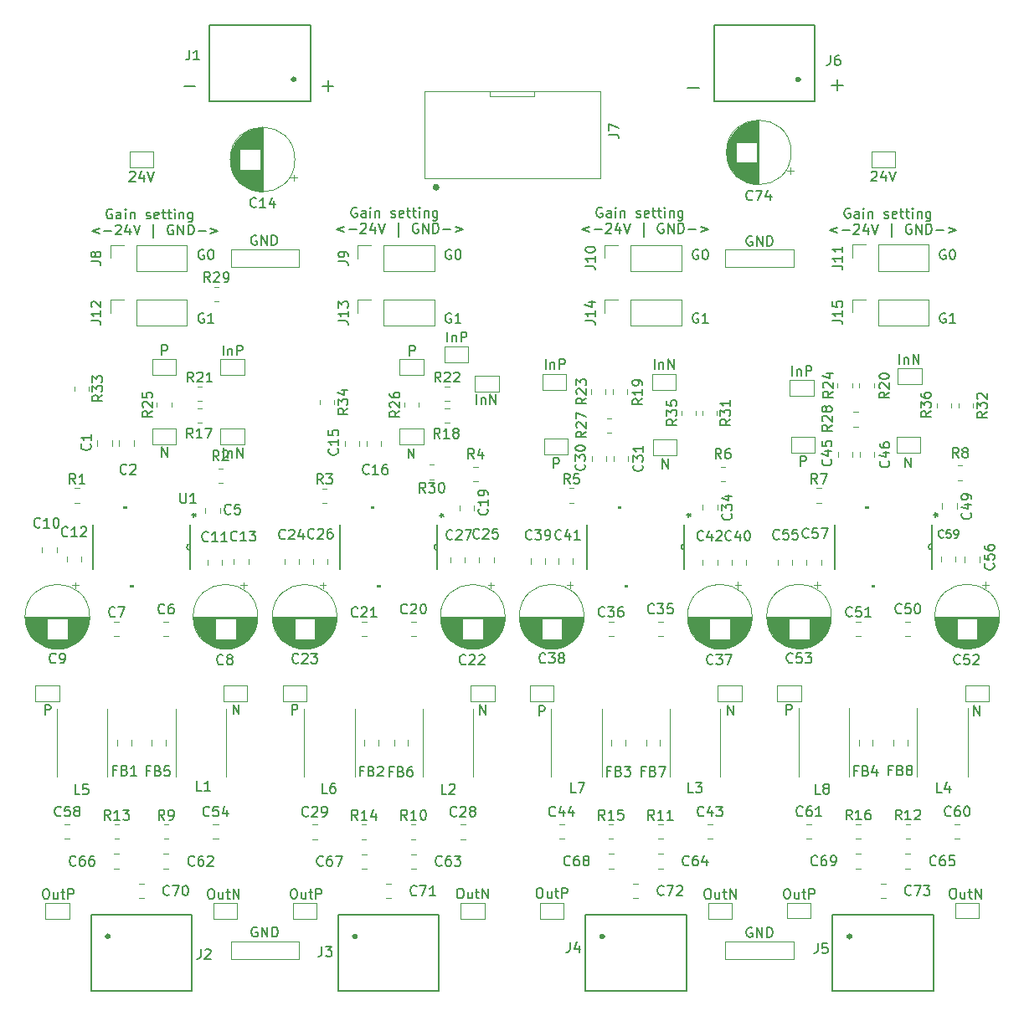
<source format=gbr>
%TF.GenerationSoftware,KiCad,Pcbnew,8.0.7*%
%TF.CreationDate,2025-07-18T12:07:21-04:00*%
%TF.ProjectId,Amplifier_board,416d706c-6966-4696-9572-5f626f617264,rev?*%
%TF.SameCoordinates,Original*%
%TF.FileFunction,Legend,Top*%
%TF.FilePolarity,Positive*%
%FSLAX46Y46*%
G04 Gerber Fmt 4.6, Leading zero omitted, Abs format (unit mm)*
G04 Created by KiCad (PCBNEW 8.0.7) date 2025-07-18 12:07:21*
%MOMM*%
%LPD*%
G01*
G04 APERTURE LIST*
%ADD10C,0.150000*%
%ADD11C,0.120000*%
%ADD12C,0.100000*%
%ADD13C,0.152400*%
%ADD14C,0.000000*%
%ADD15C,0.200000*%
%ADD16C,0.400000*%
%ADD17C,0.364005*%
G04 APERTURE END LIST*
D10*
X158654398Y-59467494D02*
X158559160Y-59419875D01*
X158559160Y-59419875D02*
X158416303Y-59419875D01*
X158416303Y-59419875D02*
X158273446Y-59467494D01*
X158273446Y-59467494D02*
X158178208Y-59562732D01*
X158178208Y-59562732D02*
X158130589Y-59657970D01*
X158130589Y-59657970D02*
X158082970Y-59848446D01*
X158082970Y-59848446D02*
X158082970Y-59991303D01*
X158082970Y-59991303D02*
X158130589Y-60181779D01*
X158130589Y-60181779D02*
X158178208Y-60277017D01*
X158178208Y-60277017D02*
X158273446Y-60372256D01*
X158273446Y-60372256D02*
X158416303Y-60419875D01*
X158416303Y-60419875D02*
X158511541Y-60419875D01*
X158511541Y-60419875D02*
X158654398Y-60372256D01*
X158654398Y-60372256D02*
X158702017Y-60324636D01*
X158702017Y-60324636D02*
X158702017Y-59991303D01*
X158702017Y-59991303D02*
X158511541Y-59991303D01*
X159559160Y-60419875D02*
X159559160Y-59896065D01*
X159559160Y-59896065D02*
X159511541Y-59800827D01*
X159511541Y-59800827D02*
X159416303Y-59753208D01*
X159416303Y-59753208D02*
X159225827Y-59753208D01*
X159225827Y-59753208D02*
X159130589Y-59800827D01*
X159559160Y-60372256D02*
X159463922Y-60419875D01*
X159463922Y-60419875D02*
X159225827Y-60419875D01*
X159225827Y-60419875D02*
X159130589Y-60372256D01*
X159130589Y-60372256D02*
X159082970Y-60277017D01*
X159082970Y-60277017D02*
X159082970Y-60181779D01*
X159082970Y-60181779D02*
X159130589Y-60086541D01*
X159130589Y-60086541D02*
X159225827Y-60038922D01*
X159225827Y-60038922D02*
X159463922Y-60038922D01*
X159463922Y-60038922D02*
X159559160Y-59991303D01*
X160035351Y-60419875D02*
X160035351Y-59753208D01*
X160035351Y-59419875D02*
X159987732Y-59467494D01*
X159987732Y-59467494D02*
X160035351Y-59515113D01*
X160035351Y-59515113D02*
X160082970Y-59467494D01*
X160082970Y-59467494D02*
X160035351Y-59419875D01*
X160035351Y-59419875D02*
X160035351Y-59515113D01*
X160511541Y-59753208D02*
X160511541Y-60419875D01*
X160511541Y-59848446D02*
X160559160Y-59800827D01*
X160559160Y-59800827D02*
X160654398Y-59753208D01*
X160654398Y-59753208D02*
X160797255Y-59753208D01*
X160797255Y-59753208D02*
X160892493Y-59800827D01*
X160892493Y-59800827D02*
X160940112Y-59896065D01*
X160940112Y-59896065D02*
X160940112Y-60419875D01*
X162130589Y-60372256D02*
X162225827Y-60419875D01*
X162225827Y-60419875D02*
X162416303Y-60419875D01*
X162416303Y-60419875D02*
X162511541Y-60372256D01*
X162511541Y-60372256D02*
X162559160Y-60277017D01*
X162559160Y-60277017D02*
X162559160Y-60229398D01*
X162559160Y-60229398D02*
X162511541Y-60134160D01*
X162511541Y-60134160D02*
X162416303Y-60086541D01*
X162416303Y-60086541D02*
X162273446Y-60086541D01*
X162273446Y-60086541D02*
X162178208Y-60038922D01*
X162178208Y-60038922D02*
X162130589Y-59943684D01*
X162130589Y-59943684D02*
X162130589Y-59896065D01*
X162130589Y-59896065D02*
X162178208Y-59800827D01*
X162178208Y-59800827D02*
X162273446Y-59753208D01*
X162273446Y-59753208D02*
X162416303Y-59753208D01*
X162416303Y-59753208D02*
X162511541Y-59800827D01*
X163368684Y-60372256D02*
X163273446Y-60419875D01*
X163273446Y-60419875D02*
X163082970Y-60419875D01*
X163082970Y-60419875D02*
X162987732Y-60372256D01*
X162987732Y-60372256D02*
X162940113Y-60277017D01*
X162940113Y-60277017D02*
X162940113Y-59896065D01*
X162940113Y-59896065D02*
X162987732Y-59800827D01*
X162987732Y-59800827D02*
X163082970Y-59753208D01*
X163082970Y-59753208D02*
X163273446Y-59753208D01*
X163273446Y-59753208D02*
X163368684Y-59800827D01*
X163368684Y-59800827D02*
X163416303Y-59896065D01*
X163416303Y-59896065D02*
X163416303Y-59991303D01*
X163416303Y-59991303D02*
X162940113Y-60086541D01*
X163702018Y-59753208D02*
X164082970Y-59753208D01*
X163844875Y-59419875D02*
X163844875Y-60277017D01*
X163844875Y-60277017D02*
X163892494Y-60372256D01*
X163892494Y-60372256D02*
X163987732Y-60419875D01*
X163987732Y-60419875D02*
X164082970Y-60419875D01*
X164273447Y-59753208D02*
X164654399Y-59753208D01*
X164416304Y-59419875D02*
X164416304Y-60277017D01*
X164416304Y-60277017D02*
X164463923Y-60372256D01*
X164463923Y-60372256D02*
X164559161Y-60419875D01*
X164559161Y-60419875D02*
X164654399Y-60419875D01*
X164987733Y-60419875D02*
X164987733Y-59753208D01*
X164987733Y-59419875D02*
X164940114Y-59467494D01*
X164940114Y-59467494D02*
X164987733Y-59515113D01*
X164987733Y-59515113D02*
X165035352Y-59467494D01*
X165035352Y-59467494D02*
X164987733Y-59419875D01*
X164987733Y-59419875D02*
X164987733Y-59515113D01*
X165463923Y-59753208D02*
X165463923Y-60419875D01*
X165463923Y-59848446D02*
X165511542Y-59800827D01*
X165511542Y-59800827D02*
X165606780Y-59753208D01*
X165606780Y-59753208D02*
X165749637Y-59753208D01*
X165749637Y-59753208D02*
X165844875Y-59800827D01*
X165844875Y-59800827D02*
X165892494Y-59896065D01*
X165892494Y-59896065D02*
X165892494Y-60419875D01*
X166797256Y-59753208D02*
X166797256Y-60562732D01*
X166797256Y-60562732D02*
X166749637Y-60657970D01*
X166749637Y-60657970D02*
X166702018Y-60705589D01*
X166702018Y-60705589D02*
X166606780Y-60753208D01*
X166606780Y-60753208D02*
X166463923Y-60753208D01*
X166463923Y-60753208D02*
X166368685Y-60705589D01*
X166797256Y-60372256D02*
X166702018Y-60419875D01*
X166702018Y-60419875D02*
X166511542Y-60419875D01*
X166511542Y-60419875D02*
X166416304Y-60372256D01*
X166416304Y-60372256D02*
X166368685Y-60324636D01*
X166368685Y-60324636D02*
X166321066Y-60229398D01*
X166321066Y-60229398D02*
X166321066Y-59943684D01*
X166321066Y-59943684D02*
X166368685Y-59848446D01*
X166368685Y-59848446D02*
X166416304Y-59800827D01*
X166416304Y-59800827D02*
X166511542Y-59753208D01*
X166511542Y-59753208D02*
X166702018Y-59753208D01*
X166702018Y-59753208D02*
X166797256Y-59800827D01*
X157368684Y-61363152D02*
X156606779Y-61648866D01*
X156606779Y-61648866D02*
X157368684Y-61934580D01*
X157844874Y-61648866D02*
X158606779Y-61648866D01*
X159035350Y-61125057D02*
X159082969Y-61077438D01*
X159082969Y-61077438D02*
X159178207Y-61029819D01*
X159178207Y-61029819D02*
X159416302Y-61029819D01*
X159416302Y-61029819D02*
X159511540Y-61077438D01*
X159511540Y-61077438D02*
X159559159Y-61125057D01*
X159559159Y-61125057D02*
X159606778Y-61220295D01*
X159606778Y-61220295D02*
X159606778Y-61315533D01*
X159606778Y-61315533D02*
X159559159Y-61458390D01*
X159559159Y-61458390D02*
X158987731Y-62029819D01*
X158987731Y-62029819D02*
X159606778Y-62029819D01*
X160463921Y-61363152D02*
X160463921Y-62029819D01*
X160225826Y-60982200D02*
X159987731Y-61696485D01*
X159987731Y-61696485D02*
X160606778Y-61696485D01*
X160844874Y-61029819D02*
X161178207Y-62029819D01*
X161178207Y-62029819D02*
X161511540Y-61029819D01*
X162844874Y-62363152D02*
X162844874Y-60934580D01*
X164844874Y-61077438D02*
X164749636Y-61029819D01*
X164749636Y-61029819D02*
X164606779Y-61029819D01*
X164606779Y-61029819D02*
X164463922Y-61077438D01*
X164463922Y-61077438D02*
X164368684Y-61172676D01*
X164368684Y-61172676D02*
X164321065Y-61267914D01*
X164321065Y-61267914D02*
X164273446Y-61458390D01*
X164273446Y-61458390D02*
X164273446Y-61601247D01*
X164273446Y-61601247D02*
X164321065Y-61791723D01*
X164321065Y-61791723D02*
X164368684Y-61886961D01*
X164368684Y-61886961D02*
X164463922Y-61982200D01*
X164463922Y-61982200D02*
X164606779Y-62029819D01*
X164606779Y-62029819D02*
X164702017Y-62029819D01*
X164702017Y-62029819D02*
X164844874Y-61982200D01*
X164844874Y-61982200D02*
X164892493Y-61934580D01*
X164892493Y-61934580D02*
X164892493Y-61601247D01*
X164892493Y-61601247D02*
X164702017Y-61601247D01*
X165321065Y-62029819D02*
X165321065Y-61029819D01*
X165321065Y-61029819D02*
X165892493Y-62029819D01*
X165892493Y-62029819D02*
X165892493Y-61029819D01*
X166368684Y-62029819D02*
X166368684Y-61029819D01*
X166368684Y-61029819D02*
X166606779Y-61029819D01*
X166606779Y-61029819D02*
X166749636Y-61077438D01*
X166749636Y-61077438D02*
X166844874Y-61172676D01*
X166844874Y-61172676D02*
X166892493Y-61267914D01*
X166892493Y-61267914D02*
X166940112Y-61458390D01*
X166940112Y-61458390D02*
X166940112Y-61601247D01*
X166940112Y-61601247D02*
X166892493Y-61791723D01*
X166892493Y-61791723D02*
X166844874Y-61886961D01*
X166844874Y-61886961D02*
X166749636Y-61982200D01*
X166749636Y-61982200D02*
X166606779Y-62029819D01*
X166606779Y-62029819D02*
X166368684Y-62029819D01*
X167368684Y-61648866D02*
X168130589Y-61648866D01*
X168606779Y-61363152D02*
X169368684Y-61648866D01*
X169368684Y-61648866D02*
X168606779Y-61934580D01*
X105280826Y-47062200D02*
X106423684Y-47062200D01*
X105852255Y-47633628D02*
X105852255Y-46490771D01*
X108784398Y-59387494D02*
X108689160Y-59339875D01*
X108689160Y-59339875D02*
X108546303Y-59339875D01*
X108546303Y-59339875D02*
X108403446Y-59387494D01*
X108403446Y-59387494D02*
X108308208Y-59482732D01*
X108308208Y-59482732D02*
X108260589Y-59577970D01*
X108260589Y-59577970D02*
X108212970Y-59768446D01*
X108212970Y-59768446D02*
X108212970Y-59911303D01*
X108212970Y-59911303D02*
X108260589Y-60101779D01*
X108260589Y-60101779D02*
X108308208Y-60197017D01*
X108308208Y-60197017D02*
X108403446Y-60292256D01*
X108403446Y-60292256D02*
X108546303Y-60339875D01*
X108546303Y-60339875D02*
X108641541Y-60339875D01*
X108641541Y-60339875D02*
X108784398Y-60292256D01*
X108784398Y-60292256D02*
X108832017Y-60244636D01*
X108832017Y-60244636D02*
X108832017Y-59911303D01*
X108832017Y-59911303D02*
X108641541Y-59911303D01*
X109689160Y-60339875D02*
X109689160Y-59816065D01*
X109689160Y-59816065D02*
X109641541Y-59720827D01*
X109641541Y-59720827D02*
X109546303Y-59673208D01*
X109546303Y-59673208D02*
X109355827Y-59673208D01*
X109355827Y-59673208D02*
X109260589Y-59720827D01*
X109689160Y-60292256D02*
X109593922Y-60339875D01*
X109593922Y-60339875D02*
X109355827Y-60339875D01*
X109355827Y-60339875D02*
X109260589Y-60292256D01*
X109260589Y-60292256D02*
X109212970Y-60197017D01*
X109212970Y-60197017D02*
X109212970Y-60101779D01*
X109212970Y-60101779D02*
X109260589Y-60006541D01*
X109260589Y-60006541D02*
X109355827Y-59958922D01*
X109355827Y-59958922D02*
X109593922Y-59958922D01*
X109593922Y-59958922D02*
X109689160Y-59911303D01*
X110165351Y-60339875D02*
X110165351Y-59673208D01*
X110165351Y-59339875D02*
X110117732Y-59387494D01*
X110117732Y-59387494D02*
X110165351Y-59435113D01*
X110165351Y-59435113D02*
X110212970Y-59387494D01*
X110212970Y-59387494D02*
X110165351Y-59339875D01*
X110165351Y-59339875D02*
X110165351Y-59435113D01*
X110641541Y-59673208D02*
X110641541Y-60339875D01*
X110641541Y-59768446D02*
X110689160Y-59720827D01*
X110689160Y-59720827D02*
X110784398Y-59673208D01*
X110784398Y-59673208D02*
X110927255Y-59673208D01*
X110927255Y-59673208D02*
X111022493Y-59720827D01*
X111022493Y-59720827D02*
X111070112Y-59816065D01*
X111070112Y-59816065D02*
X111070112Y-60339875D01*
X112260589Y-60292256D02*
X112355827Y-60339875D01*
X112355827Y-60339875D02*
X112546303Y-60339875D01*
X112546303Y-60339875D02*
X112641541Y-60292256D01*
X112641541Y-60292256D02*
X112689160Y-60197017D01*
X112689160Y-60197017D02*
X112689160Y-60149398D01*
X112689160Y-60149398D02*
X112641541Y-60054160D01*
X112641541Y-60054160D02*
X112546303Y-60006541D01*
X112546303Y-60006541D02*
X112403446Y-60006541D01*
X112403446Y-60006541D02*
X112308208Y-59958922D01*
X112308208Y-59958922D02*
X112260589Y-59863684D01*
X112260589Y-59863684D02*
X112260589Y-59816065D01*
X112260589Y-59816065D02*
X112308208Y-59720827D01*
X112308208Y-59720827D02*
X112403446Y-59673208D01*
X112403446Y-59673208D02*
X112546303Y-59673208D01*
X112546303Y-59673208D02*
X112641541Y-59720827D01*
X113498684Y-60292256D02*
X113403446Y-60339875D01*
X113403446Y-60339875D02*
X113212970Y-60339875D01*
X113212970Y-60339875D02*
X113117732Y-60292256D01*
X113117732Y-60292256D02*
X113070113Y-60197017D01*
X113070113Y-60197017D02*
X113070113Y-59816065D01*
X113070113Y-59816065D02*
X113117732Y-59720827D01*
X113117732Y-59720827D02*
X113212970Y-59673208D01*
X113212970Y-59673208D02*
X113403446Y-59673208D01*
X113403446Y-59673208D02*
X113498684Y-59720827D01*
X113498684Y-59720827D02*
X113546303Y-59816065D01*
X113546303Y-59816065D02*
X113546303Y-59911303D01*
X113546303Y-59911303D02*
X113070113Y-60006541D01*
X113832018Y-59673208D02*
X114212970Y-59673208D01*
X113974875Y-59339875D02*
X113974875Y-60197017D01*
X113974875Y-60197017D02*
X114022494Y-60292256D01*
X114022494Y-60292256D02*
X114117732Y-60339875D01*
X114117732Y-60339875D02*
X114212970Y-60339875D01*
X114403447Y-59673208D02*
X114784399Y-59673208D01*
X114546304Y-59339875D02*
X114546304Y-60197017D01*
X114546304Y-60197017D02*
X114593923Y-60292256D01*
X114593923Y-60292256D02*
X114689161Y-60339875D01*
X114689161Y-60339875D02*
X114784399Y-60339875D01*
X115117733Y-60339875D02*
X115117733Y-59673208D01*
X115117733Y-59339875D02*
X115070114Y-59387494D01*
X115070114Y-59387494D02*
X115117733Y-59435113D01*
X115117733Y-59435113D02*
X115165352Y-59387494D01*
X115165352Y-59387494D02*
X115117733Y-59339875D01*
X115117733Y-59339875D02*
X115117733Y-59435113D01*
X115593923Y-59673208D02*
X115593923Y-60339875D01*
X115593923Y-59768446D02*
X115641542Y-59720827D01*
X115641542Y-59720827D02*
X115736780Y-59673208D01*
X115736780Y-59673208D02*
X115879637Y-59673208D01*
X115879637Y-59673208D02*
X115974875Y-59720827D01*
X115974875Y-59720827D02*
X116022494Y-59816065D01*
X116022494Y-59816065D02*
X116022494Y-60339875D01*
X116927256Y-59673208D02*
X116927256Y-60482732D01*
X116927256Y-60482732D02*
X116879637Y-60577970D01*
X116879637Y-60577970D02*
X116832018Y-60625589D01*
X116832018Y-60625589D02*
X116736780Y-60673208D01*
X116736780Y-60673208D02*
X116593923Y-60673208D01*
X116593923Y-60673208D02*
X116498685Y-60625589D01*
X116927256Y-60292256D02*
X116832018Y-60339875D01*
X116832018Y-60339875D02*
X116641542Y-60339875D01*
X116641542Y-60339875D02*
X116546304Y-60292256D01*
X116546304Y-60292256D02*
X116498685Y-60244636D01*
X116498685Y-60244636D02*
X116451066Y-60149398D01*
X116451066Y-60149398D02*
X116451066Y-59863684D01*
X116451066Y-59863684D02*
X116498685Y-59768446D01*
X116498685Y-59768446D02*
X116546304Y-59720827D01*
X116546304Y-59720827D02*
X116641542Y-59673208D01*
X116641542Y-59673208D02*
X116832018Y-59673208D01*
X116832018Y-59673208D02*
X116927256Y-59720827D01*
X107498684Y-61283152D02*
X106736779Y-61568866D01*
X106736779Y-61568866D02*
X107498684Y-61854580D01*
X107974874Y-61568866D02*
X108736779Y-61568866D01*
X109165350Y-61045057D02*
X109212969Y-60997438D01*
X109212969Y-60997438D02*
X109308207Y-60949819D01*
X109308207Y-60949819D02*
X109546302Y-60949819D01*
X109546302Y-60949819D02*
X109641540Y-60997438D01*
X109641540Y-60997438D02*
X109689159Y-61045057D01*
X109689159Y-61045057D02*
X109736778Y-61140295D01*
X109736778Y-61140295D02*
X109736778Y-61235533D01*
X109736778Y-61235533D02*
X109689159Y-61378390D01*
X109689159Y-61378390D02*
X109117731Y-61949819D01*
X109117731Y-61949819D02*
X109736778Y-61949819D01*
X110593921Y-61283152D02*
X110593921Y-61949819D01*
X110355826Y-60902200D02*
X110117731Y-61616485D01*
X110117731Y-61616485D02*
X110736778Y-61616485D01*
X110974874Y-60949819D02*
X111308207Y-61949819D01*
X111308207Y-61949819D02*
X111641540Y-60949819D01*
X112974874Y-62283152D02*
X112974874Y-60854580D01*
X114974874Y-60997438D02*
X114879636Y-60949819D01*
X114879636Y-60949819D02*
X114736779Y-60949819D01*
X114736779Y-60949819D02*
X114593922Y-60997438D01*
X114593922Y-60997438D02*
X114498684Y-61092676D01*
X114498684Y-61092676D02*
X114451065Y-61187914D01*
X114451065Y-61187914D02*
X114403446Y-61378390D01*
X114403446Y-61378390D02*
X114403446Y-61521247D01*
X114403446Y-61521247D02*
X114451065Y-61711723D01*
X114451065Y-61711723D02*
X114498684Y-61806961D01*
X114498684Y-61806961D02*
X114593922Y-61902200D01*
X114593922Y-61902200D02*
X114736779Y-61949819D01*
X114736779Y-61949819D02*
X114832017Y-61949819D01*
X114832017Y-61949819D02*
X114974874Y-61902200D01*
X114974874Y-61902200D02*
X115022493Y-61854580D01*
X115022493Y-61854580D02*
X115022493Y-61521247D01*
X115022493Y-61521247D02*
X114832017Y-61521247D01*
X115451065Y-61949819D02*
X115451065Y-60949819D01*
X115451065Y-60949819D02*
X116022493Y-61949819D01*
X116022493Y-61949819D02*
X116022493Y-60949819D01*
X116498684Y-61949819D02*
X116498684Y-60949819D01*
X116498684Y-60949819D02*
X116736779Y-60949819D01*
X116736779Y-60949819D02*
X116879636Y-60997438D01*
X116879636Y-60997438D02*
X116974874Y-61092676D01*
X116974874Y-61092676D02*
X117022493Y-61187914D01*
X117022493Y-61187914D02*
X117070112Y-61378390D01*
X117070112Y-61378390D02*
X117070112Y-61521247D01*
X117070112Y-61521247D02*
X117022493Y-61711723D01*
X117022493Y-61711723D02*
X116974874Y-61806961D01*
X116974874Y-61806961D02*
X116879636Y-61902200D01*
X116879636Y-61902200D02*
X116736779Y-61949819D01*
X116736779Y-61949819D02*
X116498684Y-61949819D01*
X117498684Y-61568866D02*
X118260589Y-61568866D01*
X118736779Y-61283152D02*
X119498684Y-61568866D01*
X119498684Y-61568866D02*
X118736779Y-61854580D01*
X133584398Y-59387494D02*
X133489160Y-59339875D01*
X133489160Y-59339875D02*
X133346303Y-59339875D01*
X133346303Y-59339875D02*
X133203446Y-59387494D01*
X133203446Y-59387494D02*
X133108208Y-59482732D01*
X133108208Y-59482732D02*
X133060589Y-59577970D01*
X133060589Y-59577970D02*
X133012970Y-59768446D01*
X133012970Y-59768446D02*
X133012970Y-59911303D01*
X133012970Y-59911303D02*
X133060589Y-60101779D01*
X133060589Y-60101779D02*
X133108208Y-60197017D01*
X133108208Y-60197017D02*
X133203446Y-60292256D01*
X133203446Y-60292256D02*
X133346303Y-60339875D01*
X133346303Y-60339875D02*
X133441541Y-60339875D01*
X133441541Y-60339875D02*
X133584398Y-60292256D01*
X133584398Y-60292256D02*
X133632017Y-60244636D01*
X133632017Y-60244636D02*
X133632017Y-59911303D01*
X133632017Y-59911303D02*
X133441541Y-59911303D01*
X134489160Y-60339875D02*
X134489160Y-59816065D01*
X134489160Y-59816065D02*
X134441541Y-59720827D01*
X134441541Y-59720827D02*
X134346303Y-59673208D01*
X134346303Y-59673208D02*
X134155827Y-59673208D01*
X134155827Y-59673208D02*
X134060589Y-59720827D01*
X134489160Y-60292256D02*
X134393922Y-60339875D01*
X134393922Y-60339875D02*
X134155827Y-60339875D01*
X134155827Y-60339875D02*
X134060589Y-60292256D01*
X134060589Y-60292256D02*
X134012970Y-60197017D01*
X134012970Y-60197017D02*
X134012970Y-60101779D01*
X134012970Y-60101779D02*
X134060589Y-60006541D01*
X134060589Y-60006541D02*
X134155827Y-59958922D01*
X134155827Y-59958922D02*
X134393922Y-59958922D01*
X134393922Y-59958922D02*
X134489160Y-59911303D01*
X134965351Y-60339875D02*
X134965351Y-59673208D01*
X134965351Y-59339875D02*
X134917732Y-59387494D01*
X134917732Y-59387494D02*
X134965351Y-59435113D01*
X134965351Y-59435113D02*
X135012970Y-59387494D01*
X135012970Y-59387494D02*
X134965351Y-59339875D01*
X134965351Y-59339875D02*
X134965351Y-59435113D01*
X135441541Y-59673208D02*
X135441541Y-60339875D01*
X135441541Y-59768446D02*
X135489160Y-59720827D01*
X135489160Y-59720827D02*
X135584398Y-59673208D01*
X135584398Y-59673208D02*
X135727255Y-59673208D01*
X135727255Y-59673208D02*
X135822493Y-59720827D01*
X135822493Y-59720827D02*
X135870112Y-59816065D01*
X135870112Y-59816065D02*
X135870112Y-60339875D01*
X137060589Y-60292256D02*
X137155827Y-60339875D01*
X137155827Y-60339875D02*
X137346303Y-60339875D01*
X137346303Y-60339875D02*
X137441541Y-60292256D01*
X137441541Y-60292256D02*
X137489160Y-60197017D01*
X137489160Y-60197017D02*
X137489160Y-60149398D01*
X137489160Y-60149398D02*
X137441541Y-60054160D01*
X137441541Y-60054160D02*
X137346303Y-60006541D01*
X137346303Y-60006541D02*
X137203446Y-60006541D01*
X137203446Y-60006541D02*
X137108208Y-59958922D01*
X137108208Y-59958922D02*
X137060589Y-59863684D01*
X137060589Y-59863684D02*
X137060589Y-59816065D01*
X137060589Y-59816065D02*
X137108208Y-59720827D01*
X137108208Y-59720827D02*
X137203446Y-59673208D01*
X137203446Y-59673208D02*
X137346303Y-59673208D01*
X137346303Y-59673208D02*
X137441541Y-59720827D01*
X138298684Y-60292256D02*
X138203446Y-60339875D01*
X138203446Y-60339875D02*
X138012970Y-60339875D01*
X138012970Y-60339875D02*
X137917732Y-60292256D01*
X137917732Y-60292256D02*
X137870113Y-60197017D01*
X137870113Y-60197017D02*
X137870113Y-59816065D01*
X137870113Y-59816065D02*
X137917732Y-59720827D01*
X137917732Y-59720827D02*
X138012970Y-59673208D01*
X138012970Y-59673208D02*
X138203446Y-59673208D01*
X138203446Y-59673208D02*
X138298684Y-59720827D01*
X138298684Y-59720827D02*
X138346303Y-59816065D01*
X138346303Y-59816065D02*
X138346303Y-59911303D01*
X138346303Y-59911303D02*
X137870113Y-60006541D01*
X138632018Y-59673208D02*
X139012970Y-59673208D01*
X138774875Y-59339875D02*
X138774875Y-60197017D01*
X138774875Y-60197017D02*
X138822494Y-60292256D01*
X138822494Y-60292256D02*
X138917732Y-60339875D01*
X138917732Y-60339875D02*
X139012970Y-60339875D01*
X139203447Y-59673208D02*
X139584399Y-59673208D01*
X139346304Y-59339875D02*
X139346304Y-60197017D01*
X139346304Y-60197017D02*
X139393923Y-60292256D01*
X139393923Y-60292256D02*
X139489161Y-60339875D01*
X139489161Y-60339875D02*
X139584399Y-60339875D01*
X139917733Y-60339875D02*
X139917733Y-59673208D01*
X139917733Y-59339875D02*
X139870114Y-59387494D01*
X139870114Y-59387494D02*
X139917733Y-59435113D01*
X139917733Y-59435113D02*
X139965352Y-59387494D01*
X139965352Y-59387494D02*
X139917733Y-59339875D01*
X139917733Y-59339875D02*
X139917733Y-59435113D01*
X140393923Y-59673208D02*
X140393923Y-60339875D01*
X140393923Y-59768446D02*
X140441542Y-59720827D01*
X140441542Y-59720827D02*
X140536780Y-59673208D01*
X140536780Y-59673208D02*
X140679637Y-59673208D01*
X140679637Y-59673208D02*
X140774875Y-59720827D01*
X140774875Y-59720827D02*
X140822494Y-59816065D01*
X140822494Y-59816065D02*
X140822494Y-60339875D01*
X141727256Y-59673208D02*
X141727256Y-60482732D01*
X141727256Y-60482732D02*
X141679637Y-60577970D01*
X141679637Y-60577970D02*
X141632018Y-60625589D01*
X141632018Y-60625589D02*
X141536780Y-60673208D01*
X141536780Y-60673208D02*
X141393923Y-60673208D01*
X141393923Y-60673208D02*
X141298685Y-60625589D01*
X141727256Y-60292256D02*
X141632018Y-60339875D01*
X141632018Y-60339875D02*
X141441542Y-60339875D01*
X141441542Y-60339875D02*
X141346304Y-60292256D01*
X141346304Y-60292256D02*
X141298685Y-60244636D01*
X141298685Y-60244636D02*
X141251066Y-60149398D01*
X141251066Y-60149398D02*
X141251066Y-59863684D01*
X141251066Y-59863684D02*
X141298685Y-59768446D01*
X141298685Y-59768446D02*
X141346304Y-59720827D01*
X141346304Y-59720827D02*
X141441542Y-59673208D01*
X141441542Y-59673208D02*
X141632018Y-59673208D01*
X141632018Y-59673208D02*
X141727256Y-59720827D01*
X132298684Y-61283152D02*
X131536779Y-61568866D01*
X131536779Y-61568866D02*
X132298684Y-61854580D01*
X132774874Y-61568866D02*
X133536779Y-61568866D01*
X133965350Y-61045057D02*
X134012969Y-60997438D01*
X134012969Y-60997438D02*
X134108207Y-60949819D01*
X134108207Y-60949819D02*
X134346302Y-60949819D01*
X134346302Y-60949819D02*
X134441540Y-60997438D01*
X134441540Y-60997438D02*
X134489159Y-61045057D01*
X134489159Y-61045057D02*
X134536778Y-61140295D01*
X134536778Y-61140295D02*
X134536778Y-61235533D01*
X134536778Y-61235533D02*
X134489159Y-61378390D01*
X134489159Y-61378390D02*
X133917731Y-61949819D01*
X133917731Y-61949819D02*
X134536778Y-61949819D01*
X135393921Y-61283152D02*
X135393921Y-61949819D01*
X135155826Y-60902200D02*
X134917731Y-61616485D01*
X134917731Y-61616485D02*
X135536778Y-61616485D01*
X135774874Y-60949819D02*
X136108207Y-61949819D01*
X136108207Y-61949819D02*
X136441540Y-60949819D01*
X137774874Y-62283152D02*
X137774874Y-60854580D01*
X139774874Y-60997438D02*
X139679636Y-60949819D01*
X139679636Y-60949819D02*
X139536779Y-60949819D01*
X139536779Y-60949819D02*
X139393922Y-60997438D01*
X139393922Y-60997438D02*
X139298684Y-61092676D01*
X139298684Y-61092676D02*
X139251065Y-61187914D01*
X139251065Y-61187914D02*
X139203446Y-61378390D01*
X139203446Y-61378390D02*
X139203446Y-61521247D01*
X139203446Y-61521247D02*
X139251065Y-61711723D01*
X139251065Y-61711723D02*
X139298684Y-61806961D01*
X139298684Y-61806961D02*
X139393922Y-61902200D01*
X139393922Y-61902200D02*
X139536779Y-61949819D01*
X139536779Y-61949819D02*
X139632017Y-61949819D01*
X139632017Y-61949819D02*
X139774874Y-61902200D01*
X139774874Y-61902200D02*
X139822493Y-61854580D01*
X139822493Y-61854580D02*
X139822493Y-61521247D01*
X139822493Y-61521247D02*
X139632017Y-61521247D01*
X140251065Y-61949819D02*
X140251065Y-60949819D01*
X140251065Y-60949819D02*
X140822493Y-61949819D01*
X140822493Y-61949819D02*
X140822493Y-60949819D01*
X141298684Y-61949819D02*
X141298684Y-60949819D01*
X141298684Y-60949819D02*
X141536779Y-60949819D01*
X141536779Y-60949819D02*
X141679636Y-60997438D01*
X141679636Y-60997438D02*
X141774874Y-61092676D01*
X141774874Y-61092676D02*
X141822493Y-61187914D01*
X141822493Y-61187914D02*
X141870112Y-61378390D01*
X141870112Y-61378390D02*
X141870112Y-61521247D01*
X141870112Y-61521247D02*
X141822493Y-61711723D01*
X141822493Y-61711723D02*
X141774874Y-61806961D01*
X141774874Y-61806961D02*
X141679636Y-61902200D01*
X141679636Y-61902200D02*
X141536779Y-61949819D01*
X141536779Y-61949819D02*
X141298684Y-61949819D01*
X142298684Y-61568866D02*
X143060589Y-61568866D01*
X143536779Y-61283152D02*
X144298684Y-61568866D01*
X144298684Y-61568866D02*
X143536779Y-61854580D01*
X84024398Y-59547494D02*
X83929160Y-59499875D01*
X83929160Y-59499875D02*
X83786303Y-59499875D01*
X83786303Y-59499875D02*
X83643446Y-59547494D01*
X83643446Y-59547494D02*
X83548208Y-59642732D01*
X83548208Y-59642732D02*
X83500589Y-59737970D01*
X83500589Y-59737970D02*
X83452970Y-59928446D01*
X83452970Y-59928446D02*
X83452970Y-60071303D01*
X83452970Y-60071303D02*
X83500589Y-60261779D01*
X83500589Y-60261779D02*
X83548208Y-60357017D01*
X83548208Y-60357017D02*
X83643446Y-60452256D01*
X83643446Y-60452256D02*
X83786303Y-60499875D01*
X83786303Y-60499875D02*
X83881541Y-60499875D01*
X83881541Y-60499875D02*
X84024398Y-60452256D01*
X84024398Y-60452256D02*
X84072017Y-60404636D01*
X84072017Y-60404636D02*
X84072017Y-60071303D01*
X84072017Y-60071303D02*
X83881541Y-60071303D01*
X84929160Y-60499875D02*
X84929160Y-59976065D01*
X84929160Y-59976065D02*
X84881541Y-59880827D01*
X84881541Y-59880827D02*
X84786303Y-59833208D01*
X84786303Y-59833208D02*
X84595827Y-59833208D01*
X84595827Y-59833208D02*
X84500589Y-59880827D01*
X84929160Y-60452256D02*
X84833922Y-60499875D01*
X84833922Y-60499875D02*
X84595827Y-60499875D01*
X84595827Y-60499875D02*
X84500589Y-60452256D01*
X84500589Y-60452256D02*
X84452970Y-60357017D01*
X84452970Y-60357017D02*
X84452970Y-60261779D01*
X84452970Y-60261779D02*
X84500589Y-60166541D01*
X84500589Y-60166541D02*
X84595827Y-60118922D01*
X84595827Y-60118922D02*
X84833922Y-60118922D01*
X84833922Y-60118922D02*
X84929160Y-60071303D01*
X85405351Y-60499875D02*
X85405351Y-59833208D01*
X85405351Y-59499875D02*
X85357732Y-59547494D01*
X85357732Y-59547494D02*
X85405351Y-59595113D01*
X85405351Y-59595113D02*
X85452970Y-59547494D01*
X85452970Y-59547494D02*
X85405351Y-59499875D01*
X85405351Y-59499875D02*
X85405351Y-59595113D01*
X85881541Y-59833208D02*
X85881541Y-60499875D01*
X85881541Y-59928446D02*
X85929160Y-59880827D01*
X85929160Y-59880827D02*
X86024398Y-59833208D01*
X86024398Y-59833208D02*
X86167255Y-59833208D01*
X86167255Y-59833208D02*
X86262493Y-59880827D01*
X86262493Y-59880827D02*
X86310112Y-59976065D01*
X86310112Y-59976065D02*
X86310112Y-60499875D01*
X87500589Y-60452256D02*
X87595827Y-60499875D01*
X87595827Y-60499875D02*
X87786303Y-60499875D01*
X87786303Y-60499875D02*
X87881541Y-60452256D01*
X87881541Y-60452256D02*
X87929160Y-60357017D01*
X87929160Y-60357017D02*
X87929160Y-60309398D01*
X87929160Y-60309398D02*
X87881541Y-60214160D01*
X87881541Y-60214160D02*
X87786303Y-60166541D01*
X87786303Y-60166541D02*
X87643446Y-60166541D01*
X87643446Y-60166541D02*
X87548208Y-60118922D01*
X87548208Y-60118922D02*
X87500589Y-60023684D01*
X87500589Y-60023684D02*
X87500589Y-59976065D01*
X87500589Y-59976065D02*
X87548208Y-59880827D01*
X87548208Y-59880827D02*
X87643446Y-59833208D01*
X87643446Y-59833208D02*
X87786303Y-59833208D01*
X87786303Y-59833208D02*
X87881541Y-59880827D01*
X88738684Y-60452256D02*
X88643446Y-60499875D01*
X88643446Y-60499875D02*
X88452970Y-60499875D01*
X88452970Y-60499875D02*
X88357732Y-60452256D01*
X88357732Y-60452256D02*
X88310113Y-60357017D01*
X88310113Y-60357017D02*
X88310113Y-59976065D01*
X88310113Y-59976065D02*
X88357732Y-59880827D01*
X88357732Y-59880827D02*
X88452970Y-59833208D01*
X88452970Y-59833208D02*
X88643446Y-59833208D01*
X88643446Y-59833208D02*
X88738684Y-59880827D01*
X88738684Y-59880827D02*
X88786303Y-59976065D01*
X88786303Y-59976065D02*
X88786303Y-60071303D01*
X88786303Y-60071303D02*
X88310113Y-60166541D01*
X89072018Y-59833208D02*
X89452970Y-59833208D01*
X89214875Y-59499875D02*
X89214875Y-60357017D01*
X89214875Y-60357017D02*
X89262494Y-60452256D01*
X89262494Y-60452256D02*
X89357732Y-60499875D01*
X89357732Y-60499875D02*
X89452970Y-60499875D01*
X89643447Y-59833208D02*
X90024399Y-59833208D01*
X89786304Y-59499875D02*
X89786304Y-60357017D01*
X89786304Y-60357017D02*
X89833923Y-60452256D01*
X89833923Y-60452256D02*
X89929161Y-60499875D01*
X89929161Y-60499875D02*
X90024399Y-60499875D01*
X90357733Y-60499875D02*
X90357733Y-59833208D01*
X90357733Y-59499875D02*
X90310114Y-59547494D01*
X90310114Y-59547494D02*
X90357733Y-59595113D01*
X90357733Y-59595113D02*
X90405352Y-59547494D01*
X90405352Y-59547494D02*
X90357733Y-59499875D01*
X90357733Y-59499875D02*
X90357733Y-59595113D01*
X90833923Y-59833208D02*
X90833923Y-60499875D01*
X90833923Y-59928446D02*
X90881542Y-59880827D01*
X90881542Y-59880827D02*
X90976780Y-59833208D01*
X90976780Y-59833208D02*
X91119637Y-59833208D01*
X91119637Y-59833208D02*
X91214875Y-59880827D01*
X91214875Y-59880827D02*
X91262494Y-59976065D01*
X91262494Y-59976065D02*
X91262494Y-60499875D01*
X92167256Y-59833208D02*
X92167256Y-60642732D01*
X92167256Y-60642732D02*
X92119637Y-60737970D01*
X92119637Y-60737970D02*
X92072018Y-60785589D01*
X92072018Y-60785589D02*
X91976780Y-60833208D01*
X91976780Y-60833208D02*
X91833923Y-60833208D01*
X91833923Y-60833208D02*
X91738685Y-60785589D01*
X92167256Y-60452256D02*
X92072018Y-60499875D01*
X92072018Y-60499875D02*
X91881542Y-60499875D01*
X91881542Y-60499875D02*
X91786304Y-60452256D01*
X91786304Y-60452256D02*
X91738685Y-60404636D01*
X91738685Y-60404636D02*
X91691066Y-60309398D01*
X91691066Y-60309398D02*
X91691066Y-60023684D01*
X91691066Y-60023684D02*
X91738685Y-59928446D01*
X91738685Y-59928446D02*
X91786304Y-59880827D01*
X91786304Y-59880827D02*
X91881542Y-59833208D01*
X91881542Y-59833208D02*
X92072018Y-59833208D01*
X92072018Y-59833208D02*
X92167256Y-59880827D01*
X82738684Y-61443152D02*
X81976779Y-61728866D01*
X81976779Y-61728866D02*
X82738684Y-62014580D01*
X83214874Y-61728866D02*
X83976779Y-61728866D01*
X84405350Y-61205057D02*
X84452969Y-61157438D01*
X84452969Y-61157438D02*
X84548207Y-61109819D01*
X84548207Y-61109819D02*
X84786302Y-61109819D01*
X84786302Y-61109819D02*
X84881540Y-61157438D01*
X84881540Y-61157438D02*
X84929159Y-61205057D01*
X84929159Y-61205057D02*
X84976778Y-61300295D01*
X84976778Y-61300295D02*
X84976778Y-61395533D01*
X84976778Y-61395533D02*
X84929159Y-61538390D01*
X84929159Y-61538390D02*
X84357731Y-62109819D01*
X84357731Y-62109819D02*
X84976778Y-62109819D01*
X85833921Y-61443152D02*
X85833921Y-62109819D01*
X85595826Y-61062200D02*
X85357731Y-61776485D01*
X85357731Y-61776485D02*
X85976778Y-61776485D01*
X86214874Y-61109819D02*
X86548207Y-62109819D01*
X86548207Y-62109819D02*
X86881540Y-61109819D01*
X88214874Y-62443152D02*
X88214874Y-61014580D01*
X90214874Y-61157438D02*
X90119636Y-61109819D01*
X90119636Y-61109819D02*
X89976779Y-61109819D01*
X89976779Y-61109819D02*
X89833922Y-61157438D01*
X89833922Y-61157438D02*
X89738684Y-61252676D01*
X89738684Y-61252676D02*
X89691065Y-61347914D01*
X89691065Y-61347914D02*
X89643446Y-61538390D01*
X89643446Y-61538390D02*
X89643446Y-61681247D01*
X89643446Y-61681247D02*
X89691065Y-61871723D01*
X89691065Y-61871723D02*
X89738684Y-61966961D01*
X89738684Y-61966961D02*
X89833922Y-62062200D01*
X89833922Y-62062200D02*
X89976779Y-62109819D01*
X89976779Y-62109819D02*
X90072017Y-62109819D01*
X90072017Y-62109819D02*
X90214874Y-62062200D01*
X90214874Y-62062200D02*
X90262493Y-62014580D01*
X90262493Y-62014580D02*
X90262493Y-61681247D01*
X90262493Y-61681247D02*
X90072017Y-61681247D01*
X90691065Y-62109819D02*
X90691065Y-61109819D01*
X90691065Y-61109819D02*
X91262493Y-62109819D01*
X91262493Y-62109819D02*
X91262493Y-61109819D01*
X91738684Y-62109819D02*
X91738684Y-61109819D01*
X91738684Y-61109819D02*
X91976779Y-61109819D01*
X91976779Y-61109819D02*
X92119636Y-61157438D01*
X92119636Y-61157438D02*
X92214874Y-61252676D01*
X92214874Y-61252676D02*
X92262493Y-61347914D01*
X92262493Y-61347914D02*
X92310112Y-61538390D01*
X92310112Y-61538390D02*
X92310112Y-61681247D01*
X92310112Y-61681247D02*
X92262493Y-61871723D01*
X92262493Y-61871723D02*
X92214874Y-61966961D01*
X92214874Y-61966961D02*
X92119636Y-62062200D01*
X92119636Y-62062200D02*
X91976779Y-62109819D01*
X91976779Y-62109819D02*
X91738684Y-62109819D01*
X92738684Y-61728866D02*
X93500589Y-61728866D01*
X93976779Y-61443152D02*
X94738684Y-61728866D01*
X94738684Y-61728866D02*
X93976779Y-62014580D01*
X156780826Y-46962200D02*
X157923684Y-46962200D01*
X157352255Y-47533628D02*
X157352255Y-46390771D01*
X93300588Y-63637662D02*
X93205350Y-63590043D01*
X93205350Y-63590043D02*
X93062493Y-63590043D01*
X93062493Y-63590043D02*
X92919636Y-63637662D01*
X92919636Y-63637662D02*
X92824398Y-63732900D01*
X92824398Y-63732900D02*
X92776779Y-63828138D01*
X92776779Y-63828138D02*
X92729160Y-64018614D01*
X92729160Y-64018614D02*
X92729160Y-64161471D01*
X92729160Y-64161471D02*
X92776779Y-64351947D01*
X92776779Y-64351947D02*
X92824398Y-64447185D01*
X92824398Y-64447185D02*
X92919636Y-64542424D01*
X92919636Y-64542424D02*
X93062493Y-64590043D01*
X93062493Y-64590043D02*
X93157731Y-64590043D01*
X93157731Y-64590043D02*
X93300588Y-64542424D01*
X93300588Y-64542424D02*
X93348207Y-64494804D01*
X93348207Y-64494804D02*
X93348207Y-64161471D01*
X93348207Y-64161471D02*
X93157731Y-64161471D01*
X93967255Y-63590043D02*
X94062493Y-63590043D01*
X94062493Y-63590043D02*
X94157731Y-63637662D01*
X94157731Y-63637662D02*
X94205350Y-63685281D01*
X94205350Y-63685281D02*
X94252969Y-63780519D01*
X94252969Y-63780519D02*
X94300588Y-63970995D01*
X94300588Y-63970995D02*
X94300588Y-64209090D01*
X94300588Y-64209090D02*
X94252969Y-64399566D01*
X94252969Y-64399566D02*
X94205350Y-64494804D01*
X94205350Y-64494804D02*
X94157731Y-64542424D01*
X94157731Y-64542424D02*
X94062493Y-64590043D01*
X94062493Y-64590043D02*
X93967255Y-64590043D01*
X93967255Y-64590043D02*
X93872017Y-64542424D01*
X93872017Y-64542424D02*
X93824398Y-64494804D01*
X93824398Y-64494804D02*
X93776779Y-64399566D01*
X93776779Y-64399566D02*
X93729160Y-64209090D01*
X93729160Y-64209090D02*
X93729160Y-63970995D01*
X93729160Y-63970995D02*
X93776779Y-63780519D01*
X93776779Y-63780519D02*
X93824398Y-63685281D01*
X93824398Y-63685281D02*
X93872017Y-63637662D01*
X93872017Y-63637662D02*
X93967255Y-63590043D01*
X93300588Y-70077438D02*
X93205350Y-70029819D01*
X93205350Y-70029819D02*
X93062493Y-70029819D01*
X93062493Y-70029819D02*
X92919636Y-70077438D01*
X92919636Y-70077438D02*
X92824398Y-70172676D01*
X92824398Y-70172676D02*
X92776779Y-70267914D01*
X92776779Y-70267914D02*
X92729160Y-70458390D01*
X92729160Y-70458390D02*
X92729160Y-70601247D01*
X92729160Y-70601247D02*
X92776779Y-70791723D01*
X92776779Y-70791723D02*
X92824398Y-70886961D01*
X92824398Y-70886961D02*
X92919636Y-70982200D01*
X92919636Y-70982200D02*
X93062493Y-71029819D01*
X93062493Y-71029819D02*
X93157731Y-71029819D01*
X93157731Y-71029819D02*
X93300588Y-70982200D01*
X93300588Y-70982200D02*
X93348207Y-70934580D01*
X93348207Y-70934580D02*
X93348207Y-70601247D01*
X93348207Y-70601247D02*
X93157731Y-70601247D01*
X94300588Y-71029819D02*
X93729160Y-71029819D01*
X94014874Y-71029819D02*
X94014874Y-70029819D01*
X94014874Y-70029819D02*
X93919636Y-70172676D01*
X93919636Y-70172676D02*
X93824398Y-70267914D01*
X93824398Y-70267914D02*
X93729160Y-70315533D01*
X91315826Y-47117200D02*
X92458684Y-47117200D01*
X168300588Y-63637662D02*
X168205350Y-63590043D01*
X168205350Y-63590043D02*
X168062493Y-63590043D01*
X168062493Y-63590043D02*
X167919636Y-63637662D01*
X167919636Y-63637662D02*
X167824398Y-63732900D01*
X167824398Y-63732900D02*
X167776779Y-63828138D01*
X167776779Y-63828138D02*
X167729160Y-64018614D01*
X167729160Y-64018614D02*
X167729160Y-64161471D01*
X167729160Y-64161471D02*
X167776779Y-64351947D01*
X167776779Y-64351947D02*
X167824398Y-64447185D01*
X167824398Y-64447185D02*
X167919636Y-64542424D01*
X167919636Y-64542424D02*
X168062493Y-64590043D01*
X168062493Y-64590043D02*
X168157731Y-64590043D01*
X168157731Y-64590043D02*
X168300588Y-64542424D01*
X168300588Y-64542424D02*
X168348207Y-64494804D01*
X168348207Y-64494804D02*
X168348207Y-64161471D01*
X168348207Y-64161471D02*
X168157731Y-64161471D01*
X168967255Y-63590043D02*
X169062493Y-63590043D01*
X169062493Y-63590043D02*
X169157731Y-63637662D01*
X169157731Y-63637662D02*
X169205350Y-63685281D01*
X169205350Y-63685281D02*
X169252969Y-63780519D01*
X169252969Y-63780519D02*
X169300588Y-63970995D01*
X169300588Y-63970995D02*
X169300588Y-64209090D01*
X169300588Y-64209090D02*
X169252969Y-64399566D01*
X169252969Y-64399566D02*
X169205350Y-64494804D01*
X169205350Y-64494804D02*
X169157731Y-64542424D01*
X169157731Y-64542424D02*
X169062493Y-64590043D01*
X169062493Y-64590043D02*
X168967255Y-64590043D01*
X168967255Y-64590043D02*
X168872017Y-64542424D01*
X168872017Y-64542424D02*
X168824398Y-64494804D01*
X168824398Y-64494804D02*
X168776779Y-64399566D01*
X168776779Y-64399566D02*
X168729160Y-64209090D01*
X168729160Y-64209090D02*
X168729160Y-63970995D01*
X168729160Y-63970995D02*
X168776779Y-63780519D01*
X168776779Y-63780519D02*
X168824398Y-63685281D01*
X168824398Y-63685281D02*
X168872017Y-63637662D01*
X168872017Y-63637662D02*
X168967255Y-63590043D01*
X168300588Y-70077438D02*
X168205350Y-70029819D01*
X168205350Y-70029819D02*
X168062493Y-70029819D01*
X168062493Y-70029819D02*
X167919636Y-70077438D01*
X167919636Y-70077438D02*
X167824398Y-70172676D01*
X167824398Y-70172676D02*
X167776779Y-70267914D01*
X167776779Y-70267914D02*
X167729160Y-70458390D01*
X167729160Y-70458390D02*
X167729160Y-70601247D01*
X167729160Y-70601247D02*
X167776779Y-70791723D01*
X167776779Y-70791723D02*
X167824398Y-70886961D01*
X167824398Y-70886961D02*
X167919636Y-70982200D01*
X167919636Y-70982200D02*
X168062493Y-71029819D01*
X168062493Y-71029819D02*
X168157731Y-71029819D01*
X168157731Y-71029819D02*
X168300588Y-70982200D01*
X168300588Y-70982200D02*
X168348207Y-70934580D01*
X168348207Y-70934580D02*
X168348207Y-70601247D01*
X168348207Y-70601247D02*
X168157731Y-70601247D01*
X169300588Y-71029819D02*
X168729160Y-71029819D01*
X169014874Y-71029819D02*
X169014874Y-70029819D01*
X169014874Y-70029819D02*
X168919636Y-70172676D01*
X168919636Y-70172676D02*
X168824398Y-70267914D01*
X168824398Y-70267914D02*
X168729160Y-70315533D01*
X118300588Y-63637662D02*
X118205350Y-63590043D01*
X118205350Y-63590043D02*
X118062493Y-63590043D01*
X118062493Y-63590043D02*
X117919636Y-63637662D01*
X117919636Y-63637662D02*
X117824398Y-63732900D01*
X117824398Y-63732900D02*
X117776779Y-63828138D01*
X117776779Y-63828138D02*
X117729160Y-64018614D01*
X117729160Y-64018614D02*
X117729160Y-64161471D01*
X117729160Y-64161471D02*
X117776779Y-64351947D01*
X117776779Y-64351947D02*
X117824398Y-64447185D01*
X117824398Y-64447185D02*
X117919636Y-64542424D01*
X117919636Y-64542424D02*
X118062493Y-64590043D01*
X118062493Y-64590043D02*
X118157731Y-64590043D01*
X118157731Y-64590043D02*
X118300588Y-64542424D01*
X118300588Y-64542424D02*
X118348207Y-64494804D01*
X118348207Y-64494804D02*
X118348207Y-64161471D01*
X118348207Y-64161471D02*
X118157731Y-64161471D01*
X118967255Y-63590043D02*
X119062493Y-63590043D01*
X119062493Y-63590043D02*
X119157731Y-63637662D01*
X119157731Y-63637662D02*
X119205350Y-63685281D01*
X119205350Y-63685281D02*
X119252969Y-63780519D01*
X119252969Y-63780519D02*
X119300588Y-63970995D01*
X119300588Y-63970995D02*
X119300588Y-64209090D01*
X119300588Y-64209090D02*
X119252969Y-64399566D01*
X119252969Y-64399566D02*
X119205350Y-64494804D01*
X119205350Y-64494804D02*
X119157731Y-64542424D01*
X119157731Y-64542424D02*
X119062493Y-64590043D01*
X119062493Y-64590043D02*
X118967255Y-64590043D01*
X118967255Y-64590043D02*
X118872017Y-64542424D01*
X118872017Y-64542424D02*
X118824398Y-64494804D01*
X118824398Y-64494804D02*
X118776779Y-64399566D01*
X118776779Y-64399566D02*
X118729160Y-64209090D01*
X118729160Y-64209090D02*
X118729160Y-63970995D01*
X118729160Y-63970995D02*
X118776779Y-63780519D01*
X118776779Y-63780519D02*
X118824398Y-63685281D01*
X118824398Y-63685281D02*
X118872017Y-63637662D01*
X118872017Y-63637662D02*
X118967255Y-63590043D01*
X118300588Y-70077438D02*
X118205350Y-70029819D01*
X118205350Y-70029819D02*
X118062493Y-70029819D01*
X118062493Y-70029819D02*
X117919636Y-70077438D01*
X117919636Y-70077438D02*
X117824398Y-70172676D01*
X117824398Y-70172676D02*
X117776779Y-70267914D01*
X117776779Y-70267914D02*
X117729160Y-70458390D01*
X117729160Y-70458390D02*
X117729160Y-70601247D01*
X117729160Y-70601247D02*
X117776779Y-70791723D01*
X117776779Y-70791723D02*
X117824398Y-70886961D01*
X117824398Y-70886961D02*
X117919636Y-70982200D01*
X117919636Y-70982200D02*
X118062493Y-71029819D01*
X118062493Y-71029819D02*
X118157731Y-71029819D01*
X118157731Y-71029819D02*
X118300588Y-70982200D01*
X118300588Y-70982200D02*
X118348207Y-70934580D01*
X118348207Y-70934580D02*
X118348207Y-70601247D01*
X118348207Y-70601247D02*
X118157731Y-70601247D01*
X119300588Y-71029819D02*
X118729160Y-71029819D01*
X119014874Y-71029819D02*
X119014874Y-70029819D01*
X119014874Y-70029819D02*
X118919636Y-70172676D01*
X118919636Y-70172676D02*
X118824398Y-70267914D01*
X118824398Y-70267914D02*
X118729160Y-70315533D01*
X143300588Y-63637662D02*
X143205350Y-63590043D01*
X143205350Y-63590043D02*
X143062493Y-63590043D01*
X143062493Y-63590043D02*
X142919636Y-63637662D01*
X142919636Y-63637662D02*
X142824398Y-63732900D01*
X142824398Y-63732900D02*
X142776779Y-63828138D01*
X142776779Y-63828138D02*
X142729160Y-64018614D01*
X142729160Y-64018614D02*
X142729160Y-64161471D01*
X142729160Y-64161471D02*
X142776779Y-64351947D01*
X142776779Y-64351947D02*
X142824398Y-64447185D01*
X142824398Y-64447185D02*
X142919636Y-64542424D01*
X142919636Y-64542424D02*
X143062493Y-64590043D01*
X143062493Y-64590043D02*
X143157731Y-64590043D01*
X143157731Y-64590043D02*
X143300588Y-64542424D01*
X143300588Y-64542424D02*
X143348207Y-64494804D01*
X143348207Y-64494804D02*
X143348207Y-64161471D01*
X143348207Y-64161471D02*
X143157731Y-64161471D01*
X143967255Y-63590043D02*
X144062493Y-63590043D01*
X144062493Y-63590043D02*
X144157731Y-63637662D01*
X144157731Y-63637662D02*
X144205350Y-63685281D01*
X144205350Y-63685281D02*
X144252969Y-63780519D01*
X144252969Y-63780519D02*
X144300588Y-63970995D01*
X144300588Y-63970995D02*
X144300588Y-64209090D01*
X144300588Y-64209090D02*
X144252969Y-64399566D01*
X144252969Y-64399566D02*
X144205350Y-64494804D01*
X144205350Y-64494804D02*
X144157731Y-64542424D01*
X144157731Y-64542424D02*
X144062493Y-64590043D01*
X144062493Y-64590043D02*
X143967255Y-64590043D01*
X143967255Y-64590043D02*
X143872017Y-64542424D01*
X143872017Y-64542424D02*
X143824398Y-64494804D01*
X143824398Y-64494804D02*
X143776779Y-64399566D01*
X143776779Y-64399566D02*
X143729160Y-64209090D01*
X143729160Y-64209090D02*
X143729160Y-63970995D01*
X143729160Y-63970995D02*
X143776779Y-63780519D01*
X143776779Y-63780519D02*
X143824398Y-63685281D01*
X143824398Y-63685281D02*
X143872017Y-63637662D01*
X143872017Y-63637662D02*
X143967255Y-63590043D01*
X143300588Y-70077438D02*
X143205350Y-70029819D01*
X143205350Y-70029819D02*
X143062493Y-70029819D01*
X143062493Y-70029819D02*
X142919636Y-70077438D01*
X142919636Y-70077438D02*
X142824398Y-70172676D01*
X142824398Y-70172676D02*
X142776779Y-70267914D01*
X142776779Y-70267914D02*
X142729160Y-70458390D01*
X142729160Y-70458390D02*
X142729160Y-70601247D01*
X142729160Y-70601247D02*
X142776779Y-70791723D01*
X142776779Y-70791723D02*
X142824398Y-70886961D01*
X142824398Y-70886961D02*
X142919636Y-70982200D01*
X142919636Y-70982200D02*
X143062493Y-71029819D01*
X143062493Y-71029819D02*
X143157731Y-71029819D01*
X143157731Y-71029819D02*
X143300588Y-70982200D01*
X143300588Y-70982200D02*
X143348207Y-70934580D01*
X143348207Y-70934580D02*
X143348207Y-70601247D01*
X143348207Y-70601247D02*
X143157731Y-70601247D01*
X144300588Y-71029819D02*
X143729160Y-71029819D01*
X144014874Y-71029819D02*
X144014874Y-70029819D01*
X144014874Y-70029819D02*
X143919636Y-70172676D01*
X143919636Y-70172676D02*
X143824398Y-70267914D01*
X143824398Y-70267914D02*
X143729160Y-70315533D01*
X142255826Y-47262200D02*
X143398684Y-47262200D01*
X81894819Y-64808333D02*
X82609104Y-64808333D01*
X82609104Y-64808333D02*
X82751961Y-64855952D01*
X82751961Y-64855952D02*
X82847200Y-64951190D01*
X82847200Y-64951190D02*
X82894819Y-65094047D01*
X82894819Y-65094047D02*
X82894819Y-65189285D01*
X82323390Y-64189285D02*
X82275771Y-64284523D01*
X82275771Y-64284523D02*
X82228152Y-64332142D01*
X82228152Y-64332142D02*
X82132914Y-64379761D01*
X82132914Y-64379761D02*
X82085295Y-64379761D01*
X82085295Y-64379761D02*
X81990057Y-64332142D01*
X81990057Y-64332142D02*
X81942438Y-64284523D01*
X81942438Y-64284523D02*
X81894819Y-64189285D01*
X81894819Y-64189285D02*
X81894819Y-63998809D01*
X81894819Y-63998809D02*
X81942438Y-63903571D01*
X81942438Y-63903571D02*
X81990057Y-63855952D01*
X81990057Y-63855952D02*
X82085295Y-63808333D01*
X82085295Y-63808333D02*
X82132914Y-63808333D01*
X82132914Y-63808333D02*
X82228152Y-63855952D01*
X82228152Y-63855952D02*
X82275771Y-63903571D01*
X82275771Y-63903571D02*
X82323390Y-63998809D01*
X82323390Y-63998809D02*
X82323390Y-64189285D01*
X82323390Y-64189285D02*
X82371009Y-64284523D01*
X82371009Y-64284523D02*
X82418628Y-64332142D01*
X82418628Y-64332142D02*
X82513866Y-64379761D01*
X82513866Y-64379761D02*
X82704342Y-64379761D01*
X82704342Y-64379761D02*
X82799580Y-64332142D01*
X82799580Y-64332142D02*
X82847200Y-64284523D01*
X82847200Y-64284523D02*
X82894819Y-64189285D01*
X82894819Y-64189285D02*
X82894819Y-63998809D01*
X82894819Y-63998809D02*
X82847200Y-63903571D01*
X82847200Y-63903571D02*
X82799580Y-63855952D01*
X82799580Y-63855952D02*
X82704342Y-63808333D01*
X82704342Y-63808333D02*
X82513866Y-63808333D01*
X82513866Y-63808333D02*
X82418628Y-63855952D01*
X82418628Y-63855952D02*
X82371009Y-63903571D01*
X82371009Y-63903571D02*
X82323390Y-63998809D01*
X95263333Y-105499580D02*
X95215714Y-105547200D01*
X95215714Y-105547200D02*
X95072857Y-105594819D01*
X95072857Y-105594819D02*
X94977619Y-105594819D01*
X94977619Y-105594819D02*
X94834762Y-105547200D01*
X94834762Y-105547200D02*
X94739524Y-105451961D01*
X94739524Y-105451961D02*
X94691905Y-105356723D01*
X94691905Y-105356723D02*
X94644286Y-105166247D01*
X94644286Y-105166247D02*
X94644286Y-105023390D01*
X94644286Y-105023390D02*
X94691905Y-104832914D01*
X94691905Y-104832914D02*
X94739524Y-104737676D01*
X94739524Y-104737676D02*
X94834762Y-104642438D01*
X94834762Y-104642438D02*
X94977619Y-104594819D01*
X94977619Y-104594819D02*
X95072857Y-104594819D01*
X95072857Y-104594819D02*
X95215714Y-104642438D01*
X95215714Y-104642438D02*
X95263333Y-104690057D01*
X95834762Y-105023390D02*
X95739524Y-104975771D01*
X95739524Y-104975771D02*
X95691905Y-104928152D01*
X95691905Y-104928152D02*
X95644286Y-104832914D01*
X95644286Y-104832914D02*
X95644286Y-104785295D01*
X95644286Y-104785295D02*
X95691905Y-104690057D01*
X95691905Y-104690057D02*
X95739524Y-104642438D01*
X95739524Y-104642438D02*
X95834762Y-104594819D01*
X95834762Y-104594819D02*
X96025238Y-104594819D01*
X96025238Y-104594819D02*
X96120476Y-104642438D01*
X96120476Y-104642438D02*
X96168095Y-104690057D01*
X96168095Y-104690057D02*
X96215714Y-104785295D01*
X96215714Y-104785295D02*
X96215714Y-104832914D01*
X96215714Y-104832914D02*
X96168095Y-104928152D01*
X96168095Y-104928152D02*
X96120476Y-104975771D01*
X96120476Y-104975771D02*
X96025238Y-105023390D01*
X96025238Y-105023390D02*
X95834762Y-105023390D01*
X95834762Y-105023390D02*
X95739524Y-105071009D01*
X95739524Y-105071009D02*
X95691905Y-105118628D01*
X95691905Y-105118628D02*
X95644286Y-105213866D01*
X95644286Y-105213866D02*
X95644286Y-105404342D01*
X95644286Y-105404342D02*
X95691905Y-105499580D01*
X95691905Y-105499580D02*
X95739524Y-105547200D01*
X95739524Y-105547200D02*
X95834762Y-105594819D01*
X95834762Y-105594819D02*
X96025238Y-105594819D01*
X96025238Y-105594819D02*
X96120476Y-105547200D01*
X96120476Y-105547200D02*
X96168095Y-105499580D01*
X96168095Y-105499580D02*
X96215714Y-105404342D01*
X96215714Y-105404342D02*
X96215714Y-105213866D01*
X96215714Y-105213866D02*
X96168095Y-105118628D01*
X96168095Y-105118628D02*
X96120476Y-105071009D01*
X96120476Y-105071009D02*
X96025238Y-105023390D01*
X96033333Y-90297080D02*
X95985714Y-90344700D01*
X95985714Y-90344700D02*
X95842857Y-90392319D01*
X95842857Y-90392319D02*
X95747619Y-90392319D01*
X95747619Y-90392319D02*
X95604762Y-90344700D01*
X95604762Y-90344700D02*
X95509524Y-90249461D01*
X95509524Y-90249461D02*
X95461905Y-90154223D01*
X95461905Y-90154223D02*
X95414286Y-89963747D01*
X95414286Y-89963747D02*
X95414286Y-89820890D01*
X95414286Y-89820890D02*
X95461905Y-89630414D01*
X95461905Y-89630414D02*
X95509524Y-89535176D01*
X95509524Y-89535176D02*
X95604762Y-89439938D01*
X95604762Y-89439938D02*
X95747619Y-89392319D01*
X95747619Y-89392319D02*
X95842857Y-89392319D01*
X95842857Y-89392319D02*
X95985714Y-89439938D01*
X95985714Y-89439938D02*
X96033333Y-89487557D01*
X96938095Y-89392319D02*
X96461905Y-89392319D01*
X96461905Y-89392319D02*
X96414286Y-89868509D01*
X96414286Y-89868509D02*
X96461905Y-89820890D01*
X96461905Y-89820890D02*
X96557143Y-89773271D01*
X96557143Y-89773271D02*
X96795238Y-89773271D01*
X96795238Y-89773271D02*
X96890476Y-89820890D01*
X96890476Y-89820890D02*
X96938095Y-89868509D01*
X96938095Y-89868509D02*
X96985714Y-89963747D01*
X96985714Y-89963747D02*
X96985714Y-90201842D01*
X96985714Y-90201842D02*
X96938095Y-90297080D01*
X96938095Y-90297080D02*
X96890476Y-90344700D01*
X96890476Y-90344700D02*
X96795238Y-90392319D01*
X96795238Y-90392319D02*
X96557143Y-90392319D01*
X96557143Y-90392319D02*
X96461905Y-90344700D01*
X96461905Y-90344700D02*
X96414286Y-90297080D01*
X159406666Y-116311009D02*
X159073333Y-116311009D01*
X159073333Y-116834819D02*
X159073333Y-115834819D01*
X159073333Y-115834819D02*
X159549523Y-115834819D01*
X160263809Y-116311009D02*
X160406666Y-116358628D01*
X160406666Y-116358628D02*
X160454285Y-116406247D01*
X160454285Y-116406247D02*
X160501904Y-116501485D01*
X160501904Y-116501485D02*
X160501904Y-116644342D01*
X160501904Y-116644342D02*
X160454285Y-116739580D01*
X160454285Y-116739580D02*
X160406666Y-116787200D01*
X160406666Y-116787200D02*
X160311428Y-116834819D01*
X160311428Y-116834819D02*
X159930476Y-116834819D01*
X159930476Y-116834819D02*
X159930476Y-115834819D01*
X159930476Y-115834819D02*
X160263809Y-115834819D01*
X160263809Y-115834819D02*
X160359047Y-115882438D01*
X160359047Y-115882438D02*
X160406666Y-115930057D01*
X160406666Y-115930057D02*
X160454285Y-116025295D01*
X160454285Y-116025295D02*
X160454285Y-116120533D01*
X160454285Y-116120533D02*
X160406666Y-116215771D01*
X160406666Y-116215771D02*
X160359047Y-116263390D01*
X160359047Y-116263390D02*
X160263809Y-116311009D01*
X160263809Y-116311009D02*
X159930476Y-116311009D01*
X161359047Y-116168152D02*
X161359047Y-116834819D01*
X161120952Y-115787200D02*
X160882857Y-116501485D01*
X160882857Y-116501485D02*
X161501904Y-116501485D01*
X142803333Y-118544819D02*
X142327143Y-118544819D01*
X142327143Y-118544819D02*
X142327143Y-117544819D01*
X143041429Y-117544819D02*
X143660476Y-117544819D01*
X143660476Y-117544819D02*
X143327143Y-117925771D01*
X143327143Y-117925771D02*
X143470000Y-117925771D01*
X143470000Y-117925771D02*
X143565238Y-117973390D01*
X143565238Y-117973390D02*
X143612857Y-118021009D01*
X143612857Y-118021009D02*
X143660476Y-118116247D01*
X143660476Y-118116247D02*
X143660476Y-118354342D01*
X143660476Y-118354342D02*
X143612857Y-118449580D01*
X143612857Y-118449580D02*
X143565238Y-118497200D01*
X143565238Y-118497200D02*
X143470000Y-118544819D01*
X143470000Y-118544819D02*
X143184286Y-118544819D01*
X143184286Y-118544819D02*
X143089048Y-118497200D01*
X143089048Y-118497200D02*
X143041429Y-118449580D01*
X98607142Y-59259580D02*
X98559523Y-59307200D01*
X98559523Y-59307200D02*
X98416666Y-59354819D01*
X98416666Y-59354819D02*
X98321428Y-59354819D01*
X98321428Y-59354819D02*
X98178571Y-59307200D01*
X98178571Y-59307200D02*
X98083333Y-59211961D01*
X98083333Y-59211961D02*
X98035714Y-59116723D01*
X98035714Y-59116723D02*
X97988095Y-58926247D01*
X97988095Y-58926247D02*
X97988095Y-58783390D01*
X97988095Y-58783390D02*
X98035714Y-58592914D01*
X98035714Y-58592914D02*
X98083333Y-58497676D01*
X98083333Y-58497676D02*
X98178571Y-58402438D01*
X98178571Y-58402438D02*
X98321428Y-58354819D01*
X98321428Y-58354819D02*
X98416666Y-58354819D01*
X98416666Y-58354819D02*
X98559523Y-58402438D01*
X98559523Y-58402438D02*
X98607142Y-58450057D01*
X99559523Y-59354819D02*
X98988095Y-59354819D01*
X99273809Y-59354819D02*
X99273809Y-58354819D01*
X99273809Y-58354819D02*
X99178571Y-58497676D01*
X99178571Y-58497676D02*
X99083333Y-58592914D01*
X99083333Y-58592914D02*
X98988095Y-58640533D01*
X100416666Y-58688152D02*
X100416666Y-59354819D01*
X100178571Y-58307200D02*
X99940476Y-59021485D01*
X99940476Y-59021485D02*
X100559523Y-59021485D01*
X83054819Y-78322857D02*
X82578628Y-78656190D01*
X83054819Y-78894285D02*
X82054819Y-78894285D01*
X82054819Y-78894285D02*
X82054819Y-78513333D01*
X82054819Y-78513333D02*
X82102438Y-78418095D01*
X82102438Y-78418095D02*
X82150057Y-78370476D01*
X82150057Y-78370476D02*
X82245295Y-78322857D01*
X82245295Y-78322857D02*
X82388152Y-78322857D01*
X82388152Y-78322857D02*
X82483390Y-78370476D01*
X82483390Y-78370476D02*
X82531009Y-78418095D01*
X82531009Y-78418095D02*
X82578628Y-78513333D01*
X82578628Y-78513333D02*
X82578628Y-78894285D01*
X82054819Y-77989523D02*
X82054819Y-77370476D01*
X82054819Y-77370476D02*
X82435771Y-77703809D01*
X82435771Y-77703809D02*
X82435771Y-77560952D01*
X82435771Y-77560952D02*
X82483390Y-77465714D01*
X82483390Y-77465714D02*
X82531009Y-77418095D01*
X82531009Y-77418095D02*
X82626247Y-77370476D01*
X82626247Y-77370476D02*
X82864342Y-77370476D01*
X82864342Y-77370476D02*
X82959580Y-77418095D01*
X82959580Y-77418095D02*
X83007200Y-77465714D01*
X83007200Y-77465714D02*
X83054819Y-77560952D01*
X83054819Y-77560952D02*
X83054819Y-77846666D01*
X83054819Y-77846666D02*
X83007200Y-77941904D01*
X83007200Y-77941904D02*
X82959580Y-77989523D01*
X82054819Y-77037142D02*
X82054819Y-76418095D01*
X82054819Y-76418095D02*
X82435771Y-76751428D01*
X82435771Y-76751428D02*
X82435771Y-76608571D01*
X82435771Y-76608571D02*
X82483390Y-76513333D01*
X82483390Y-76513333D02*
X82531009Y-76465714D01*
X82531009Y-76465714D02*
X82626247Y-76418095D01*
X82626247Y-76418095D02*
X82864342Y-76418095D01*
X82864342Y-76418095D02*
X82959580Y-76465714D01*
X82959580Y-76465714D02*
X83007200Y-76513333D01*
X83007200Y-76513333D02*
X83054819Y-76608571D01*
X83054819Y-76608571D02*
X83054819Y-76894285D01*
X83054819Y-76894285D02*
X83007200Y-76989523D01*
X83007200Y-76989523D02*
X82959580Y-77037142D01*
X169787142Y-105477201D02*
X169739523Y-105524821D01*
X169739523Y-105524821D02*
X169596666Y-105572440D01*
X169596666Y-105572440D02*
X169501428Y-105572440D01*
X169501428Y-105572440D02*
X169358571Y-105524821D01*
X169358571Y-105524821D02*
X169263333Y-105429582D01*
X169263333Y-105429582D02*
X169215714Y-105334344D01*
X169215714Y-105334344D02*
X169168095Y-105143868D01*
X169168095Y-105143868D02*
X169168095Y-105001011D01*
X169168095Y-105001011D02*
X169215714Y-104810535D01*
X169215714Y-104810535D02*
X169263333Y-104715297D01*
X169263333Y-104715297D02*
X169358571Y-104620059D01*
X169358571Y-104620059D02*
X169501428Y-104572440D01*
X169501428Y-104572440D02*
X169596666Y-104572440D01*
X169596666Y-104572440D02*
X169739523Y-104620059D01*
X169739523Y-104620059D02*
X169787142Y-104667678D01*
X170691904Y-104572440D02*
X170215714Y-104572440D01*
X170215714Y-104572440D02*
X170168095Y-105048630D01*
X170168095Y-105048630D02*
X170215714Y-105001011D01*
X170215714Y-105001011D02*
X170310952Y-104953392D01*
X170310952Y-104953392D02*
X170549047Y-104953392D01*
X170549047Y-104953392D02*
X170644285Y-105001011D01*
X170644285Y-105001011D02*
X170691904Y-105048630D01*
X170691904Y-105048630D02*
X170739523Y-105143868D01*
X170739523Y-105143868D02*
X170739523Y-105381963D01*
X170739523Y-105381963D02*
X170691904Y-105477201D01*
X170691904Y-105477201D02*
X170644285Y-105524821D01*
X170644285Y-105524821D02*
X170549047Y-105572440D01*
X170549047Y-105572440D02*
X170310952Y-105572440D01*
X170310952Y-105572440D02*
X170215714Y-105524821D01*
X170215714Y-105524821D02*
X170168095Y-105477201D01*
X171120476Y-104667678D02*
X171168095Y-104620059D01*
X171168095Y-104620059D02*
X171263333Y-104572440D01*
X171263333Y-104572440D02*
X171501428Y-104572440D01*
X171501428Y-104572440D02*
X171596666Y-104620059D01*
X171596666Y-104620059D02*
X171644285Y-104667678D01*
X171644285Y-104667678D02*
X171691904Y-104762916D01*
X171691904Y-104762916D02*
X171691904Y-104858154D01*
X171691904Y-104858154D02*
X171644285Y-105001011D01*
X171644285Y-105001011D02*
X171072857Y-105572440D01*
X171072857Y-105572440D02*
X171691904Y-105572440D01*
X77258095Y-110674819D02*
X77258095Y-109674819D01*
X77258095Y-109674819D02*
X77639047Y-109674819D01*
X77639047Y-109674819D02*
X77734285Y-109722438D01*
X77734285Y-109722438D02*
X77781904Y-109770057D01*
X77781904Y-109770057D02*
X77829523Y-109865295D01*
X77829523Y-109865295D02*
X77829523Y-110008152D01*
X77829523Y-110008152D02*
X77781904Y-110103390D01*
X77781904Y-110103390D02*
X77734285Y-110151009D01*
X77734285Y-110151009D02*
X77639047Y-110198628D01*
X77639047Y-110198628D02*
X77258095Y-110198628D01*
X121214286Y-110654819D02*
X121214286Y-109654819D01*
X121214286Y-109654819D02*
X121785714Y-110654819D01*
X121785714Y-110654819D02*
X121785714Y-109654819D01*
X137659819Y-78697857D02*
X137183628Y-79031190D01*
X137659819Y-79269285D02*
X136659819Y-79269285D01*
X136659819Y-79269285D02*
X136659819Y-78888333D01*
X136659819Y-78888333D02*
X136707438Y-78793095D01*
X136707438Y-78793095D02*
X136755057Y-78745476D01*
X136755057Y-78745476D02*
X136850295Y-78697857D01*
X136850295Y-78697857D02*
X136993152Y-78697857D01*
X136993152Y-78697857D02*
X137088390Y-78745476D01*
X137088390Y-78745476D02*
X137136009Y-78793095D01*
X137136009Y-78793095D02*
X137183628Y-78888333D01*
X137183628Y-78888333D02*
X137183628Y-79269285D01*
X137659819Y-77745476D02*
X137659819Y-78316904D01*
X137659819Y-78031190D02*
X136659819Y-78031190D01*
X136659819Y-78031190D02*
X136802676Y-78126428D01*
X136802676Y-78126428D02*
X136897914Y-78221666D01*
X136897914Y-78221666D02*
X136945533Y-78316904D01*
X137659819Y-77269285D02*
X137659819Y-77078809D01*
X137659819Y-77078809D02*
X137612200Y-76983571D01*
X137612200Y-76983571D02*
X137564580Y-76935952D01*
X137564580Y-76935952D02*
X137421723Y-76840714D01*
X137421723Y-76840714D02*
X137231247Y-76793095D01*
X137231247Y-76793095D02*
X136850295Y-76793095D01*
X136850295Y-76793095D02*
X136755057Y-76840714D01*
X136755057Y-76840714D02*
X136707438Y-76888333D01*
X136707438Y-76888333D02*
X136659819Y-76983571D01*
X136659819Y-76983571D02*
X136659819Y-77174047D01*
X136659819Y-77174047D02*
X136707438Y-77269285D01*
X136707438Y-77269285D02*
X136755057Y-77316904D01*
X136755057Y-77316904D02*
X136850295Y-77364523D01*
X136850295Y-77364523D02*
X137088390Y-77364523D01*
X137088390Y-77364523D02*
X137183628Y-77316904D01*
X137183628Y-77316904D02*
X137231247Y-77269285D01*
X137231247Y-77269285D02*
X137278866Y-77174047D01*
X137278866Y-77174047D02*
X137278866Y-76983571D01*
X137278866Y-76983571D02*
X137231247Y-76888333D01*
X137231247Y-76888333D02*
X137183628Y-76840714D01*
X137183628Y-76840714D02*
X137088390Y-76793095D01*
X95267619Y-74294819D02*
X95267619Y-73294819D01*
X95743809Y-73628152D02*
X95743809Y-74294819D01*
X95743809Y-73723390D02*
X95791428Y-73675771D01*
X95791428Y-73675771D02*
X95886666Y-73628152D01*
X95886666Y-73628152D02*
X96029523Y-73628152D01*
X96029523Y-73628152D02*
X96124761Y-73675771D01*
X96124761Y-73675771D02*
X96172380Y-73771009D01*
X96172380Y-73771009D02*
X96172380Y-74294819D01*
X96648571Y-74294819D02*
X96648571Y-73294819D01*
X96648571Y-73294819D02*
X97029523Y-73294819D01*
X97029523Y-73294819D02*
X97124761Y-73342438D01*
X97124761Y-73342438D02*
X97172380Y-73390057D01*
X97172380Y-73390057D02*
X97219999Y-73485295D01*
X97219999Y-73485295D02*
X97219999Y-73628152D01*
X97219999Y-73628152D02*
X97172380Y-73723390D01*
X97172380Y-73723390D02*
X97124761Y-73771009D01*
X97124761Y-73771009D02*
X97029523Y-73818628D01*
X97029523Y-73818628D02*
X96648571Y-73818628D01*
X142347142Y-125849580D02*
X142299523Y-125897200D01*
X142299523Y-125897200D02*
X142156666Y-125944819D01*
X142156666Y-125944819D02*
X142061428Y-125944819D01*
X142061428Y-125944819D02*
X141918571Y-125897200D01*
X141918571Y-125897200D02*
X141823333Y-125801961D01*
X141823333Y-125801961D02*
X141775714Y-125706723D01*
X141775714Y-125706723D02*
X141728095Y-125516247D01*
X141728095Y-125516247D02*
X141728095Y-125373390D01*
X141728095Y-125373390D02*
X141775714Y-125182914D01*
X141775714Y-125182914D02*
X141823333Y-125087676D01*
X141823333Y-125087676D02*
X141918571Y-124992438D01*
X141918571Y-124992438D02*
X142061428Y-124944819D01*
X142061428Y-124944819D02*
X142156666Y-124944819D01*
X142156666Y-124944819D02*
X142299523Y-124992438D01*
X142299523Y-124992438D02*
X142347142Y-125040057D01*
X143204285Y-124944819D02*
X143013809Y-124944819D01*
X143013809Y-124944819D02*
X142918571Y-124992438D01*
X142918571Y-124992438D02*
X142870952Y-125040057D01*
X142870952Y-125040057D02*
X142775714Y-125182914D01*
X142775714Y-125182914D02*
X142728095Y-125373390D01*
X142728095Y-125373390D02*
X142728095Y-125754342D01*
X142728095Y-125754342D02*
X142775714Y-125849580D01*
X142775714Y-125849580D02*
X142823333Y-125897200D01*
X142823333Y-125897200D02*
X142918571Y-125944819D01*
X142918571Y-125944819D02*
X143109047Y-125944819D01*
X143109047Y-125944819D02*
X143204285Y-125897200D01*
X143204285Y-125897200D02*
X143251904Y-125849580D01*
X143251904Y-125849580D02*
X143299523Y-125754342D01*
X143299523Y-125754342D02*
X143299523Y-125516247D01*
X143299523Y-125516247D02*
X143251904Y-125421009D01*
X143251904Y-125421009D02*
X143204285Y-125373390D01*
X143204285Y-125373390D02*
X143109047Y-125325771D01*
X143109047Y-125325771D02*
X142918571Y-125325771D01*
X142918571Y-125325771D02*
X142823333Y-125373390D01*
X142823333Y-125373390D02*
X142775714Y-125421009D01*
X142775714Y-125421009D02*
X142728095Y-125516247D01*
X144156666Y-125278152D02*
X144156666Y-125944819D01*
X143918571Y-124897200D02*
X143680476Y-125611485D01*
X143680476Y-125611485D02*
X144299523Y-125611485D01*
X80783333Y-118734819D02*
X80307143Y-118734819D01*
X80307143Y-118734819D02*
X80307143Y-117734819D01*
X81592857Y-117734819D02*
X81116667Y-117734819D01*
X81116667Y-117734819D02*
X81069048Y-118211009D01*
X81069048Y-118211009D02*
X81116667Y-118163390D01*
X81116667Y-118163390D02*
X81211905Y-118115771D01*
X81211905Y-118115771D02*
X81450000Y-118115771D01*
X81450000Y-118115771D02*
X81545238Y-118163390D01*
X81545238Y-118163390D02*
X81592857Y-118211009D01*
X81592857Y-118211009D02*
X81640476Y-118306247D01*
X81640476Y-118306247D02*
X81640476Y-118544342D01*
X81640476Y-118544342D02*
X81592857Y-118639580D01*
X81592857Y-118639580D02*
X81545238Y-118687200D01*
X81545238Y-118687200D02*
X81450000Y-118734819D01*
X81450000Y-118734819D02*
X81211905Y-118734819D01*
X81211905Y-118734819D02*
X81116667Y-118687200D01*
X81116667Y-118687200D02*
X81069048Y-118639580D01*
X84333333Y-100679580D02*
X84285714Y-100727200D01*
X84285714Y-100727200D02*
X84142857Y-100774819D01*
X84142857Y-100774819D02*
X84047619Y-100774819D01*
X84047619Y-100774819D02*
X83904762Y-100727200D01*
X83904762Y-100727200D02*
X83809524Y-100631961D01*
X83809524Y-100631961D02*
X83761905Y-100536723D01*
X83761905Y-100536723D02*
X83714286Y-100346247D01*
X83714286Y-100346247D02*
X83714286Y-100203390D01*
X83714286Y-100203390D02*
X83761905Y-100012914D01*
X83761905Y-100012914D02*
X83809524Y-99917676D01*
X83809524Y-99917676D02*
X83904762Y-99822438D01*
X83904762Y-99822438D02*
X84047619Y-99774819D01*
X84047619Y-99774819D02*
X84142857Y-99774819D01*
X84142857Y-99774819D02*
X84285714Y-99822438D01*
X84285714Y-99822438D02*
X84333333Y-99870057D01*
X84666667Y-99774819D02*
X85333333Y-99774819D01*
X85333333Y-99774819D02*
X84904762Y-100774819D01*
X109406666Y-116361009D02*
X109073333Y-116361009D01*
X109073333Y-116884819D02*
X109073333Y-115884819D01*
X109073333Y-115884819D02*
X109549523Y-115884819D01*
X110263809Y-116361009D02*
X110406666Y-116408628D01*
X110406666Y-116408628D02*
X110454285Y-116456247D01*
X110454285Y-116456247D02*
X110501904Y-116551485D01*
X110501904Y-116551485D02*
X110501904Y-116694342D01*
X110501904Y-116694342D02*
X110454285Y-116789580D01*
X110454285Y-116789580D02*
X110406666Y-116837200D01*
X110406666Y-116837200D02*
X110311428Y-116884819D01*
X110311428Y-116884819D02*
X109930476Y-116884819D01*
X109930476Y-116884819D02*
X109930476Y-115884819D01*
X109930476Y-115884819D02*
X110263809Y-115884819D01*
X110263809Y-115884819D02*
X110359047Y-115932438D01*
X110359047Y-115932438D02*
X110406666Y-115980057D01*
X110406666Y-115980057D02*
X110454285Y-116075295D01*
X110454285Y-116075295D02*
X110454285Y-116170533D01*
X110454285Y-116170533D02*
X110406666Y-116265771D01*
X110406666Y-116265771D02*
X110359047Y-116313390D01*
X110359047Y-116313390D02*
X110263809Y-116361009D01*
X110263809Y-116361009D02*
X109930476Y-116361009D01*
X110882857Y-115980057D02*
X110930476Y-115932438D01*
X110930476Y-115932438D02*
X111025714Y-115884819D01*
X111025714Y-115884819D02*
X111263809Y-115884819D01*
X111263809Y-115884819D02*
X111359047Y-115932438D01*
X111359047Y-115932438D02*
X111406666Y-115980057D01*
X111406666Y-115980057D02*
X111454285Y-116075295D01*
X111454285Y-116075295D02*
X111454285Y-116170533D01*
X111454285Y-116170533D02*
X111406666Y-116313390D01*
X111406666Y-116313390D02*
X110835238Y-116884819D01*
X110835238Y-116884819D02*
X111454285Y-116884819D01*
X158857142Y-100657200D02*
X158809523Y-100704820D01*
X158809523Y-100704820D02*
X158666666Y-100752439D01*
X158666666Y-100752439D02*
X158571428Y-100752439D01*
X158571428Y-100752439D02*
X158428571Y-100704820D01*
X158428571Y-100704820D02*
X158333333Y-100609581D01*
X158333333Y-100609581D02*
X158285714Y-100514343D01*
X158285714Y-100514343D02*
X158238095Y-100323867D01*
X158238095Y-100323867D02*
X158238095Y-100181010D01*
X158238095Y-100181010D02*
X158285714Y-99990534D01*
X158285714Y-99990534D02*
X158333333Y-99895296D01*
X158333333Y-99895296D02*
X158428571Y-99800058D01*
X158428571Y-99800058D02*
X158571428Y-99752439D01*
X158571428Y-99752439D02*
X158666666Y-99752439D01*
X158666666Y-99752439D02*
X158809523Y-99800058D01*
X158809523Y-99800058D02*
X158857142Y-99847677D01*
X159761904Y-99752439D02*
X159285714Y-99752439D01*
X159285714Y-99752439D02*
X159238095Y-100228629D01*
X159238095Y-100228629D02*
X159285714Y-100181010D01*
X159285714Y-100181010D02*
X159380952Y-100133391D01*
X159380952Y-100133391D02*
X159619047Y-100133391D01*
X159619047Y-100133391D02*
X159714285Y-100181010D01*
X159714285Y-100181010D02*
X159761904Y-100228629D01*
X159761904Y-100228629D02*
X159809523Y-100323867D01*
X159809523Y-100323867D02*
X159809523Y-100561962D01*
X159809523Y-100561962D02*
X159761904Y-100657200D01*
X159761904Y-100657200D02*
X159714285Y-100704820D01*
X159714285Y-100704820D02*
X159619047Y-100752439D01*
X159619047Y-100752439D02*
X159380952Y-100752439D01*
X159380952Y-100752439D02*
X159285714Y-100704820D01*
X159285714Y-100704820D02*
X159238095Y-100657200D01*
X160761904Y-100752439D02*
X160190476Y-100752439D01*
X160476190Y-100752439D02*
X160476190Y-99752439D01*
X160476190Y-99752439D02*
X160380952Y-99895296D01*
X160380952Y-99895296D02*
X160285714Y-99990534D01*
X160285714Y-99990534D02*
X160190476Y-100038153D01*
X98698095Y-132192438D02*
X98602857Y-132144819D01*
X98602857Y-132144819D02*
X98460000Y-132144819D01*
X98460000Y-132144819D02*
X98317143Y-132192438D01*
X98317143Y-132192438D02*
X98221905Y-132287676D01*
X98221905Y-132287676D02*
X98174286Y-132382914D01*
X98174286Y-132382914D02*
X98126667Y-132573390D01*
X98126667Y-132573390D02*
X98126667Y-132716247D01*
X98126667Y-132716247D02*
X98174286Y-132906723D01*
X98174286Y-132906723D02*
X98221905Y-133001961D01*
X98221905Y-133001961D02*
X98317143Y-133097200D01*
X98317143Y-133097200D02*
X98460000Y-133144819D01*
X98460000Y-133144819D02*
X98555238Y-133144819D01*
X98555238Y-133144819D02*
X98698095Y-133097200D01*
X98698095Y-133097200D02*
X98745714Y-133049580D01*
X98745714Y-133049580D02*
X98745714Y-132716247D01*
X98745714Y-132716247D02*
X98555238Y-132716247D01*
X99174286Y-133144819D02*
X99174286Y-132144819D01*
X99174286Y-132144819D02*
X99745714Y-133144819D01*
X99745714Y-133144819D02*
X99745714Y-132144819D01*
X100221905Y-133144819D02*
X100221905Y-132144819D01*
X100221905Y-132144819D02*
X100460000Y-132144819D01*
X100460000Y-132144819D02*
X100602857Y-132192438D01*
X100602857Y-132192438D02*
X100698095Y-132287676D01*
X100698095Y-132287676D02*
X100745714Y-132382914D01*
X100745714Y-132382914D02*
X100793333Y-132573390D01*
X100793333Y-132573390D02*
X100793333Y-132716247D01*
X100793333Y-132716247D02*
X100745714Y-132906723D01*
X100745714Y-132906723D02*
X100698095Y-133001961D01*
X100698095Y-133001961D02*
X100602857Y-133097200D01*
X100602857Y-133097200D02*
X100460000Y-133144819D01*
X100460000Y-133144819D02*
X100221905Y-133144819D01*
X139809642Y-128849580D02*
X139762023Y-128897200D01*
X139762023Y-128897200D02*
X139619166Y-128944819D01*
X139619166Y-128944819D02*
X139523928Y-128944819D01*
X139523928Y-128944819D02*
X139381071Y-128897200D01*
X139381071Y-128897200D02*
X139285833Y-128801961D01*
X139285833Y-128801961D02*
X139238214Y-128706723D01*
X139238214Y-128706723D02*
X139190595Y-128516247D01*
X139190595Y-128516247D02*
X139190595Y-128373390D01*
X139190595Y-128373390D02*
X139238214Y-128182914D01*
X139238214Y-128182914D02*
X139285833Y-128087676D01*
X139285833Y-128087676D02*
X139381071Y-127992438D01*
X139381071Y-127992438D02*
X139523928Y-127944819D01*
X139523928Y-127944819D02*
X139619166Y-127944819D01*
X139619166Y-127944819D02*
X139762023Y-127992438D01*
X139762023Y-127992438D02*
X139809642Y-128040057D01*
X140142976Y-127944819D02*
X140809642Y-127944819D01*
X140809642Y-127944819D02*
X140381071Y-128944819D01*
X141142976Y-128040057D02*
X141190595Y-127992438D01*
X141190595Y-127992438D02*
X141285833Y-127944819D01*
X141285833Y-127944819D02*
X141523928Y-127944819D01*
X141523928Y-127944819D02*
X141619166Y-127992438D01*
X141619166Y-127992438D02*
X141666785Y-128040057D01*
X141666785Y-128040057D02*
X141714404Y-128135295D01*
X141714404Y-128135295D02*
X141714404Y-128230533D01*
X141714404Y-128230533D02*
X141666785Y-128373390D01*
X141666785Y-128373390D02*
X141095357Y-128944819D01*
X141095357Y-128944819D02*
X141714404Y-128944819D01*
X167127693Y-90451820D02*
X167365788Y-90451820D01*
X167270550Y-90689915D02*
X167365788Y-90451820D01*
X167365788Y-90451820D02*
X167270550Y-90213725D01*
X167556264Y-90594677D02*
X167365788Y-90451820D01*
X167365788Y-90451820D02*
X167556264Y-90308963D01*
X128847142Y-120849580D02*
X128799523Y-120897200D01*
X128799523Y-120897200D02*
X128656666Y-120944819D01*
X128656666Y-120944819D02*
X128561428Y-120944819D01*
X128561428Y-120944819D02*
X128418571Y-120897200D01*
X128418571Y-120897200D02*
X128323333Y-120801961D01*
X128323333Y-120801961D02*
X128275714Y-120706723D01*
X128275714Y-120706723D02*
X128228095Y-120516247D01*
X128228095Y-120516247D02*
X128228095Y-120373390D01*
X128228095Y-120373390D02*
X128275714Y-120182914D01*
X128275714Y-120182914D02*
X128323333Y-120087676D01*
X128323333Y-120087676D02*
X128418571Y-119992438D01*
X128418571Y-119992438D02*
X128561428Y-119944819D01*
X128561428Y-119944819D02*
X128656666Y-119944819D01*
X128656666Y-119944819D02*
X128799523Y-119992438D01*
X128799523Y-119992438D02*
X128847142Y-120040057D01*
X129704285Y-120278152D02*
X129704285Y-120944819D01*
X129466190Y-119897200D02*
X129228095Y-120611485D01*
X129228095Y-120611485D02*
X129847142Y-120611485D01*
X130656666Y-120278152D02*
X130656666Y-120944819D01*
X130418571Y-119897200D02*
X130180476Y-120611485D01*
X130180476Y-120611485D02*
X130799523Y-120611485D01*
X103867142Y-120867201D02*
X103819523Y-120914821D01*
X103819523Y-120914821D02*
X103676666Y-120962440D01*
X103676666Y-120962440D02*
X103581428Y-120962440D01*
X103581428Y-120962440D02*
X103438571Y-120914821D01*
X103438571Y-120914821D02*
X103343333Y-120819582D01*
X103343333Y-120819582D02*
X103295714Y-120724344D01*
X103295714Y-120724344D02*
X103248095Y-120533868D01*
X103248095Y-120533868D02*
X103248095Y-120391011D01*
X103248095Y-120391011D02*
X103295714Y-120200535D01*
X103295714Y-120200535D02*
X103343333Y-120105297D01*
X103343333Y-120105297D02*
X103438571Y-120010059D01*
X103438571Y-120010059D02*
X103581428Y-119962440D01*
X103581428Y-119962440D02*
X103676666Y-119962440D01*
X103676666Y-119962440D02*
X103819523Y-120010059D01*
X103819523Y-120010059D02*
X103867142Y-120057678D01*
X104248095Y-120057678D02*
X104295714Y-120010059D01*
X104295714Y-120010059D02*
X104390952Y-119962440D01*
X104390952Y-119962440D02*
X104629047Y-119962440D01*
X104629047Y-119962440D02*
X104724285Y-120010059D01*
X104724285Y-120010059D02*
X104771904Y-120057678D01*
X104771904Y-120057678D02*
X104819523Y-120152916D01*
X104819523Y-120152916D02*
X104819523Y-120248154D01*
X104819523Y-120248154D02*
X104771904Y-120391011D01*
X104771904Y-120391011D02*
X104200476Y-120962440D01*
X104200476Y-120962440D02*
X104819523Y-120962440D01*
X105295714Y-120962440D02*
X105486190Y-120962440D01*
X105486190Y-120962440D02*
X105581428Y-120914821D01*
X105581428Y-120914821D02*
X105629047Y-120867201D01*
X105629047Y-120867201D02*
X105724285Y-120724344D01*
X105724285Y-120724344D02*
X105771904Y-120533868D01*
X105771904Y-120533868D02*
X105771904Y-120152916D01*
X105771904Y-120152916D02*
X105724285Y-120057678D01*
X105724285Y-120057678D02*
X105676666Y-120010059D01*
X105676666Y-120010059D02*
X105581428Y-119962440D01*
X105581428Y-119962440D02*
X105390952Y-119962440D01*
X105390952Y-119962440D02*
X105295714Y-120010059D01*
X105295714Y-120010059D02*
X105248095Y-120057678D01*
X105248095Y-120057678D02*
X105200476Y-120152916D01*
X105200476Y-120152916D02*
X105200476Y-120391011D01*
X105200476Y-120391011D02*
X105248095Y-120486249D01*
X105248095Y-120486249D02*
X105295714Y-120533868D01*
X105295714Y-120533868D02*
X105390952Y-120581487D01*
X105390952Y-120581487D02*
X105581428Y-120581487D01*
X105581428Y-120581487D02*
X105676666Y-120533868D01*
X105676666Y-120533868D02*
X105724285Y-120486249D01*
X105724285Y-120486249D02*
X105771904Y-120391011D01*
X152186666Y-128294819D02*
X152377142Y-128294819D01*
X152377142Y-128294819D02*
X152472380Y-128342438D01*
X152472380Y-128342438D02*
X152567618Y-128437676D01*
X152567618Y-128437676D02*
X152615237Y-128628152D01*
X152615237Y-128628152D02*
X152615237Y-128961485D01*
X152615237Y-128961485D02*
X152567618Y-129151961D01*
X152567618Y-129151961D02*
X152472380Y-129247200D01*
X152472380Y-129247200D02*
X152377142Y-129294819D01*
X152377142Y-129294819D02*
X152186666Y-129294819D01*
X152186666Y-129294819D02*
X152091428Y-129247200D01*
X152091428Y-129247200D02*
X151996190Y-129151961D01*
X151996190Y-129151961D02*
X151948571Y-128961485D01*
X151948571Y-128961485D02*
X151948571Y-128628152D01*
X151948571Y-128628152D02*
X151996190Y-128437676D01*
X151996190Y-128437676D02*
X152091428Y-128342438D01*
X152091428Y-128342438D02*
X152186666Y-128294819D01*
X153472380Y-128628152D02*
X153472380Y-129294819D01*
X153043809Y-128628152D02*
X153043809Y-129151961D01*
X153043809Y-129151961D02*
X153091428Y-129247200D01*
X153091428Y-129247200D02*
X153186666Y-129294819D01*
X153186666Y-129294819D02*
X153329523Y-129294819D01*
X153329523Y-129294819D02*
X153424761Y-129247200D01*
X153424761Y-129247200D02*
X153472380Y-129199580D01*
X153805714Y-128628152D02*
X154186666Y-128628152D01*
X153948571Y-128294819D02*
X153948571Y-129151961D01*
X153948571Y-129151961D02*
X153996190Y-129247200D01*
X153996190Y-129247200D02*
X154091428Y-129294819D01*
X154091428Y-129294819D02*
X154186666Y-129294819D01*
X154520000Y-129294819D02*
X154520000Y-128294819D01*
X154520000Y-128294819D02*
X154900952Y-128294819D01*
X154900952Y-128294819D02*
X154996190Y-128342438D01*
X154996190Y-128342438D02*
X155043809Y-128390057D01*
X155043809Y-128390057D02*
X155091428Y-128485295D01*
X155091428Y-128485295D02*
X155091428Y-128628152D01*
X155091428Y-128628152D02*
X155043809Y-128723390D01*
X155043809Y-128723390D02*
X154996190Y-128771009D01*
X154996190Y-128771009D02*
X154900952Y-128818628D01*
X154900952Y-128818628D02*
X154520000Y-128818628D01*
X155333334Y-87282440D02*
X155000001Y-86806249D01*
X154761906Y-87282440D02*
X154761906Y-86282440D01*
X154761906Y-86282440D02*
X155142858Y-86282440D01*
X155142858Y-86282440D02*
X155238096Y-86330059D01*
X155238096Y-86330059D02*
X155285715Y-86377678D01*
X155285715Y-86377678D02*
X155333334Y-86472916D01*
X155333334Y-86472916D02*
X155333334Y-86615773D01*
X155333334Y-86615773D02*
X155285715Y-86711011D01*
X155285715Y-86711011D02*
X155238096Y-86758630D01*
X155238096Y-86758630D02*
X155142858Y-86806249D01*
X155142858Y-86806249D02*
X154761906Y-86806249D01*
X155666668Y-86282440D02*
X156333334Y-86282440D01*
X156333334Y-86282440D02*
X155904763Y-87282440D01*
X87826666Y-116351009D02*
X87493333Y-116351009D01*
X87493333Y-116874819D02*
X87493333Y-115874819D01*
X87493333Y-115874819D02*
X87969523Y-115874819D01*
X88683809Y-116351009D02*
X88826666Y-116398628D01*
X88826666Y-116398628D02*
X88874285Y-116446247D01*
X88874285Y-116446247D02*
X88921904Y-116541485D01*
X88921904Y-116541485D02*
X88921904Y-116684342D01*
X88921904Y-116684342D02*
X88874285Y-116779580D01*
X88874285Y-116779580D02*
X88826666Y-116827200D01*
X88826666Y-116827200D02*
X88731428Y-116874819D01*
X88731428Y-116874819D02*
X88350476Y-116874819D01*
X88350476Y-116874819D02*
X88350476Y-115874819D01*
X88350476Y-115874819D02*
X88683809Y-115874819D01*
X88683809Y-115874819D02*
X88779047Y-115922438D01*
X88779047Y-115922438D02*
X88826666Y-115970057D01*
X88826666Y-115970057D02*
X88874285Y-116065295D01*
X88874285Y-116065295D02*
X88874285Y-116160533D01*
X88874285Y-116160533D02*
X88826666Y-116255771D01*
X88826666Y-116255771D02*
X88779047Y-116303390D01*
X88779047Y-116303390D02*
X88683809Y-116351009D01*
X88683809Y-116351009D02*
X88350476Y-116351009D01*
X89826666Y-115874819D02*
X89350476Y-115874819D01*
X89350476Y-115874819D02*
X89302857Y-116351009D01*
X89302857Y-116351009D02*
X89350476Y-116303390D01*
X89350476Y-116303390D02*
X89445714Y-116255771D01*
X89445714Y-116255771D02*
X89683809Y-116255771D01*
X89683809Y-116255771D02*
X89779047Y-116303390D01*
X89779047Y-116303390D02*
X89826666Y-116351009D01*
X89826666Y-116351009D02*
X89874285Y-116446247D01*
X89874285Y-116446247D02*
X89874285Y-116684342D01*
X89874285Y-116684342D02*
X89826666Y-116779580D01*
X89826666Y-116779580D02*
X89779047Y-116827200D01*
X89779047Y-116827200D02*
X89683809Y-116874819D01*
X89683809Y-116874819D02*
X89445714Y-116874819D01*
X89445714Y-116874819D02*
X89350476Y-116827200D01*
X89350476Y-116827200D02*
X89302857Y-116779580D01*
X137896666Y-116381009D02*
X137563333Y-116381009D01*
X137563333Y-116904819D02*
X137563333Y-115904819D01*
X137563333Y-115904819D02*
X138039523Y-115904819D01*
X138753809Y-116381009D02*
X138896666Y-116428628D01*
X138896666Y-116428628D02*
X138944285Y-116476247D01*
X138944285Y-116476247D02*
X138991904Y-116571485D01*
X138991904Y-116571485D02*
X138991904Y-116714342D01*
X138991904Y-116714342D02*
X138944285Y-116809580D01*
X138944285Y-116809580D02*
X138896666Y-116857200D01*
X138896666Y-116857200D02*
X138801428Y-116904819D01*
X138801428Y-116904819D02*
X138420476Y-116904819D01*
X138420476Y-116904819D02*
X138420476Y-115904819D01*
X138420476Y-115904819D02*
X138753809Y-115904819D01*
X138753809Y-115904819D02*
X138849047Y-115952438D01*
X138849047Y-115952438D02*
X138896666Y-116000057D01*
X138896666Y-116000057D02*
X138944285Y-116095295D01*
X138944285Y-116095295D02*
X138944285Y-116190533D01*
X138944285Y-116190533D02*
X138896666Y-116285771D01*
X138896666Y-116285771D02*
X138849047Y-116333390D01*
X138849047Y-116333390D02*
X138753809Y-116381009D01*
X138753809Y-116381009D02*
X138420476Y-116381009D01*
X139325238Y-115904819D02*
X139991904Y-115904819D01*
X139991904Y-115904819D02*
X139563333Y-116904819D01*
X130356666Y-133694819D02*
X130356666Y-134409104D01*
X130356666Y-134409104D02*
X130309047Y-134551961D01*
X130309047Y-134551961D02*
X130213809Y-134647200D01*
X130213809Y-134647200D02*
X130070952Y-134694819D01*
X130070952Y-134694819D02*
X129975714Y-134694819D01*
X131261428Y-134028152D02*
X131261428Y-134694819D01*
X131023333Y-133647200D02*
X130785238Y-134361485D01*
X130785238Y-134361485D02*
X131404285Y-134361485D01*
X106904819Y-64815954D02*
X107619104Y-64815954D01*
X107619104Y-64815954D02*
X107761961Y-64863573D01*
X107761961Y-64863573D02*
X107857200Y-64958811D01*
X107857200Y-64958811D02*
X107904819Y-65101668D01*
X107904819Y-65101668D02*
X107904819Y-65196906D01*
X107904819Y-64292144D02*
X107904819Y-64101668D01*
X107904819Y-64101668D02*
X107857200Y-64006430D01*
X107857200Y-64006430D02*
X107809580Y-63958811D01*
X107809580Y-63958811D02*
X107666723Y-63863573D01*
X107666723Y-63863573D02*
X107476247Y-63815954D01*
X107476247Y-63815954D02*
X107095295Y-63815954D01*
X107095295Y-63815954D02*
X107000057Y-63863573D01*
X107000057Y-63863573D02*
X106952438Y-63911192D01*
X106952438Y-63911192D02*
X106904819Y-64006430D01*
X106904819Y-64006430D02*
X106904819Y-64196906D01*
X106904819Y-64196906D02*
X106952438Y-64292144D01*
X106952438Y-64292144D02*
X107000057Y-64339763D01*
X107000057Y-64339763D02*
X107095295Y-64387382D01*
X107095295Y-64387382D02*
X107333390Y-64387382D01*
X107333390Y-64387382D02*
X107428628Y-64339763D01*
X107428628Y-64339763D02*
X107476247Y-64292144D01*
X107476247Y-64292144D02*
X107523866Y-64196906D01*
X107523866Y-64196906D02*
X107523866Y-64006430D01*
X107523866Y-64006430D02*
X107476247Y-63911192D01*
X107476247Y-63911192D02*
X107428628Y-63863573D01*
X107428628Y-63863573D02*
X107333390Y-63815954D01*
X120873810Y-79264819D02*
X120873810Y-78264819D01*
X121350000Y-78598152D02*
X121350000Y-79264819D01*
X121350000Y-78693390D02*
X121397619Y-78645771D01*
X121397619Y-78645771D02*
X121492857Y-78598152D01*
X121492857Y-78598152D02*
X121635714Y-78598152D01*
X121635714Y-78598152D02*
X121730952Y-78645771D01*
X121730952Y-78645771D02*
X121778571Y-78741009D01*
X121778571Y-78741009D02*
X121778571Y-79264819D01*
X122254762Y-79264819D02*
X122254762Y-78264819D01*
X122254762Y-78264819D02*
X122826190Y-79264819D01*
X122826190Y-79264819D02*
X122826190Y-78264819D01*
X156894820Y-65262144D02*
X157609105Y-65262144D01*
X157609105Y-65262144D02*
X157751962Y-65309763D01*
X157751962Y-65309763D02*
X157847201Y-65405001D01*
X157847201Y-65405001D02*
X157894820Y-65547858D01*
X157894820Y-65547858D02*
X157894820Y-65643096D01*
X157894820Y-64262144D02*
X157894820Y-64833572D01*
X157894820Y-64547858D02*
X156894820Y-64547858D01*
X156894820Y-64547858D02*
X157037677Y-64643096D01*
X157037677Y-64643096D02*
X157132915Y-64738334D01*
X157132915Y-64738334D02*
X157180534Y-64833572D01*
X157894820Y-63309763D02*
X157894820Y-63881191D01*
X157894820Y-63595477D02*
X156894820Y-63595477D01*
X156894820Y-63595477D02*
X157037677Y-63690715D01*
X157037677Y-63690715D02*
X157132915Y-63785953D01*
X157132915Y-63785953D02*
X157180534Y-63881191D01*
X105343333Y-87312440D02*
X105010000Y-86836249D01*
X104771905Y-87312440D02*
X104771905Y-86312440D01*
X104771905Y-86312440D02*
X105152857Y-86312440D01*
X105152857Y-86312440D02*
X105248095Y-86360059D01*
X105248095Y-86360059D02*
X105295714Y-86407678D01*
X105295714Y-86407678D02*
X105343333Y-86502916D01*
X105343333Y-86502916D02*
X105343333Y-86645773D01*
X105343333Y-86645773D02*
X105295714Y-86741011D01*
X105295714Y-86741011D02*
X105248095Y-86788630D01*
X105248095Y-86788630D02*
X105152857Y-86836249D01*
X105152857Y-86836249D02*
X104771905Y-86836249D01*
X105676667Y-86312440D02*
X106295714Y-86312440D01*
X106295714Y-86312440D02*
X105962381Y-86693392D01*
X105962381Y-86693392D02*
X106105238Y-86693392D01*
X106105238Y-86693392D02*
X106200476Y-86741011D01*
X106200476Y-86741011D02*
X106248095Y-86788630D01*
X106248095Y-86788630D02*
X106295714Y-86883868D01*
X106295714Y-86883868D02*
X106295714Y-87121963D01*
X106295714Y-87121963D02*
X106248095Y-87217201D01*
X106248095Y-87217201D02*
X106200476Y-87264821D01*
X106200476Y-87264821D02*
X106105238Y-87312440D01*
X106105238Y-87312440D02*
X105819524Y-87312440D01*
X105819524Y-87312440D02*
X105724286Y-87264821D01*
X105724286Y-87264821D02*
X105676667Y-87217201D01*
X92182142Y-82679819D02*
X91848809Y-82203628D01*
X91610714Y-82679819D02*
X91610714Y-81679819D01*
X91610714Y-81679819D02*
X91991666Y-81679819D01*
X91991666Y-81679819D02*
X92086904Y-81727438D01*
X92086904Y-81727438D02*
X92134523Y-81775057D01*
X92134523Y-81775057D02*
X92182142Y-81870295D01*
X92182142Y-81870295D02*
X92182142Y-82013152D01*
X92182142Y-82013152D02*
X92134523Y-82108390D01*
X92134523Y-82108390D02*
X92086904Y-82156009D01*
X92086904Y-82156009D02*
X91991666Y-82203628D01*
X91991666Y-82203628D02*
X91610714Y-82203628D01*
X93134523Y-82679819D02*
X92563095Y-82679819D01*
X92848809Y-82679819D02*
X92848809Y-81679819D01*
X92848809Y-81679819D02*
X92753571Y-81822676D01*
X92753571Y-81822676D02*
X92658333Y-81917914D01*
X92658333Y-81917914D02*
X92563095Y-81965533D01*
X93467857Y-81679819D02*
X94134523Y-81679819D01*
X94134523Y-81679819D02*
X93705952Y-82679819D01*
X138847142Y-100349580D02*
X138799523Y-100397200D01*
X138799523Y-100397200D02*
X138656666Y-100444819D01*
X138656666Y-100444819D02*
X138561428Y-100444819D01*
X138561428Y-100444819D02*
X138418571Y-100397200D01*
X138418571Y-100397200D02*
X138323333Y-100301961D01*
X138323333Y-100301961D02*
X138275714Y-100206723D01*
X138275714Y-100206723D02*
X138228095Y-100016247D01*
X138228095Y-100016247D02*
X138228095Y-99873390D01*
X138228095Y-99873390D02*
X138275714Y-99682914D01*
X138275714Y-99682914D02*
X138323333Y-99587676D01*
X138323333Y-99587676D02*
X138418571Y-99492438D01*
X138418571Y-99492438D02*
X138561428Y-99444819D01*
X138561428Y-99444819D02*
X138656666Y-99444819D01*
X138656666Y-99444819D02*
X138799523Y-99492438D01*
X138799523Y-99492438D02*
X138847142Y-99540057D01*
X139180476Y-99444819D02*
X139799523Y-99444819D01*
X139799523Y-99444819D02*
X139466190Y-99825771D01*
X139466190Y-99825771D02*
X139609047Y-99825771D01*
X139609047Y-99825771D02*
X139704285Y-99873390D01*
X139704285Y-99873390D02*
X139751904Y-99921009D01*
X139751904Y-99921009D02*
X139799523Y-100016247D01*
X139799523Y-100016247D02*
X139799523Y-100254342D01*
X139799523Y-100254342D02*
X139751904Y-100349580D01*
X139751904Y-100349580D02*
X139704285Y-100397200D01*
X139704285Y-100397200D02*
X139609047Y-100444819D01*
X139609047Y-100444819D02*
X139323333Y-100444819D01*
X139323333Y-100444819D02*
X139228095Y-100397200D01*
X139228095Y-100397200D02*
X139180476Y-100349580D01*
X140704285Y-99444819D02*
X140228095Y-99444819D01*
X140228095Y-99444819D02*
X140180476Y-99921009D01*
X140180476Y-99921009D02*
X140228095Y-99873390D01*
X140228095Y-99873390D02*
X140323333Y-99825771D01*
X140323333Y-99825771D02*
X140561428Y-99825771D01*
X140561428Y-99825771D02*
X140656666Y-99873390D01*
X140656666Y-99873390D02*
X140704285Y-99921009D01*
X140704285Y-99921009D02*
X140751904Y-100016247D01*
X140751904Y-100016247D02*
X140751904Y-100254342D01*
X140751904Y-100254342D02*
X140704285Y-100349580D01*
X140704285Y-100349580D02*
X140656666Y-100397200D01*
X140656666Y-100397200D02*
X140561428Y-100444819D01*
X140561428Y-100444819D02*
X140323333Y-100444819D01*
X140323333Y-100444819D02*
X140228095Y-100397200D01*
X140228095Y-100397200D02*
X140180476Y-100349580D01*
X152188095Y-110644819D02*
X152188095Y-109644819D01*
X152188095Y-109644819D02*
X152569047Y-109644819D01*
X152569047Y-109644819D02*
X152664285Y-109692438D01*
X152664285Y-109692438D02*
X152711904Y-109740057D01*
X152711904Y-109740057D02*
X152759523Y-109835295D01*
X152759523Y-109835295D02*
X152759523Y-109978152D01*
X152759523Y-109978152D02*
X152711904Y-110073390D01*
X152711904Y-110073390D02*
X152664285Y-110121009D01*
X152664285Y-110121009D02*
X152569047Y-110168628D01*
X152569047Y-110168628D02*
X152188095Y-110168628D01*
X106904819Y-70817144D02*
X107619104Y-70817144D01*
X107619104Y-70817144D02*
X107761961Y-70864763D01*
X107761961Y-70864763D02*
X107857200Y-70960001D01*
X107857200Y-70960001D02*
X107904819Y-71102858D01*
X107904819Y-71102858D02*
X107904819Y-71198096D01*
X107904819Y-69817144D02*
X107904819Y-70388572D01*
X107904819Y-70102858D02*
X106904819Y-70102858D01*
X106904819Y-70102858D02*
X107047676Y-70198096D01*
X107047676Y-70198096D02*
X107142914Y-70293334D01*
X107142914Y-70293334D02*
X107190533Y-70388572D01*
X106904819Y-69483810D02*
X106904819Y-68864763D01*
X106904819Y-68864763D02*
X107285771Y-69198096D01*
X107285771Y-69198096D02*
X107285771Y-69055239D01*
X107285771Y-69055239D02*
X107333390Y-68960001D01*
X107333390Y-68960001D02*
X107381009Y-68912382D01*
X107381009Y-68912382D02*
X107476247Y-68864763D01*
X107476247Y-68864763D02*
X107714342Y-68864763D01*
X107714342Y-68864763D02*
X107809580Y-68912382D01*
X107809580Y-68912382D02*
X107857200Y-68960001D01*
X107857200Y-68960001D02*
X107904819Y-69055239D01*
X107904819Y-69055239D02*
X107904819Y-69340953D01*
X107904819Y-69340953D02*
X107857200Y-69436191D01*
X107857200Y-69436191D02*
X107809580Y-69483810D01*
X83857142Y-121304819D02*
X83523809Y-120828628D01*
X83285714Y-121304819D02*
X83285714Y-120304819D01*
X83285714Y-120304819D02*
X83666666Y-120304819D01*
X83666666Y-120304819D02*
X83761904Y-120352438D01*
X83761904Y-120352438D02*
X83809523Y-120400057D01*
X83809523Y-120400057D02*
X83857142Y-120495295D01*
X83857142Y-120495295D02*
X83857142Y-120638152D01*
X83857142Y-120638152D02*
X83809523Y-120733390D01*
X83809523Y-120733390D02*
X83761904Y-120781009D01*
X83761904Y-120781009D02*
X83666666Y-120828628D01*
X83666666Y-120828628D02*
X83285714Y-120828628D01*
X84809523Y-121304819D02*
X84238095Y-121304819D01*
X84523809Y-121304819D02*
X84523809Y-120304819D01*
X84523809Y-120304819D02*
X84428571Y-120447676D01*
X84428571Y-120447676D02*
X84333333Y-120542914D01*
X84333333Y-120542914D02*
X84238095Y-120590533D01*
X85142857Y-120304819D02*
X85761904Y-120304819D01*
X85761904Y-120304819D02*
X85428571Y-120685771D01*
X85428571Y-120685771D02*
X85571428Y-120685771D01*
X85571428Y-120685771D02*
X85666666Y-120733390D01*
X85666666Y-120733390D02*
X85714285Y-120781009D01*
X85714285Y-120781009D02*
X85761904Y-120876247D01*
X85761904Y-120876247D02*
X85761904Y-121114342D01*
X85761904Y-121114342D02*
X85714285Y-121209580D01*
X85714285Y-121209580D02*
X85666666Y-121257200D01*
X85666666Y-121257200D02*
X85571428Y-121304819D01*
X85571428Y-121304819D02*
X85285714Y-121304819D01*
X85285714Y-121304819D02*
X85190476Y-121257200D01*
X85190476Y-121257200D02*
X85142857Y-121209580D01*
X89819642Y-128859580D02*
X89772023Y-128907200D01*
X89772023Y-128907200D02*
X89629166Y-128954819D01*
X89629166Y-128954819D02*
X89533928Y-128954819D01*
X89533928Y-128954819D02*
X89391071Y-128907200D01*
X89391071Y-128907200D02*
X89295833Y-128811961D01*
X89295833Y-128811961D02*
X89248214Y-128716723D01*
X89248214Y-128716723D02*
X89200595Y-128526247D01*
X89200595Y-128526247D02*
X89200595Y-128383390D01*
X89200595Y-128383390D02*
X89248214Y-128192914D01*
X89248214Y-128192914D02*
X89295833Y-128097676D01*
X89295833Y-128097676D02*
X89391071Y-128002438D01*
X89391071Y-128002438D02*
X89533928Y-127954819D01*
X89533928Y-127954819D02*
X89629166Y-127954819D01*
X89629166Y-127954819D02*
X89772023Y-128002438D01*
X89772023Y-128002438D02*
X89819642Y-128050057D01*
X90152976Y-127954819D02*
X90819642Y-127954819D01*
X90819642Y-127954819D02*
X90391071Y-128954819D01*
X91391071Y-127954819D02*
X91486309Y-127954819D01*
X91486309Y-127954819D02*
X91581547Y-128002438D01*
X91581547Y-128002438D02*
X91629166Y-128050057D01*
X91629166Y-128050057D02*
X91676785Y-128145295D01*
X91676785Y-128145295D02*
X91724404Y-128335771D01*
X91724404Y-128335771D02*
X91724404Y-128573866D01*
X91724404Y-128573866D02*
X91676785Y-128764342D01*
X91676785Y-128764342D02*
X91629166Y-128859580D01*
X91629166Y-128859580D02*
X91581547Y-128907200D01*
X91581547Y-128907200D02*
X91486309Y-128954819D01*
X91486309Y-128954819D02*
X91391071Y-128954819D01*
X91391071Y-128954819D02*
X91295833Y-128907200D01*
X91295833Y-128907200D02*
X91248214Y-128859580D01*
X91248214Y-128859580D02*
X91200595Y-128764342D01*
X91200595Y-128764342D02*
X91152976Y-128573866D01*
X91152976Y-128573866D02*
X91152976Y-128335771D01*
X91152976Y-128335771D02*
X91200595Y-128145295D01*
X91200595Y-128145295D02*
X91248214Y-128050057D01*
X91248214Y-128050057D02*
X91295833Y-128002438D01*
X91295833Y-128002438D02*
X91391071Y-127954819D01*
X152857142Y-105337201D02*
X152809523Y-105384821D01*
X152809523Y-105384821D02*
X152666666Y-105432440D01*
X152666666Y-105432440D02*
X152571428Y-105432440D01*
X152571428Y-105432440D02*
X152428571Y-105384821D01*
X152428571Y-105384821D02*
X152333333Y-105289582D01*
X152333333Y-105289582D02*
X152285714Y-105194344D01*
X152285714Y-105194344D02*
X152238095Y-105003868D01*
X152238095Y-105003868D02*
X152238095Y-104861011D01*
X152238095Y-104861011D02*
X152285714Y-104670535D01*
X152285714Y-104670535D02*
X152333333Y-104575297D01*
X152333333Y-104575297D02*
X152428571Y-104480059D01*
X152428571Y-104480059D02*
X152571428Y-104432440D01*
X152571428Y-104432440D02*
X152666666Y-104432440D01*
X152666666Y-104432440D02*
X152809523Y-104480059D01*
X152809523Y-104480059D02*
X152857142Y-104527678D01*
X153761904Y-104432440D02*
X153285714Y-104432440D01*
X153285714Y-104432440D02*
X153238095Y-104908630D01*
X153238095Y-104908630D02*
X153285714Y-104861011D01*
X153285714Y-104861011D02*
X153380952Y-104813392D01*
X153380952Y-104813392D02*
X153619047Y-104813392D01*
X153619047Y-104813392D02*
X153714285Y-104861011D01*
X153714285Y-104861011D02*
X153761904Y-104908630D01*
X153761904Y-104908630D02*
X153809523Y-105003868D01*
X153809523Y-105003868D02*
X153809523Y-105241963D01*
X153809523Y-105241963D02*
X153761904Y-105337201D01*
X153761904Y-105337201D02*
X153714285Y-105384821D01*
X153714285Y-105384821D02*
X153619047Y-105432440D01*
X153619047Y-105432440D02*
X153380952Y-105432440D01*
X153380952Y-105432440D02*
X153285714Y-105384821D01*
X153285714Y-105384821D02*
X153238095Y-105337201D01*
X154142857Y-104432440D02*
X154761904Y-104432440D01*
X154761904Y-104432440D02*
X154428571Y-104813392D01*
X154428571Y-104813392D02*
X154571428Y-104813392D01*
X154571428Y-104813392D02*
X154666666Y-104861011D01*
X154666666Y-104861011D02*
X154714285Y-104908630D01*
X154714285Y-104908630D02*
X154761904Y-105003868D01*
X154761904Y-105003868D02*
X154761904Y-105241963D01*
X154761904Y-105241963D02*
X154714285Y-105337201D01*
X154714285Y-105337201D02*
X154666666Y-105384821D01*
X154666666Y-105384821D02*
X154571428Y-105432440D01*
X154571428Y-105432440D02*
X154285714Y-105432440D01*
X154285714Y-105432440D02*
X154190476Y-105384821D01*
X154190476Y-105384821D02*
X154142857Y-105337201D01*
X156666666Y-43954819D02*
X156666666Y-44669104D01*
X156666666Y-44669104D02*
X156619047Y-44811961D01*
X156619047Y-44811961D02*
X156523809Y-44907200D01*
X156523809Y-44907200D02*
X156380952Y-44954819D01*
X156380952Y-44954819D02*
X156285714Y-44954819D01*
X157571428Y-43954819D02*
X157380952Y-43954819D01*
X157380952Y-43954819D02*
X157285714Y-44002438D01*
X157285714Y-44002438D02*
X157238095Y-44050057D01*
X157238095Y-44050057D02*
X157142857Y-44192914D01*
X157142857Y-44192914D02*
X157095238Y-44383390D01*
X157095238Y-44383390D02*
X157095238Y-44764342D01*
X157095238Y-44764342D02*
X157142857Y-44859580D01*
X157142857Y-44859580D02*
X157190476Y-44907200D01*
X157190476Y-44907200D02*
X157285714Y-44954819D01*
X157285714Y-44954819D02*
X157476190Y-44954819D01*
X157476190Y-44954819D02*
X157571428Y-44907200D01*
X157571428Y-44907200D02*
X157619047Y-44859580D01*
X157619047Y-44859580D02*
X157666666Y-44764342D01*
X157666666Y-44764342D02*
X157666666Y-44526247D01*
X157666666Y-44526247D02*
X157619047Y-44431009D01*
X157619047Y-44431009D02*
X157571428Y-44383390D01*
X157571428Y-44383390D02*
X157476190Y-44335771D01*
X157476190Y-44335771D02*
X157285714Y-44335771D01*
X157285714Y-44335771D02*
X157190476Y-44383390D01*
X157190476Y-44383390D02*
X157142857Y-44431009D01*
X157142857Y-44431009D02*
X157095238Y-44526247D01*
X142117693Y-90464199D02*
X142355788Y-90464199D01*
X142260550Y-90702294D02*
X142355788Y-90464199D01*
X142355788Y-90464199D02*
X142260550Y-90226104D01*
X142546264Y-90607056D02*
X142355788Y-90464199D01*
X142355788Y-90464199D02*
X142546264Y-90321342D01*
X114829642Y-128867201D02*
X114782023Y-128914821D01*
X114782023Y-128914821D02*
X114639166Y-128962440D01*
X114639166Y-128962440D02*
X114543928Y-128962440D01*
X114543928Y-128962440D02*
X114401071Y-128914821D01*
X114401071Y-128914821D02*
X114305833Y-128819582D01*
X114305833Y-128819582D02*
X114258214Y-128724344D01*
X114258214Y-128724344D02*
X114210595Y-128533868D01*
X114210595Y-128533868D02*
X114210595Y-128391011D01*
X114210595Y-128391011D02*
X114258214Y-128200535D01*
X114258214Y-128200535D02*
X114305833Y-128105297D01*
X114305833Y-128105297D02*
X114401071Y-128010059D01*
X114401071Y-128010059D02*
X114543928Y-127962440D01*
X114543928Y-127962440D02*
X114639166Y-127962440D01*
X114639166Y-127962440D02*
X114782023Y-128010059D01*
X114782023Y-128010059D02*
X114829642Y-128057678D01*
X115162976Y-127962440D02*
X115829642Y-127962440D01*
X115829642Y-127962440D02*
X115401071Y-128962440D01*
X116734404Y-128962440D02*
X116162976Y-128962440D01*
X116448690Y-128962440D02*
X116448690Y-127962440D01*
X116448690Y-127962440D02*
X116353452Y-128105297D01*
X116353452Y-128105297D02*
X116258214Y-128200535D01*
X116258214Y-128200535D02*
X116162976Y-128248154D01*
X144777142Y-105489580D02*
X144729523Y-105537200D01*
X144729523Y-105537200D02*
X144586666Y-105584819D01*
X144586666Y-105584819D02*
X144491428Y-105584819D01*
X144491428Y-105584819D02*
X144348571Y-105537200D01*
X144348571Y-105537200D02*
X144253333Y-105441961D01*
X144253333Y-105441961D02*
X144205714Y-105346723D01*
X144205714Y-105346723D02*
X144158095Y-105156247D01*
X144158095Y-105156247D02*
X144158095Y-105013390D01*
X144158095Y-105013390D02*
X144205714Y-104822914D01*
X144205714Y-104822914D02*
X144253333Y-104727676D01*
X144253333Y-104727676D02*
X144348571Y-104632438D01*
X144348571Y-104632438D02*
X144491428Y-104584819D01*
X144491428Y-104584819D02*
X144586666Y-104584819D01*
X144586666Y-104584819D02*
X144729523Y-104632438D01*
X144729523Y-104632438D02*
X144777142Y-104680057D01*
X145110476Y-104584819D02*
X145729523Y-104584819D01*
X145729523Y-104584819D02*
X145396190Y-104965771D01*
X145396190Y-104965771D02*
X145539047Y-104965771D01*
X145539047Y-104965771D02*
X145634285Y-105013390D01*
X145634285Y-105013390D02*
X145681904Y-105061009D01*
X145681904Y-105061009D02*
X145729523Y-105156247D01*
X145729523Y-105156247D02*
X145729523Y-105394342D01*
X145729523Y-105394342D02*
X145681904Y-105489580D01*
X145681904Y-105489580D02*
X145634285Y-105537200D01*
X145634285Y-105537200D02*
X145539047Y-105584819D01*
X145539047Y-105584819D02*
X145253333Y-105584819D01*
X145253333Y-105584819D02*
X145158095Y-105537200D01*
X145158095Y-105537200D02*
X145110476Y-105489580D01*
X146062857Y-104584819D02*
X146729523Y-104584819D01*
X146729523Y-104584819D02*
X146300952Y-105584819D01*
X112396666Y-116391009D02*
X112063333Y-116391009D01*
X112063333Y-116914819D02*
X112063333Y-115914819D01*
X112063333Y-115914819D02*
X112539523Y-115914819D01*
X113253809Y-116391009D02*
X113396666Y-116438628D01*
X113396666Y-116438628D02*
X113444285Y-116486247D01*
X113444285Y-116486247D02*
X113491904Y-116581485D01*
X113491904Y-116581485D02*
X113491904Y-116724342D01*
X113491904Y-116724342D02*
X113444285Y-116819580D01*
X113444285Y-116819580D02*
X113396666Y-116867200D01*
X113396666Y-116867200D02*
X113301428Y-116914819D01*
X113301428Y-116914819D02*
X112920476Y-116914819D01*
X112920476Y-116914819D02*
X112920476Y-115914819D01*
X112920476Y-115914819D02*
X113253809Y-115914819D01*
X113253809Y-115914819D02*
X113349047Y-115962438D01*
X113349047Y-115962438D02*
X113396666Y-116010057D01*
X113396666Y-116010057D02*
X113444285Y-116105295D01*
X113444285Y-116105295D02*
X113444285Y-116200533D01*
X113444285Y-116200533D02*
X113396666Y-116295771D01*
X113396666Y-116295771D02*
X113349047Y-116343390D01*
X113349047Y-116343390D02*
X113253809Y-116391009D01*
X113253809Y-116391009D02*
X112920476Y-116391009D01*
X114349047Y-115914819D02*
X114158571Y-115914819D01*
X114158571Y-115914819D02*
X114063333Y-115962438D01*
X114063333Y-115962438D02*
X114015714Y-116010057D01*
X114015714Y-116010057D02*
X113920476Y-116152914D01*
X113920476Y-116152914D02*
X113872857Y-116343390D01*
X113872857Y-116343390D02*
X113872857Y-116724342D01*
X113872857Y-116724342D02*
X113920476Y-116819580D01*
X113920476Y-116819580D02*
X113968095Y-116867200D01*
X113968095Y-116867200D02*
X114063333Y-116914819D01*
X114063333Y-116914819D02*
X114253809Y-116914819D01*
X114253809Y-116914819D02*
X114349047Y-116867200D01*
X114349047Y-116867200D02*
X114396666Y-116819580D01*
X114396666Y-116819580D02*
X114444285Y-116724342D01*
X114444285Y-116724342D02*
X114444285Y-116486247D01*
X114444285Y-116486247D02*
X114396666Y-116391009D01*
X114396666Y-116391009D02*
X114349047Y-116343390D01*
X114349047Y-116343390D02*
X114253809Y-116295771D01*
X114253809Y-116295771D02*
X114063333Y-116295771D01*
X114063333Y-116295771D02*
X113968095Y-116343390D01*
X113968095Y-116343390D02*
X113920476Y-116391009D01*
X113920476Y-116391009D02*
X113872857Y-116486247D01*
X172484819Y-80042857D02*
X172008628Y-80376190D01*
X172484819Y-80614285D02*
X171484819Y-80614285D01*
X171484819Y-80614285D02*
X171484819Y-80233333D01*
X171484819Y-80233333D02*
X171532438Y-80138095D01*
X171532438Y-80138095D02*
X171580057Y-80090476D01*
X171580057Y-80090476D02*
X171675295Y-80042857D01*
X171675295Y-80042857D02*
X171818152Y-80042857D01*
X171818152Y-80042857D02*
X171913390Y-80090476D01*
X171913390Y-80090476D02*
X171961009Y-80138095D01*
X171961009Y-80138095D02*
X172008628Y-80233333D01*
X172008628Y-80233333D02*
X172008628Y-80614285D01*
X171484819Y-79709523D02*
X171484819Y-79090476D01*
X171484819Y-79090476D02*
X171865771Y-79423809D01*
X171865771Y-79423809D02*
X171865771Y-79280952D01*
X171865771Y-79280952D02*
X171913390Y-79185714D01*
X171913390Y-79185714D02*
X171961009Y-79138095D01*
X171961009Y-79138095D02*
X172056247Y-79090476D01*
X172056247Y-79090476D02*
X172294342Y-79090476D01*
X172294342Y-79090476D02*
X172389580Y-79138095D01*
X172389580Y-79138095D02*
X172437200Y-79185714D01*
X172437200Y-79185714D02*
X172484819Y-79280952D01*
X172484819Y-79280952D02*
X172484819Y-79566666D01*
X172484819Y-79566666D02*
X172437200Y-79661904D01*
X172437200Y-79661904D02*
X172389580Y-79709523D01*
X171580057Y-78709523D02*
X171532438Y-78661904D01*
X171532438Y-78661904D02*
X171484819Y-78566666D01*
X171484819Y-78566666D02*
X171484819Y-78328571D01*
X171484819Y-78328571D02*
X171532438Y-78233333D01*
X171532438Y-78233333D02*
X171580057Y-78185714D01*
X171580057Y-78185714D02*
X171675295Y-78138095D01*
X171675295Y-78138095D02*
X171770533Y-78138095D01*
X171770533Y-78138095D02*
X171913390Y-78185714D01*
X171913390Y-78185714D02*
X172484819Y-78757142D01*
X172484819Y-78757142D02*
X172484819Y-78138095D01*
X93962857Y-128304819D02*
X94153333Y-128304819D01*
X94153333Y-128304819D02*
X94248571Y-128352438D01*
X94248571Y-128352438D02*
X94343809Y-128447676D01*
X94343809Y-128447676D02*
X94391428Y-128638152D01*
X94391428Y-128638152D02*
X94391428Y-128971485D01*
X94391428Y-128971485D02*
X94343809Y-129161961D01*
X94343809Y-129161961D02*
X94248571Y-129257200D01*
X94248571Y-129257200D02*
X94153333Y-129304819D01*
X94153333Y-129304819D02*
X93962857Y-129304819D01*
X93962857Y-129304819D02*
X93867619Y-129257200D01*
X93867619Y-129257200D02*
X93772381Y-129161961D01*
X93772381Y-129161961D02*
X93724762Y-128971485D01*
X93724762Y-128971485D02*
X93724762Y-128638152D01*
X93724762Y-128638152D02*
X93772381Y-128447676D01*
X93772381Y-128447676D02*
X93867619Y-128352438D01*
X93867619Y-128352438D02*
X93962857Y-128304819D01*
X95248571Y-128638152D02*
X95248571Y-129304819D01*
X94820000Y-128638152D02*
X94820000Y-129161961D01*
X94820000Y-129161961D02*
X94867619Y-129257200D01*
X94867619Y-129257200D02*
X94962857Y-129304819D01*
X94962857Y-129304819D02*
X95105714Y-129304819D01*
X95105714Y-129304819D02*
X95200952Y-129257200D01*
X95200952Y-129257200D02*
X95248571Y-129209580D01*
X95581905Y-128638152D02*
X95962857Y-128638152D01*
X95724762Y-128304819D02*
X95724762Y-129161961D01*
X95724762Y-129161961D02*
X95772381Y-129257200D01*
X95772381Y-129257200D02*
X95867619Y-129304819D01*
X95867619Y-129304819D02*
X95962857Y-129304819D01*
X96296191Y-129304819D02*
X96296191Y-128304819D01*
X96296191Y-128304819D02*
X96867619Y-129304819D01*
X96867619Y-129304819D02*
X96867619Y-128304819D01*
X164819642Y-128837201D02*
X164772023Y-128884821D01*
X164772023Y-128884821D02*
X164629166Y-128932440D01*
X164629166Y-128932440D02*
X164533928Y-128932440D01*
X164533928Y-128932440D02*
X164391071Y-128884821D01*
X164391071Y-128884821D02*
X164295833Y-128789582D01*
X164295833Y-128789582D02*
X164248214Y-128694344D01*
X164248214Y-128694344D02*
X164200595Y-128503868D01*
X164200595Y-128503868D02*
X164200595Y-128361011D01*
X164200595Y-128361011D02*
X164248214Y-128170535D01*
X164248214Y-128170535D02*
X164295833Y-128075297D01*
X164295833Y-128075297D02*
X164391071Y-127980059D01*
X164391071Y-127980059D02*
X164533928Y-127932440D01*
X164533928Y-127932440D02*
X164629166Y-127932440D01*
X164629166Y-127932440D02*
X164772023Y-127980059D01*
X164772023Y-127980059D02*
X164819642Y-128027678D01*
X165152976Y-127932440D02*
X165819642Y-127932440D01*
X165819642Y-127932440D02*
X165391071Y-128932440D01*
X166105357Y-127932440D02*
X166724404Y-127932440D01*
X166724404Y-127932440D02*
X166391071Y-128313392D01*
X166391071Y-128313392D02*
X166533928Y-128313392D01*
X166533928Y-128313392D02*
X166629166Y-128361011D01*
X166629166Y-128361011D02*
X166676785Y-128408630D01*
X166676785Y-128408630D02*
X166724404Y-128503868D01*
X166724404Y-128503868D02*
X166724404Y-128741963D01*
X166724404Y-128741963D02*
X166676785Y-128837201D01*
X166676785Y-128837201D02*
X166629166Y-128884821D01*
X166629166Y-128884821D02*
X166533928Y-128932440D01*
X166533928Y-128932440D02*
X166248214Y-128932440D01*
X166248214Y-128932440D02*
X166152976Y-128884821D01*
X166152976Y-128884821D02*
X166105357Y-128837201D01*
X113114819Y-79950478D02*
X112638628Y-80283811D01*
X113114819Y-80521906D02*
X112114819Y-80521906D01*
X112114819Y-80521906D02*
X112114819Y-80140954D01*
X112114819Y-80140954D02*
X112162438Y-80045716D01*
X112162438Y-80045716D02*
X112210057Y-79998097D01*
X112210057Y-79998097D02*
X112305295Y-79950478D01*
X112305295Y-79950478D02*
X112448152Y-79950478D01*
X112448152Y-79950478D02*
X112543390Y-79998097D01*
X112543390Y-79998097D02*
X112591009Y-80045716D01*
X112591009Y-80045716D02*
X112638628Y-80140954D01*
X112638628Y-80140954D02*
X112638628Y-80521906D01*
X112210057Y-79569525D02*
X112162438Y-79521906D01*
X112162438Y-79521906D02*
X112114819Y-79426668D01*
X112114819Y-79426668D02*
X112114819Y-79188573D01*
X112114819Y-79188573D02*
X112162438Y-79093335D01*
X112162438Y-79093335D02*
X112210057Y-79045716D01*
X112210057Y-79045716D02*
X112305295Y-78998097D01*
X112305295Y-78998097D02*
X112400533Y-78998097D01*
X112400533Y-78998097D02*
X112543390Y-79045716D01*
X112543390Y-79045716D02*
X113114819Y-79617144D01*
X113114819Y-79617144D02*
X113114819Y-78998097D01*
X112114819Y-78140954D02*
X112114819Y-78331430D01*
X112114819Y-78331430D02*
X112162438Y-78426668D01*
X112162438Y-78426668D02*
X112210057Y-78474287D01*
X112210057Y-78474287D02*
X112352914Y-78569525D01*
X112352914Y-78569525D02*
X112543390Y-78617144D01*
X112543390Y-78617144D02*
X112924342Y-78617144D01*
X112924342Y-78617144D02*
X113019580Y-78569525D01*
X113019580Y-78569525D02*
X113067200Y-78521906D01*
X113067200Y-78521906D02*
X113114819Y-78426668D01*
X113114819Y-78426668D02*
X113114819Y-78236192D01*
X113114819Y-78236192D02*
X113067200Y-78140954D01*
X113067200Y-78140954D02*
X113019580Y-78093335D01*
X113019580Y-78093335D02*
X112924342Y-78045716D01*
X112924342Y-78045716D02*
X112686247Y-78045716D01*
X112686247Y-78045716D02*
X112591009Y-78093335D01*
X112591009Y-78093335D02*
X112543390Y-78140954D01*
X112543390Y-78140954D02*
X112495771Y-78236192D01*
X112495771Y-78236192D02*
X112495771Y-78426668D01*
X112495771Y-78426668D02*
X112543390Y-78521906D01*
X112543390Y-78521906D02*
X112591009Y-78569525D01*
X112591009Y-78569525D02*
X112686247Y-78617144D01*
X110007142Y-86247201D02*
X109959523Y-86294821D01*
X109959523Y-86294821D02*
X109816666Y-86342440D01*
X109816666Y-86342440D02*
X109721428Y-86342440D01*
X109721428Y-86342440D02*
X109578571Y-86294821D01*
X109578571Y-86294821D02*
X109483333Y-86199582D01*
X109483333Y-86199582D02*
X109435714Y-86104344D01*
X109435714Y-86104344D02*
X109388095Y-85913868D01*
X109388095Y-85913868D02*
X109388095Y-85771011D01*
X109388095Y-85771011D02*
X109435714Y-85580535D01*
X109435714Y-85580535D02*
X109483333Y-85485297D01*
X109483333Y-85485297D02*
X109578571Y-85390059D01*
X109578571Y-85390059D02*
X109721428Y-85342440D01*
X109721428Y-85342440D02*
X109816666Y-85342440D01*
X109816666Y-85342440D02*
X109959523Y-85390059D01*
X109959523Y-85390059D02*
X110007142Y-85437678D01*
X110959523Y-86342440D02*
X110388095Y-86342440D01*
X110673809Y-86342440D02*
X110673809Y-85342440D01*
X110673809Y-85342440D02*
X110578571Y-85485297D01*
X110578571Y-85485297D02*
X110483333Y-85580535D01*
X110483333Y-85580535D02*
X110388095Y-85628154D01*
X111816666Y-85342440D02*
X111626190Y-85342440D01*
X111626190Y-85342440D02*
X111530952Y-85390059D01*
X111530952Y-85390059D02*
X111483333Y-85437678D01*
X111483333Y-85437678D02*
X111388095Y-85580535D01*
X111388095Y-85580535D02*
X111340476Y-85771011D01*
X111340476Y-85771011D02*
X111340476Y-86151963D01*
X111340476Y-86151963D02*
X111388095Y-86247201D01*
X111388095Y-86247201D02*
X111435714Y-86294821D01*
X111435714Y-86294821D02*
X111530952Y-86342440D01*
X111530952Y-86342440D02*
X111721428Y-86342440D01*
X111721428Y-86342440D02*
X111816666Y-86294821D01*
X111816666Y-86294821D02*
X111864285Y-86247201D01*
X111864285Y-86247201D02*
X111911904Y-86151963D01*
X111911904Y-86151963D02*
X111911904Y-85913868D01*
X111911904Y-85913868D02*
X111864285Y-85818630D01*
X111864285Y-85818630D02*
X111816666Y-85771011D01*
X111816666Y-85771011D02*
X111721428Y-85723392D01*
X111721428Y-85723392D02*
X111530952Y-85723392D01*
X111530952Y-85723392D02*
X111435714Y-85771011D01*
X111435714Y-85771011D02*
X111388095Y-85818630D01*
X111388095Y-85818630D02*
X111340476Y-85913868D01*
X168992857Y-128254819D02*
X169183333Y-128254819D01*
X169183333Y-128254819D02*
X169278571Y-128302438D01*
X169278571Y-128302438D02*
X169373809Y-128397676D01*
X169373809Y-128397676D02*
X169421428Y-128588152D01*
X169421428Y-128588152D02*
X169421428Y-128921485D01*
X169421428Y-128921485D02*
X169373809Y-129111961D01*
X169373809Y-129111961D02*
X169278571Y-129207200D01*
X169278571Y-129207200D02*
X169183333Y-129254819D01*
X169183333Y-129254819D02*
X168992857Y-129254819D01*
X168992857Y-129254819D02*
X168897619Y-129207200D01*
X168897619Y-129207200D02*
X168802381Y-129111961D01*
X168802381Y-129111961D02*
X168754762Y-128921485D01*
X168754762Y-128921485D02*
X168754762Y-128588152D01*
X168754762Y-128588152D02*
X168802381Y-128397676D01*
X168802381Y-128397676D02*
X168897619Y-128302438D01*
X168897619Y-128302438D02*
X168992857Y-128254819D01*
X170278571Y-128588152D02*
X170278571Y-129254819D01*
X169850000Y-128588152D02*
X169850000Y-129111961D01*
X169850000Y-129111961D02*
X169897619Y-129207200D01*
X169897619Y-129207200D02*
X169992857Y-129254819D01*
X169992857Y-129254819D02*
X170135714Y-129254819D01*
X170135714Y-129254819D02*
X170230952Y-129207200D01*
X170230952Y-129207200D02*
X170278571Y-129159580D01*
X170611905Y-128588152D02*
X170992857Y-128588152D01*
X170754762Y-128254819D02*
X170754762Y-129111961D01*
X170754762Y-129111961D02*
X170802381Y-129207200D01*
X170802381Y-129207200D02*
X170897619Y-129254819D01*
X170897619Y-129254819D02*
X170992857Y-129254819D01*
X171326191Y-129254819D02*
X171326191Y-128254819D01*
X171326191Y-128254819D02*
X171897619Y-129254819D01*
X171897619Y-129254819D02*
X171897619Y-128254819D01*
X156709580Y-84855357D02*
X156757200Y-84902976D01*
X156757200Y-84902976D02*
X156804819Y-85045833D01*
X156804819Y-85045833D02*
X156804819Y-85141071D01*
X156804819Y-85141071D02*
X156757200Y-85283928D01*
X156757200Y-85283928D02*
X156661961Y-85379166D01*
X156661961Y-85379166D02*
X156566723Y-85426785D01*
X156566723Y-85426785D02*
X156376247Y-85474404D01*
X156376247Y-85474404D02*
X156233390Y-85474404D01*
X156233390Y-85474404D02*
X156042914Y-85426785D01*
X156042914Y-85426785D02*
X155947676Y-85379166D01*
X155947676Y-85379166D02*
X155852438Y-85283928D01*
X155852438Y-85283928D02*
X155804819Y-85141071D01*
X155804819Y-85141071D02*
X155804819Y-85045833D01*
X155804819Y-85045833D02*
X155852438Y-84902976D01*
X155852438Y-84902976D02*
X155900057Y-84855357D01*
X156138152Y-83998214D02*
X156804819Y-83998214D01*
X155757200Y-84236309D02*
X156471485Y-84474404D01*
X156471485Y-84474404D02*
X156471485Y-83855357D01*
X155804819Y-82998214D02*
X155804819Y-83474404D01*
X155804819Y-83474404D02*
X156281009Y-83522023D01*
X156281009Y-83522023D02*
X156233390Y-83474404D01*
X156233390Y-83474404D02*
X156185771Y-83379166D01*
X156185771Y-83379166D02*
X156185771Y-83141071D01*
X156185771Y-83141071D02*
X156233390Y-83045833D01*
X156233390Y-83045833D02*
X156281009Y-82998214D01*
X156281009Y-82998214D02*
X156376247Y-82950595D01*
X156376247Y-82950595D02*
X156614342Y-82950595D01*
X156614342Y-82950595D02*
X156709580Y-82998214D01*
X156709580Y-82998214D02*
X156757200Y-83045833D01*
X156757200Y-83045833D02*
X156804819Y-83141071D01*
X156804819Y-83141071D02*
X156804819Y-83379166D01*
X156804819Y-83379166D02*
X156757200Y-83474404D01*
X156757200Y-83474404D02*
X156709580Y-83522023D01*
X105367142Y-125867201D02*
X105319523Y-125914821D01*
X105319523Y-125914821D02*
X105176666Y-125962440D01*
X105176666Y-125962440D02*
X105081428Y-125962440D01*
X105081428Y-125962440D02*
X104938571Y-125914821D01*
X104938571Y-125914821D02*
X104843333Y-125819582D01*
X104843333Y-125819582D02*
X104795714Y-125724344D01*
X104795714Y-125724344D02*
X104748095Y-125533868D01*
X104748095Y-125533868D02*
X104748095Y-125391011D01*
X104748095Y-125391011D02*
X104795714Y-125200535D01*
X104795714Y-125200535D02*
X104843333Y-125105297D01*
X104843333Y-125105297D02*
X104938571Y-125010059D01*
X104938571Y-125010059D02*
X105081428Y-124962440D01*
X105081428Y-124962440D02*
X105176666Y-124962440D01*
X105176666Y-124962440D02*
X105319523Y-125010059D01*
X105319523Y-125010059D02*
X105367142Y-125057678D01*
X106224285Y-124962440D02*
X106033809Y-124962440D01*
X106033809Y-124962440D02*
X105938571Y-125010059D01*
X105938571Y-125010059D02*
X105890952Y-125057678D01*
X105890952Y-125057678D02*
X105795714Y-125200535D01*
X105795714Y-125200535D02*
X105748095Y-125391011D01*
X105748095Y-125391011D02*
X105748095Y-125771963D01*
X105748095Y-125771963D02*
X105795714Y-125867201D01*
X105795714Y-125867201D02*
X105843333Y-125914821D01*
X105843333Y-125914821D02*
X105938571Y-125962440D01*
X105938571Y-125962440D02*
X106129047Y-125962440D01*
X106129047Y-125962440D02*
X106224285Y-125914821D01*
X106224285Y-125914821D02*
X106271904Y-125867201D01*
X106271904Y-125867201D02*
X106319523Y-125771963D01*
X106319523Y-125771963D02*
X106319523Y-125533868D01*
X106319523Y-125533868D02*
X106271904Y-125438630D01*
X106271904Y-125438630D02*
X106224285Y-125391011D01*
X106224285Y-125391011D02*
X106129047Y-125343392D01*
X106129047Y-125343392D02*
X105938571Y-125343392D01*
X105938571Y-125343392D02*
X105843333Y-125391011D01*
X105843333Y-125391011D02*
X105795714Y-125438630D01*
X105795714Y-125438630D02*
X105748095Y-125533868D01*
X106652857Y-124962440D02*
X107319523Y-124962440D01*
X107319523Y-124962440D02*
X106890952Y-125962440D01*
X169633333Y-84654819D02*
X169300000Y-84178628D01*
X169061905Y-84654819D02*
X169061905Y-83654819D01*
X169061905Y-83654819D02*
X169442857Y-83654819D01*
X169442857Y-83654819D02*
X169538095Y-83702438D01*
X169538095Y-83702438D02*
X169585714Y-83750057D01*
X169585714Y-83750057D02*
X169633333Y-83845295D01*
X169633333Y-83845295D02*
X169633333Y-83988152D01*
X169633333Y-83988152D02*
X169585714Y-84083390D01*
X169585714Y-84083390D02*
X169538095Y-84131009D01*
X169538095Y-84131009D02*
X169442857Y-84178628D01*
X169442857Y-84178628D02*
X169061905Y-84178628D01*
X170204762Y-84083390D02*
X170109524Y-84035771D01*
X170109524Y-84035771D02*
X170061905Y-83988152D01*
X170061905Y-83988152D02*
X170014286Y-83892914D01*
X170014286Y-83892914D02*
X170014286Y-83845295D01*
X170014286Y-83845295D02*
X170061905Y-83750057D01*
X170061905Y-83750057D02*
X170109524Y-83702438D01*
X170109524Y-83702438D02*
X170204762Y-83654819D01*
X170204762Y-83654819D02*
X170395238Y-83654819D01*
X170395238Y-83654819D02*
X170490476Y-83702438D01*
X170490476Y-83702438D02*
X170538095Y-83750057D01*
X170538095Y-83750057D02*
X170585714Y-83845295D01*
X170585714Y-83845295D02*
X170585714Y-83892914D01*
X170585714Y-83892914D02*
X170538095Y-83988152D01*
X170538095Y-83988152D02*
X170490476Y-84035771D01*
X170490476Y-84035771D02*
X170395238Y-84083390D01*
X170395238Y-84083390D02*
X170204762Y-84083390D01*
X170204762Y-84083390D02*
X170109524Y-84131009D01*
X170109524Y-84131009D02*
X170061905Y-84178628D01*
X170061905Y-84178628D02*
X170014286Y-84273866D01*
X170014286Y-84273866D02*
X170014286Y-84464342D01*
X170014286Y-84464342D02*
X170061905Y-84559580D01*
X170061905Y-84559580D02*
X170109524Y-84607200D01*
X170109524Y-84607200D02*
X170204762Y-84654819D01*
X170204762Y-84654819D02*
X170395238Y-84654819D01*
X170395238Y-84654819D02*
X170490476Y-84607200D01*
X170490476Y-84607200D02*
X170538095Y-84559580D01*
X170538095Y-84559580D02*
X170585714Y-84464342D01*
X170585714Y-84464342D02*
X170585714Y-84273866D01*
X170585714Y-84273866D02*
X170538095Y-84178628D01*
X170538095Y-84178628D02*
X170490476Y-84131009D01*
X170490476Y-84131009D02*
X170395238Y-84083390D01*
X171194286Y-110734819D02*
X171194286Y-109734819D01*
X171194286Y-109734819D02*
X171765714Y-110734819D01*
X171765714Y-110734819D02*
X171765714Y-109734819D01*
X163653810Y-75204819D02*
X163653810Y-74204819D01*
X164130000Y-74538152D02*
X164130000Y-75204819D01*
X164130000Y-74633390D02*
X164177619Y-74585771D01*
X164177619Y-74585771D02*
X164272857Y-74538152D01*
X164272857Y-74538152D02*
X164415714Y-74538152D01*
X164415714Y-74538152D02*
X164510952Y-74585771D01*
X164510952Y-74585771D02*
X164558571Y-74681009D01*
X164558571Y-74681009D02*
X164558571Y-75204819D01*
X165034762Y-75204819D02*
X165034762Y-74204819D01*
X165034762Y-74204819D02*
X165606190Y-75204819D01*
X165606190Y-75204819D02*
X165606190Y-74204819D01*
X96284286Y-110614819D02*
X96284286Y-109614819D01*
X96284286Y-109614819D02*
X96855714Y-110614819D01*
X96855714Y-110614819D02*
X96855714Y-109614819D01*
X130323333Y-87294819D02*
X129990000Y-86818628D01*
X129751905Y-87294819D02*
X129751905Y-86294819D01*
X129751905Y-86294819D02*
X130132857Y-86294819D01*
X130132857Y-86294819D02*
X130228095Y-86342438D01*
X130228095Y-86342438D02*
X130275714Y-86390057D01*
X130275714Y-86390057D02*
X130323333Y-86485295D01*
X130323333Y-86485295D02*
X130323333Y-86628152D01*
X130323333Y-86628152D02*
X130275714Y-86723390D01*
X130275714Y-86723390D02*
X130228095Y-86771009D01*
X130228095Y-86771009D02*
X130132857Y-86818628D01*
X130132857Y-86818628D02*
X129751905Y-86818628D01*
X131228095Y-86294819D02*
X130751905Y-86294819D01*
X130751905Y-86294819D02*
X130704286Y-86771009D01*
X130704286Y-86771009D02*
X130751905Y-86723390D01*
X130751905Y-86723390D02*
X130847143Y-86675771D01*
X130847143Y-86675771D02*
X131085238Y-86675771D01*
X131085238Y-86675771D02*
X131180476Y-86723390D01*
X131180476Y-86723390D02*
X131228095Y-86771009D01*
X131228095Y-86771009D02*
X131275714Y-86866247D01*
X131275714Y-86866247D02*
X131275714Y-87104342D01*
X131275714Y-87104342D02*
X131228095Y-87199580D01*
X131228095Y-87199580D02*
X131180476Y-87247200D01*
X131180476Y-87247200D02*
X131085238Y-87294819D01*
X131085238Y-87294819D02*
X130847143Y-87294819D01*
X130847143Y-87294819D02*
X130751905Y-87247200D01*
X130751905Y-87247200D02*
X130704286Y-87199580D01*
X137629580Y-85402857D02*
X137677200Y-85450476D01*
X137677200Y-85450476D02*
X137724819Y-85593333D01*
X137724819Y-85593333D02*
X137724819Y-85688571D01*
X137724819Y-85688571D02*
X137677200Y-85831428D01*
X137677200Y-85831428D02*
X137581961Y-85926666D01*
X137581961Y-85926666D02*
X137486723Y-85974285D01*
X137486723Y-85974285D02*
X137296247Y-86021904D01*
X137296247Y-86021904D02*
X137153390Y-86021904D01*
X137153390Y-86021904D02*
X136962914Y-85974285D01*
X136962914Y-85974285D02*
X136867676Y-85926666D01*
X136867676Y-85926666D02*
X136772438Y-85831428D01*
X136772438Y-85831428D02*
X136724819Y-85688571D01*
X136724819Y-85688571D02*
X136724819Y-85593333D01*
X136724819Y-85593333D02*
X136772438Y-85450476D01*
X136772438Y-85450476D02*
X136820057Y-85402857D01*
X136724819Y-85069523D02*
X136724819Y-84450476D01*
X136724819Y-84450476D02*
X137105771Y-84783809D01*
X137105771Y-84783809D02*
X137105771Y-84640952D01*
X137105771Y-84640952D02*
X137153390Y-84545714D01*
X137153390Y-84545714D02*
X137201009Y-84498095D01*
X137201009Y-84498095D02*
X137296247Y-84450476D01*
X137296247Y-84450476D02*
X137534342Y-84450476D01*
X137534342Y-84450476D02*
X137629580Y-84498095D01*
X137629580Y-84498095D02*
X137677200Y-84545714D01*
X137677200Y-84545714D02*
X137724819Y-84640952D01*
X137724819Y-84640952D02*
X137724819Y-84926666D01*
X137724819Y-84926666D02*
X137677200Y-85021904D01*
X137677200Y-85021904D02*
X137629580Y-85069523D01*
X137724819Y-83498095D02*
X137724819Y-84069523D01*
X137724819Y-83783809D02*
X136724819Y-83783809D01*
X136724819Y-83783809D02*
X136867676Y-83879047D01*
X136867676Y-83879047D02*
X136962914Y-83974285D01*
X136962914Y-83974285D02*
X137010533Y-84069523D01*
X119152857Y-128244819D02*
X119343333Y-128244819D01*
X119343333Y-128244819D02*
X119438571Y-128292438D01*
X119438571Y-128292438D02*
X119533809Y-128387676D01*
X119533809Y-128387676D02*
X119581428Y-128578152D01*
X119581428Y-128578152D02*
X119581428Y-128911485D01*
X119581428Y-128911485D02*
X119533809Y-129101961D01*
X119533809Y-129101961D02*
X119438571Y-129197200D01*
X119438571Y-129197200D02*
X119343333Y-129244819D01*
X119343333Y-129244819D02*
X119152857Y-129244819D01*
X119152857Y-129244819D02*
X119057619Y-129197200D01*
X119057619Y-129197200D02*
X118962381Y-129101961D01*
X118962381Y-129101961D02*
X118914762Y-128911485D01*
X118914762Y-128911485D02*
X118914762Y-128578152D01*
X118914762Y-128578152D02*
X118962381Y-128387676D01*
X118962381Y-128387676D02*
X119057619Y-128292438D01*
X119057619Y-128292438D02*
X119152857Y-128244819D01*
X120438571Y-128578152D02*
X120438571Y-129244819D01*
X120010000Y-128578152D02*
X120010000Y-129101961D01*
X120010000Y-129101961D02*
X120057619Y-129197200D01*
X120057619Y-129197200D02*
X120152857Y-129244819D01*
X120152857Y-129244819D02*
X120295714Y-129244819D01*
X120295714Y-129244819D02*
X120390952Y-129197200D01*
X120390952Y-129197200D02*
X120438571Y-129149580D01*
X120771905Y-128578152D02*
X121152857Y-128578152D01*
X120914762Y-128244819D02*
X120914762Y-129101961D01*
X120914762Y-129101961D02*
X120962381Y-129197200D01*
X120962381Y-129197200D02*
X121057619Y-129244819D01*
X121057619Y-129244819D02*
X121152857Y-129244819D01*
X121486191Y-129244819D02*
X121486191Y-128244819D01*
X121486191Y-128244819D02*
X122057619Y-129244819D01*
X122057619Y-129244819D02*
X122057619Y-128244819D01*
X162896666Y-116281009D02*
X162563333Y-116281009D01*
X162563333Y-116804819D02*
X162563333Y-115804819D01*
X162563333Y-115804819D02*
X163039523Y-115804819D01*
X163753809Y-116281009D02*
X163896666Y-116328628D01*
X163896666Y-116328628D02*
X163944285Y-116376247D01*
X163944285Y-116376247D02*
X163991904Y-116471485D01*
X163991904Y-116471485D02*
X163991904Y-116614342D01*
X163991904Y-116614342D02*
X163944285Y-116709580D01*
X163944285Y-116709580D02*
X163896666Y-116757200D01*
X163896666Y-116757200D02*
X163801428Y-116804819D01*
X163801428Y-116804819D02*
X163420476Y-116804819D01*
X163420476Y-116804819D02*
X163420476Y-115804819D01*
X163420476Y-115804819D02*
X163753809Y-115804819D01*
X163753809Y-115804819D02*
X163849047Y-115852438D01*
X163849047Y-115852438D02*
X163896666Y-115900057D01*
X163896666Y-115900057D02*
X163944285Y-115995295D01*
X163944285Y-115995295D02*
X163944285Y-116090533D01*
X163944285Y-116090533D02*
X163896666Y-116185771D01*
X163896666Y-116185771D02*
X163849047Y-116233390D01*
X163849047Y-116233390D02*
X163753809Y-116281009D01*
X163753809Y-116281009D02*
X163420476Y-116281009D01*
X164563333Y-116233390D02*
X164468095Y-116185771D01*
X164468095Y-116185771D02*
X164420476Y-116138152D01*
X164420476Y-116138152D02*
X164372857Y-116042914D01*
X164372857Y-116042914D02*
X164372857Y-115995295D01*
X164372857Y-115995295D02*
X164420476Y-115900057D01*
X164420476Y-115900057D02*
X164468095Y-115852438D01*
X164468095Y-115852438D02*
X164563333Y-115804819D01*
X164563333Y-115804819D02*
X164753809Y-115804819D01*
X164753809Y-115804819D02*
X164849047Y-115852438D01*
X164849047Y-115852438D02*
X164896666Y-115900057D01*
X164896666Y-115900057D02*
X164944285Y-115995295D01*
X164944285Y-115995295D02*
X164944285Y-116042914D01*
X164944285Y-116042914D02*
X164896666Y-116138152D01*
X164896666Y-116138152D02*
X164849047Y-116185771D01*
X164849047Y-116185771D02*
X164753809Y-116233390D01*
X164753809Y-116233390D02*
X164563333Y-116233390D01*
X164563333Y-116233390D02*
X164468095Y-116281009D01*
X164468095Y-116281009D02*
X164420476Y-116328628D01*
X164420476Y-116328628D02*
X164372857Y-116423866D01*
X164372857Y-116423866D02*
X164372857Y-116614342D01*
X164372857Y-116614342D02*
X164420476Y-116709580D01*
X164420476Y-116709580D02*
X164468095Y-116757200D01*
X164468095Y-116757200D02*
X164563333Y-116804819D01*
X164563333Y-116804819D02*
X164753809Y-116804819D01*
X164753809Y-116804819D02*
X164849047Y-116757200D01*
X164849047Y-116757200D02*
X164896666Y-116709580D01*
X164896666Y-116709580D02*
X164944285Y-116614342D01*
X164944285Y-116614342D02*
X164944285Y-116423866D01*
X164944285Y-116423866D02*
X164896666Y-116328628D01*
X164896666Y-116328628D02*
X164849047Y-116281009D01*
X164849047Y-116281009D02*
X164753809Y-116233390D01*
X95273810Y-84644819D02*
X95273810Y-83644819D01*
X95750000Y-83978152D02*
X95750000Y-84644819D01*
X95750000Y-84073390D02*
X95797619Y-84025771D01*
X95797619Y-84025771D02*
X95892857Y-83978152D01*
X95892857Y-83978152D02*
X96035714Y-83978152D01*
X96035714Y-83978152D02*
X96130952Y-84025771D01*
X96130952Y-84025771D02*
X96178571Y-84121009D01*
X96178571Y-84121009D02*
X96178571Y-84644819D01*
X96654762Y-84644819D02*
X96654762Y-83644819D01*
X96654762Y-83644819D02*
X97226190Y-84644819D01*
X97226190Y-84644819D02*
X97226190Y-83644819D01*
X127176666Y-128194819D02*
X127367142Y-128194819D01*
X127367142Y-128194819D02*
X127462380Y-128242438D01*
X127462380Y-128242438D02*
X127557618Y-128337676D01*
X127557618Y-128337676D02*
X127605237Y-128528152D01*
X127605237Y-128528152D02*
X127605237Y-128861485D01*
X127605237Y-128861485D02*
X127557618Y-129051961D01*
X127557618Y-129051961D02*
X127462380Y-129147200D01*
X127462380Y-129147200D02*
X127367142Y-129194819D01*
X127367142Y-129194819D02*
X127176666Y-129194819D01*
X127176666Y-129194819D02*
X127081428Y-129147200D01*
X127081428Y-129147200D02*
X126986190Y-129051961D01*
X126986190Y-129051961D02*
X126938571Y-128861485D01*
X126938571Y-128861485D02*
X126938571Y-128528152D01*
X126938571Y-128528152D02*
X126986190Y-128337676D01*
X126986190Y-128337676D02*
X127081428Y-128242438D01*
X127081428Y-128242438D02*
X127176666Y-128194819D01*
X128462380Y-128528152D02*
X128462380Y-129194819D01*
X128033809Y-128528152D02*
X128033809Y-129051961D01*
X128033809Y-129051961D02*
X128081428Y-129147200D01*
X128081428Y-129147200D02*
X128176666Y-129194819D01*
X128176666Y-129194819D02*
X128319523Y-129194819D01*
X128319523Y-129194819D02*
X128414761Y-129147200D01*
X128414761Y-129147200D02*
X128462380Y-129099580D01*
X128795714Y-128528152D02*
X129176666Y-128528152D01*
X128938571Y-128194819D02*
X128938571Y-129051961D01*
X128938571Y-129051961D02*
X128986190Y-129147200D01*
X128986190Y-129147200D02*
X129081428Y-129194819D01*
X129081428Y-129194819D02*
X129176666Y-129194819D01*
X129510000Y-129194819D02*
X129510000Y-128194819D01*
X129510000Y-128194819D02*
X129890952Y-128194819D01*
X129890952Y-128194819D02*
X129986190Y-128242438D01*
X129986190Y-128242438D02*
X130033809Y-128290057D01*
X130033809Y-128290057D02*
X130081428Y-128385295D01*
X130081428Y-128385295D02*
X130081428Y-128528152D01*
X130081428Y-128528152D02*
X130033809Y-128623390D01*
X130033809Y-128623390D02*
X129986190Y-128671009D01*
X129986190Y-128671009D02*
X129890952Y-128718628D01*
X129890952Y-128718628D02*
X129510000Y-128718628D01*
X133847142Y-100669580D02*
X133799523Y-100717200D01*
X133799523Y-100717200D02*
X133656666Y-100764819D01*
X133656666Y-100764819D02*
X133561428Y-100764819D01*
X133561428Y-100764819D02*
X133418571Y-100717200D01*
X133418571Y-100717200D02*
X133323333Y-100621961D01*
X133323333Y-100621961D02*
X133275714Y-100526723D01*
X133275714Y-100526723D02*
X133228095Y-100336247D01*
X133228095Y-100336247D02*
X133228095Y-100193390D01*
X133228095Y-100193390D02*
X133275714Y-100002914D01*
X133275714Y-100002914D02*
X133323333Y-99907676D01*
X133323333Y-99907676D02*
X133418571Y-99812438D01*
X133418571Y-99812438D02*
X133561428Y-99764819D01*
X133561428Y-99764819D02*
X133656666Y-99764819D01*
X133656666Y-99764819D02*
X133799523Y-99812438D01*
X133799523Y-99812438D02*
X133847142Y-99860057D01*
X134180476Y-99764819D02*
X134799523Y-99764819D01*
X134799523Y-99764819D02*
X134466190Y-100145771D01*
X134466190Y-100145771D02*
X134609047Y-100145771D01*
X134609047Y-100145771D02*
X134704285Y-100193390D01*
X134704285Y-100193390D02*
X134751904Y-100241009D01*
X134751904Y-100241009D02*
X134799523Y-100336247D01*
X134799523Y-100336247D02*
X134799523Y-100574342D01*
X134799523Y-100574342D02*
X134751904Y-100669580D01*
X134751904Y-100669580D02*
X134704285Y-100717200D01*
X134704285Y-100717200D02*
X134609047Y-100764819D01*
X134609047Y-100764819D02*
X134323333Y-100764819D01*
X134323333Y-100764819D02*
X134228095Y-100717200D01*
X134228095Y-100717200D02*
X134180476Y-100669580D01*
X135656666Y-99764819D02*
X135466190Y-99764819D01*
X135466190Y-99764819D02*
X135370952Y-99812438D01*
X135370952Y-99812438D02*
X135323333Y-99860057D01*
X135323333Y-99860057D02*
X135228095Y-100002914D01*
X135228095Y-100002914D02*
X135180476Y-100193390D01*
X135180476Y-100193390D02*
X135180476Y-100574342D01*
X135180476Y-100574342D02*
X135228095Y-100669580D01*
X135228095Y-100669580D02*
X135275714Y-100717200D01*
X135275714Y-100717200D02*
X135370952Y-100764819D01*
X135370952Y-100764819D02*
X135561428Y-100764819D01*
X135561428Y-100764819D02*
X135656666Y-100717200D01*
X135656666Y-100717200D02*
X135704285Y-100669580D01*
X135704285Y-100669580D02*
X135751904Y-100574342D01*
X135751904Y-100574342D02*
X135751904Y-100336247D01*
X135751904Y-100336247D02*
X135704285Y-100241009D01*
X135704285Y-100241009D02*
X135656666Y-100193390D01*
X135656666Y-100193390D02*
X135561428Y-100145771D01*
X135561428Y-100145771D02*
X135370952Y-100145771D01*
X135370952Y-100145771D02*
X135275714Y-100193390D01*
X135275714Y-100193390D02*
X135228095Y-100241009D01*
X135228095Y-100241009D02*
X135180476Y-100336247D01*
X170829579Y-90252736D02*
X170877199Y-90300355D01*
X170877199Y-90300355D02*
X170924818Y-90443212D01*
X170924818Y-90443212D02*
X170924818Y-90538450D01*
X170924818Y-90538450D02*
X170877199Y-90681307D01*
X170877199Y-90681307D02*
X170781960Y-90776545D01*
X170781960Y-90776545D02*
X170686722Y-90824164D01*
X170686722Y-90824164D02*
X170496246Y-90871783D01*
X170496246Y-90871783D02*
X170353389Y-90871783D01*
X170353389Y-90871783D02*
X170162913Y-90824164D01*
X170162913Y-90824164D02*
X170067675Y-90776545D01*
X170067675Y-90776545D02*
X169972437Y-90681307D01*
X169972437Y-90681307D02*
X169924818Y-90538450D01*
X169924818Y-90538450D02*
X169924818Y-90443212D01*
X169924818Y-90443212D02*
X169972437Y-90300355D01*
X169972437Y-90300355D02*
X170020056Y-90252736D01*
X170258151Y-89395593D02*
X170924818Y-89395593D01*
X169877199Y-89633688D02*
X170591484Y-89871783D01*
X170591484Y-89871783D02*
X170591484Y-89252736D01*
X170924818Y-88824164D02*
X170924818Y-88633688D01*
X170924818Y-88633688D02*
X170877199Y-88538450D01*
X170877199Y-88538450D02*
X170829579Y-88490831D01*
X170829579Y-88490831D02*
X170686722Y-88395593D01*
X170686722Y-88395593D02*
X170496246Y-88347974D01*
X170496246Y-88347974D02*
X170115294Y-88347974D01*
X170115294Y-88347974D02*
X170020056Y-88395593D01*
X170020056Y-88395593D02*
X169972437Y-88443212D01*
X169972437Y-88443212D02*
X169924818Y-88538450D01*
X169924818Y-88538450D02*
X169924818Y-88728926D01*
X169924818Y-88728926D02*
X169972437Y-88824164D01*
X169972437Y-88824164D02*
X170020056Y-88871783D01*
X170020056Y-88871783D02*
X170115294Y-88919402D01*
X170115294Y-88919402D02*
X170353389Y-88919402D01*
X170353389Y-88919402D02*
X170448627Y-88871783D01*
X170448627Y-88871783D02*
X170496246Y-88824164D01*
X170496246Y-88824164D02*
X170543865Y-88728926D01*
X170543865Y-88728926D02*
X170543865Y-88538450D01*
X170543865Y-88538450D02*
X170496246Y-88443212D01*
X170496246Y-88443212D02*
X170448627Y-88395593D01*
X170448627Y-88395593D02*
X170353389Y-88347974D01*
X84446666Y-116291009D02*
X84113333Y-116291009D01*
X84113333Y-116814819D02*
X84113333Y-115814819D01*
X84113333Y-115814819D02*
X84589523Y-115814819D01*
X85303809Y-116291009D02*
X85446666Y-116338628D01*
X85446666Y-116338628D02*
X85494285Y-116386247D01*
X85494285Y-116386247D02*
X85541904Y-116481485D01*
X85541904Y-116481485D02*
X85541904Y-116624342D01*
X85541904Y-116624342D02*
X85494285Y-116719580D01*
X85494285Y-116719580D02*
X85446666Y-116767200D01*
X85446666Y-116767200D02*
X85351428Y-116814819D01*
X85351428Y-116814819D02*
X84970476Y-116814819D01*
X84970476Y-116814819D02*
X84970476Y-115814819D01*
X84970476Y-115814819D02*
X85303809Y-115814819D01*
X85303809Y-115814819D02*
X85399047Y-115862438D01*
X85399047Y-115862438D02*
X85446666Y-115910057D01*
X85446666Y-115910057D02*
X85494285Y-116005295D01*
X85494285Y-116005295D02*
X85494285Y-116100533D01*
X85494285Y-116100533D02*
X85446666Y-116195771D01*
X85446666Y-116195771D02*
X85399047Y-116243390D01*
X85399047Y-116243390D02*
X85303809Y-116291009D01*
X85303809Y-116291009D02*
X84970476Y-116291009D01*
X86494285Y-116814819D02*
X85922857Y-116814819D01*
X86208571Y-116814819D02*
X86208571Y-115814819D01*
X86208571Y-115814819D02*
X86113333Y-115957676D01*
X86113333Y-115957676D02*
X86018095Y-116052914D01*
X86018095Y-116052914D02*
X85922857Y-116100533D01*
X156924819Y-77972857D02*
X156448628Y-78306190D01*
X156924819Y-78544285D02*
X155924819Y-78544285D01*
X155924819Y-78544285D02*
X155924819Y-78163333D01*
X155924819Y-78163333D02*
X155972438Y-78068095D01*
X155972438Y-78068095D02*
X156020057Y-78020476D01*
X156020057Y-78020476D02*
X156115295Y-77972857D01*
X156115295Y-77972857D02*
X156258152Y-77972857D01*
X156258152Y-77972857D02*
X156353390Y-78020476D01*
X156353390Y-78020476D02*
X156401009Y-78068095D01*
X156401009Y-78068095D02*
X156448628Y-78163333D01*
X156448628Y-78163333D02*
X156448628Y-78544285D01*
X156020057Y-77591904D02*
X155972438Y-77544285D01*
X155972438Y-77544285D02*
X155924819Y-77449047D01*
X155924819Y-77449047D02*
X155924819Y-77210952D01*
X155924819Y-77210952D02*
X155972438Y-77115714D01*
X155972438Y-77115714D02*
X156020057Y-77068095D01*
X156020057Y-77068095D02*
X156115295Y-77020476D01*
X156115295Y-77020476D02*
X156210533Y-77020476D01*
X156210533Y-77020476D02*
X156353390Y-77068095D01*
X156353390Y-77068095D02*
X156924819Y-77639523D01*
X156924819Y-77639523D02*
X156924819Y-77020476D01*
X156258152Y-76163333D02*
X156924819Y-76163333D01*
X155877200Y-76401428D02*
X156591485Y-76639523D01*
X156591485Y-76639523D02*
X156591485Y-76020476D01*
X88104819Y-79942857D02*
X87628628Y-80276190D01*
X88104819Y-80514285D02*
X87104819Y-80514285D01*
X87104819Y-80514285D02*
X87104819Y-80133333D01*
X87104819Y-80133333D02*
X87152438Y-80038095D01*
X87152438Y-80038095D02*
X87200057Y-79990476D01*
X87200057Y-79990476D02*
X87295295Y-79942857D01*
X87295295Y-79942857D02*
X87438152Y-79942857D01*
X87438152Y-79942857D02*
X87533390Y-79990476D01*
X87533390Y-79990476D02*
X87581009Y-80038095D01*
X87581009Y-80038095D02*
X87628628Y-80133333D01*
X87628628Y-80133333D02*
X87628628Y-80514285D01*
X87200057Y-79561904D02*
X87152438Y-79514285D01*
X87152438Y-79514285D02*
X87104819Y-79419047D01*
X87104819Y-79419047D02*
X87104819Y-79180952D01*
X87104819Y-79180952D02*
X87152438Y-79085714D01*
X87152438Y-79085714D02*
X87200057Y-79038095D01*
X87200057Y-79038095D02*
X87295295Y-78990476D01*
X87295295Y-78990476D02*
X87390533Y-78990476D01*
X87390533Y-78990476D02*
X87533390Y-79038095D01*
X87533390Y-79038095D02*
X88104819Y-79609523D01*
X88104819Y-79609523D02*
X88104819Y-78990476D01*
X87104819Y-78085714D02*
X87104819Y-78561904D01*
X87104819Y-78561904D02*
X87581009Y-78609523D01*
X87581009Y-78609523D02*
X87533390Y-78561904D01*
X87533390Y-78561904D02*
X87485771Y-78466666D01*
X87485771Y-78466666D02*
X87485771Y-78228571D01*
X87485771Y-78228571D02*
X87533390Y-78133333D01*
X87533390Y-78133333D02*
X87581009Y-78085714D01*
X87581009Y-78085714D02*
X87676247Y-78038095D01*
X87676247Y-78038095D02*
X87914342Y-78038095D01*
X87914342Y-78038095D02*
X88009580Y-78085714D01*
X88009580Y-78085714D02*
X88057200Y-78133333D01*
X88057200Y-78133333D02*
X88104819Y-78228571D01*
X88104819Y-78228571D02*
X88104819Y-78466666D01*
X88104819Y-78466666D02*
X88057200Y-78561904D01*
X88057200Y-78561904D02*
X88009580Y-78609523D01*
X114128095Y-74344819D02*
X114128095Y-73344819D01*
X114128095Y-73344819D02*
X114509047Y-73344819D01*
X114509047Y-73344819D02*
X114604285Y-73392438D01*
X114604285Y-73392438D02*
X114651904Y-73440057D01*
X114651904Y-73440057D02*
X114699523Y-73535295D01*
X114699523Y-73535295D02*
X114699523Y-73678152D01*
X114699523Y-73678152D02*
X114651904Y-73773390D01*
X114651904Y-73773390D02*
X114604285Y-73821009D01*
X114604285Y-73821009D02*
X114509047Y-73868628D01*
X114509047Y-73868628D02*
X114128095Y-73868628D01*
X92257142Y-77004819D02*
X91923809Y-76528628D01*
X91685714Y-77004819D02*
X91685714Y-76004819D01*
X91685714Y-76004819D02*
X92066666Y-76004819D01*
X92066666Y-76004819D02*
X92161904Y-76052438D01*
X92161904Y-76052438D02*
X92209523Y-76100057D01*
X92209523Y-76100057D02*
X92257142Y-76195295D01*
X92257142Y-76195295D02*
X92257142Y-76338152D01*
X92257142Y-76338152D02*
X92209523Y-76433390D01*
X92209523Y-76433390D02*
X92161904Y-76481009D01*
X92161904Y-76481009D02*
X92066666Y-76528628D01*
X92066666Y-76528628D02*
X91685714Y-76528628D01*
X92638095Y-76100057D02*
X92685714Y-76052438D01*
X92685714Y-76052438D02*
X92780952Y-76004819D01*
X92780952Y-76004819D02*
X93019047Y-76004819D01*
X93019047Y-76004819D02*
X93114285Y-76052438D01*
X93114285Y-76052438D02*
X93161904Y-76100057D01*
X93161904Y-76100057D02*
X93209523Y-76195295D01*
X93209523Y-76195295D02*
X93209523Y-76290533D01*
X93209523Y-76290533D02*
X93161904Y-76433390D01*
X93161904Y-76433390D02*
X92590476Y-77004819D01*
X92590476Y-77004819D02*
X93209523Y-77004819D01*
X94161904Y-77004819D02*
X93590476Y-77004819D01*
X93876190Y-77004819D02*
X93876190Y-76004819D01*
X93876190Y-76004819D02*
X93780952Y-76147676D01*
X93780952Y-76147676D02*
X93685714Y-76242914D01*
X93685714Y-76242914D02*
X93590476Y-76290533D01*
X108867142Y-100687201D02*
X108819523Y-100734821D01*
X108819523Y-100734821D02*
X108676666Y-100782440D01*
X108676666Y-100782440D02*
X108581428Y-100782440D01*
X108581428Y-100782440D02*
X108438571Y-100734821D01*
X108438571Y-100734821D02*
X108343333Y-100639582D01*
X108343333Y-100639582D02*
X108295714Y-100544344D01*
X108295714Y-100544344D02*
X108248095Y-100353868D01*
X108248095Y-100353868D02*
X108248095Y-100211011D01*
X108248095Y-100211011D02*
X108295714Y-100020535D01*
X108295714Y-100020535D02*
X108343333Y-99925297D01*
X108343333Y-99925297D02*
X108438571Y-99830059D01*
X108438571Y-99830059D02*
X108581428Y-99782440D01*
X108581428Y-99782440D02*
X108676666Y-99782440D01*
X108676666Y-99782440D02*
X108819523Y-99830059D01*
X108819523Y-99830059D02*
X108867142Y-99877678D01*
X109248095Y-99877678D02*
X109295714Y-99830059D01*
X109295714Y-99830059D02*
X109390952Y-99782440D01*
X109390952Y-99782440D02*
X109629047Y-99782440D01*
X109629047Y-99782440D02*
X109724285Y-99830059D01*
X109724285Y-99830059D02*
X109771904Y-99877678D01*
X109771904Y-99877678D02*
X109819523Y-99972916D01*
X109819523Y-99972916D02*
X109819523Y-100068154D01*
X109819523Y-100068154D02*
X109771904Y-100211011D01*
X109771904Y-100211011D02*
X109200476Y-100782440D01*
X109200476Y-100782440D02*
X109819523Y-100782440D01*
X110771904Y-100782440D02*
X110200476Y-100782440D01*
X110486190Y-100782440D02*
X110486190Y-99782440D01*
X110486190Y-99782440D02*
X110390952Y-99925297D01*
X110390952Y-99925297D02*
X110295714Y-100020535D01*
X110295714Y-100020535D02*
X110200476Y-100068154D01*
X117192142Y-82687440D02*
X116858809Y-82211249D01*
X116620714Y-82687440D02*
X116620714Y-81687440D01*
X116620714Y-81687440D02*
X117001666Y-81687440D01*
X117001666Y-81687440D02*
X117096904Y-81735059D01*
X117096904Y-81735059D02*
X117144523Y-81782678D01*
X117144523Y-81782678D02*
X117192142Y-81877916D01*
X117192142Y-81877916D02*
X117192142Y-82020773D01*
X117192142Y-82020773D02*
X117144523Y-82116011D01*
X117144523Y-82116011D02*
X117096904Y-82163630D01*
X117096904Y-82163630D02*
X117001666Y-82211249D01*
X117001666Y-82211249D02*
X116620714Y-82211249D01*
X118144523Y-82687440D02*
X117573095Y-82687440D01*
X117858809Y-82687440D02*
X117858809Y-81687440D01*
X117858809Y-81687440D02*
X117763571Y-81830297D01*
X117763571Y-81830297D02*
X117668333Y-81925535D01*
X117668333Y-81925535D02*
X117573095Y-81973154D01*
X118715952Y-82116011D02*
X118620714Y-82068392D01*
X118620714Y-82068392D02*
X118573095Y-82020773D01*
X118573095Y-82020773D02*
X118525476Y-81925535D01*
X118525476Y-81925535D02*
X118525476Y-81877916D01*
X118525476Y-81877916D02*
X118573095Y-81782678D01*
X118573095Y-81782678D02*
X118620714Y-81735059D01*
X118620714Y-81735059D02*
X118715952Y-81687440D01*
X118715952Y-81687440D02*
X118906428Y-81687440D01*
X118906428Y-81687440D02*
X119001666Y-81735059D01*
X119001666Y-81735059D02*
X119049285Y-81782678D01*
X119049285Y-81782678D02*
X119096904Y-81877916D01*
X119096904Y-81877916D02*
X119096904Y-81925535D01*
X119096904Y-81925535D02*
X119049285Y-82020773D01*
X119049285Y-82020773D02*
X119001666Y-82068392D01*
X119001666Y-82068392D02*
X118906428Y-82116011D01*
X118906428Y-82116011D02*
X118715952Y-82116011D01*
X118715952Y-82116011D02*
X118620714Y-82163630D01*
X118620714Y-82163630D02*
X118573095Y-82211249D01*
X118573095Y-82211249D02*
X118525476Y-82306487D01*
X118525476Y-82306487D02*
X118525476Y-82496963D01*
X118525476Y-82496963D02*
X118573095Y-82592201D01*
X118573095Y-82592201D02*
X118620714Y-82639821D01*
X118620714Y-82639821D02*
X118715952Y-82687440D01*
X118715952Y-82687440D02*
X118906428Y-82687440D01*
X118906428Y-82687440D02*
X119001666Y-82639821D01*
X119001666Y-82639821D02*
X119049285Y-82592201D01*
X119049285Y-82592201D02*
X119096904Y-82496963D01*
X119096904Y-82496963D02*
X119096904Y-82306487D01*
X119096904Y-82306487D02*
X119049285Y-82211249D01*
X119049285Y-82211249D02*
X119001666Y-82163630D01*
X119001666Y-82163630D02*
X118906428Y-82116011D01*
X93857142Y-120859580D02*
X93809523Y-120907200D01*
X93809523Y-120907200D02*
X93666666Y-120954819D01*
X93666666Y-120954819D02*
X93571428Y-120954819D01*
X93571428Y-120954819D02*
X93428571Y-120907200D01*
X93428571Y-120907200D02*
X93333333Y-120811961D01*
X93333333Y-120811961D02*
X93285714Y-120716723D01*
X93285714Y-120716723D02*
X93238095Y-120526247D01*
X93238095Y-120526247D02*
X93238095Y-120383390D01*
X93238095Y-120383390D02*
X93285714Y-120192914D01*
X93285714Y-120192914D02*
X93333333Y-120097676D01*
X93333333Y-120097676D02*
X93428571Y-120002438D01*
X93428571Y-120002438D02*
X93571428Y-119954819D01*
X93571428Y-119954819D02*
X93666666Y-119954819D01*
X93666666Y-119954819D02*
X93809523Y-120002438D01*
X93809523Y-120002438D02*
X93857142Y-120050057D01*
X94761904Y-119954819D02*
X94285714Y-119954819D01*
X94285714Y-119954819D02*
X94238095Y-120431009D01*
X94238095Y-120431009D02*
X94285714Y-120383390D01*
X94285714Y-120383390D02*
X94380952Y-120335771D01*
X94380952Y-120335771D02*
X94619047Y-120335771D01*
X94619047Y-120335771D02*
X94714285Y-120383390D01*
X94714285Y-120383390D02*
X94761904Y-120431009D01*
X94761904Y-120431009D02*
X94809523Y-120526247D01*
X94809523Y-120526247D02*
X94809523Y-120764342D01*
X94809523Y-120764342D02*
X94761904Y-120859580D01*
X94761904Y-120859580D02*
X94714285Y-120907200D01*
X94714285Y-120907200D02*
X94619047Y-120954819D01*
X94619047Y-120954819D02*
X94380952Y-120954819D01*
X94380952Y-120954819D02*
X94285714Y-120907200D01*
X94285714Y-120907200D02*
X94238095Y-120859580D01*
X95666666Y-120288152D02*
X95666666Y-120954819D01*
X95428571Y-119907200D02*
X95190476Y-120621485D01*
X95190476Y-120621485D02*
X95809523Y-120621485D01*
X141134819Y-80762857D02*
X140658628Y-81096190D01*
X141134819Y-81334285D02*
X140134819Y-81334285D01*
X140134819Y-81334285D02*
X140134819Y-80953333D01*
X140134819Y-80953333D02*
X140182438Y-80858095D01*
X140182438Y-80858095D02*
X140230057Y-80810476D01*
X140230057Y-80810476D02*
X140325295Y-80762857D01*
X140325295Y-80762857D02*
X140468152Y-80762857D01*
X140468152Y-80762857D02*
X140563390Y-80810476D01*
X140563390Y-80810476D02*
X140611009Y-80858095D01*
X140611009Y-80858095D02*
X140658628Y-80953333D01*
X140658628Y-80953333D02*
X140658628Y-81334285D01*
X140134819Y-80429523D02*
X140134819Y-79810476D01*
X140134819Y-79810476D02*
X140515771Y-80143809D01*
X140515771Y-80143809D02*
X140515771Y-80000952D01*
X140515771Y-80000952D02*
X140563390Y-79905714D01*
X140563390Y-79905714D02*
X140611009Y-79858095D01*
X140611009Y-79858095D02*
X140706247Y-79810476D01*
X140706247Y-79810476D02*
X140944342Y-79810476D01*
X140944342Y-79810476D02*
X141039580Y-79858095D01*
X141039580Y-79858095D02*
X141087200Y-79905714D01*
X141087200Y-79905714D02*
X141134819Y-80000952D01*
X141134819Y-80000952D02*
X141134819Y-80286666D01*
X141134819Y-80286666D02*
X141087200Y-80381904D01*
X141087200Y-80381904D02*
X141039580Y-80429523D01*
X140134819Y-78905714D02*
X140134819Y-79381904D01*
X140134819Y-79381904D02*
X140611009Y-79429523D01*
X140611009Y-79429523D02*
X140563390Y-79381904D01*
X140563390Y-79381904D02*
X140515771Y-79286666D01*
X140515771Y-79286666D02*
X140515771Y-79048571D01*
X140515771Y-79048571D02*
X140563390Y-78953333D01*
X140563390Y-78953333D02*
X140611009Y-78905714D01*
X140611009Y-78905714D02*
X140706247Y-78858095D01*
X140706247Y-78858095D02*
X140944342Y-78858095D01*
X140944342Y-78858095D02*
X141039580Y-78905714D01*
X141039580Y-78905714D02*
X141087200Y-78953333D01*
X141087200Y-78953333D02*
X141134819Y-79048571D01*
X141134819Y-79048571D02*
X141134819Y-79286666D01*
X141134819Y-79286666D02*
X141087200Y-79381904D01*
X141087200Y-79381904D02*
X141039580Y-79429523D01*
X78857142Y-120859580D02*
X78809523Y-120907200D01*
X78809523Y-120907200D02*
X78666666Y-120954819D01*
X78666666Y-120954819D02*
X78571428Y-120954819D01*
X78571428Y-120954819D02*
X78428571Y-120907200D01*
X78428571Y-120907200D02*
X78333333Y-120811961D01*
X78333333Y-120811961D02*
X78285714Y-120716723D01*
X78285714Y-120716723D02*
X78238095Y-120526247D01*
X78238095Y-120526247D02*
X78238095Y-120383390D01*
X78238095Y-120383390D02*
X78285714Y-120192914D01*
X78285714Y-120192914D02*
X78333333Y-120097676D01*
X78333333Y-120097676D02*
X78428571Y-120002438D01*
X78428571Y-120002438D02*
X78571428Y-119954819D01*
X78571428Y-119954819D02*
X78666666Y-119954819D01*
X78666666Y-119954819D02*
X78809523Y-120002438D01*
X78809523Y-120002438D02*
X78857142Y-120050057D01*
X79761904Y-119954819D02*
X79285714Y-119954819D01*
X79285714Y-119954819D02*
X79238095Y-120431009D01*
X79238095Y-120431009D02*
X79285714Y-120383390D01*
X79285714Y-120383390D02*
X79380952Y-120335771D01*
X79380952Y-120335771D02*
X79619047Y-120335771D01*
X79619047Y-120335771D02*
X79714285Y-120383390D01*
X79714285Y-120383390D02*
X79761904Y-120431009D01*
X79761904Y-120431009D02*
X79809523Y-120526247D01*
X79809523Y-120526247D02*
X79809523Y-120764342D01*
X79809523Y-120764342D02*
X79761904Y-120859580D01*
X79761904Y-120859580D02*
X79714285Y-120907200D01*
X79714285Y-120907200D02*
X79619047Y-120954819D01*
X79619047Y-120954819D02*
X79380952Y-120954819D01*
X79380952Y-120954819D02*
X79285714Y-120907200D01*
X79285714Y-120907200D02*
X79238095Y-120859580D01*
X80380952Y-120383390D02*
X80285714Y-120335771D01*
X80285714Y-120335771D02*
X80238095Y-120288152D01*
X80238095Y-120288152D02*
X80190476Y-120192914D01*
X80190476Y-120192914D02*
X80190476Y-120145295D01*
X80190476Y-120145295D02*
X80238095Y-120050057D01*
X80238095Y-120050057D02*
X80285714Y-120002438D01*
X80285714Y-120002438D02*
X80380952Y-119954819D01*
X80380952Y-119954819D02*
X80571428Y-119954819D01*
X80571428Y-119954819D02*
X80666666Y-120002438D01*
X80666666Y-120002438D02*
X80714285Y-120050057D01*
X80714285Y-120050057D02*
X80761904Y-120145295D01*
X80761904Y-120145295D02*
X80761904Y-120192914D01*
X80761904Y-120192914D02*
X80714285Y-120288152D01*
X80714285Y-120288152D02*
X80666666Y-120335771D01*
X80666666Y-120335771D02*
X80571428Y-120383390D01*
X80571428Y-120383390D02*
X80380952Y-120383390D01*
X80380952Y-120383390D02*
X80285714Y-120431009D01*
X80285714Y-120431009D02*
X80238095Y-120478628D01*
X80238095Y-120478628D02*
X80190476Y-120573866D01*
X80190476Y-120573866D02*
X80190476Y-120764342D01*
X80190476Y-120764342D02*
X80238095Y-120859580D01*
X80238095Y-120859580D02*
X80285714Y-120907200D01*
X80285714Y-120907200D02*
X80380952Y-120954819D01*
X80380952Y-120954819D02*
X80571428Y-120954819D01*
X80571428Y-120954819D02*
X80666666Y-120907200D01*
X80666666Y-120907200D02*
X80714285Y-120859580D01*
X80714285Y-120859580D02*
X80761904Y-120764342D01*
X80761904Y-120764342D02*
X80761904Y-120573866D01*
X80761904Y-120573866D02*
X80714285Y-120478628D01*
X80714285Y-120478628D02*
X80666666Y-120431009D01*
X80666666Y-120431009D02*
X80571428Y-120383390D01*
X145633333Y-84754819D02*
X145300000Y-84278628D01*
X145061905Y-84754819D02*
X145061905Y-83754819D01*
X145061905Y-83754819D02*
X145442857Y-83754819D01*
X145442857Y-83754819D02*
X145538095Y-83802438D01*
X145538095Y-83802438D02*
X145585714Y-83850057D01*
X145585714Y-83850057D02*
X145633333Y-83945295D01*
X145633333Y-83945295D02*
X145633333Y-84088152D01*
X145633333Y-84088152D02*
X145585714Y-84183390D01*
X145585714Y-84183390D02*
X145538095Y-84231009D01*
X145538095Y-84231009D02*
X145442857Y-84278628D01*
X145442857Y-84278628D02*
X145061905Y-84278628D01*
X146490476Y-83754819D02*
X146300000Y-83754819D01*
X146300000Y-83754819D02*
X146204762Y-83802438D01*
X146204762Y-83802438D02*
X146157143Y-83850057D01*
X146157143Y-83850057D02*
X146061905Y-83992914D01*
X146061905Y-83992914D02*
X146014286Y-84183390D01*
X146014286Y-84183390D02*
X146014286Y-84564342D01*
X146014286Y-84564342D02*
X146061905Y-84659580D01*
X146061905Y-84659580D02*
X146109524Y-84707200D01*
X146109524Y-84707200D02*
X146204762Y-84754819D01*
X146204762Y-84754819D02*
X146395238Y-84754819D01*
X146395238Y-84754819D02*
X146490476Y-84707200D01*
X146490476Y-84707200D02*
X146538095Y-84659580D01*
X146538095Y-84659580D02*
X146585714Y-84564342D01*
X146585714Y-84564342D02*
X146585714Y-84326247D01*
X146585714Y-84326247D02*
X146538095Y-84231009D01*
X146538095Y-84231009D02*
X146490476Y-84183390D01*
X146490476Y-84183390D02*
X146395238Y-84135771D01*
X146395238Y-84135771D02*
X146204762Y-84135771D01*
X146204762Y-84135771D02*
X146109524Y-84183390D01*
X146109524Y-84183390D02*
X146061905Y-84231009D01*
X146061905Y-84231009D02*
X146014286Y-84326247D01*
X78333333Y-105359580D02*
X78285714Y-105407200D01*
X78285714Y-105407200D02*
X78142857Y-105454819D01*
X78142857Y-105454819D02*
X78047619Y-105454819D01*
X78047619Y-105454819D02*
X77904762Y-105407200D01*
X77904762Y-105407200D02*
X77809524Y-105311961D01*
X77809524Y-105311961D02*
X77761905Y-105216723D01*
X77761905Y-105216723D02*
X77714286Y-105026247D01*
X77714286Y-105026247D02*
X77714286Y-104883390D01*
X77714286Y-104883390D02*
X77761905Y-104692914D01*
X77761905Y-104692914D02*
X77809524Y-104597676D01*
X77809524Y-104597676D02*
X77904762Y-104502438D01*
X77904762Y-104502438D02*
X78047619Y-104454819D01*
X78047619Y-104454819D02*
X78142857Y-104454819D01*
X78142857Y-104454819D02*
X78285714Y-104502438D01*
X78285714Y-104502438D02*
X78333333Y-104550057D01*
X78809524Y-105454819D02*
X79000000Y-105454819D01*
X79000000Y-105454819D02*
X79095238Y-105407200D01*
X79095238Y-105407200D02*
X79142857Y-105359580D01*
X79142857Y-105359580D02*
X79238095Y-105216723D01*
X79238095Y-105216723D02*
X79285714Y-105026247D01*
X79285714Y-105026247D02*
X79285714Y-104645295D01*
X79285714Y-104645295D02*
X79238095Y-104550057D01*
X79238095Y-104550057D02*
X79190476Y-104502438D01*
X79190476Y-104502438D02*
X79095238Y-104454819D01*
X79095238Y-104454819D02*
X78904762Y-104454819D01*
X78904762Y-104454819D02*
X78809524Y-104502438D01*
X78809524Y-104502438D02*
X78761905Y-104550057D01*
X78761905Y-104550057D02*
X78714286Y-104645295D01*
X78714286Y-104645295D02*
X78714286Y-104883390D01*
X78714286Y-104883390D02*
X78761905Y-104978628D01*
X78761905Y-104978628D02*
X78809524Y-105026247D01*
X78809524Y-105026247D02*
X78904762Y-105073866D01*
X78904762Y-105073866D02*
X79095238Y-105073866D01*
X79095238Y-105073866D02*
X79190476Y-105026247D01*
X79190476Y-105026247D02*
X79238095Y-104978628D01*
X79238095Y-104978628D02*
X79285714Y-104883390D01*
X133847142Y-121294819D02*
X133513809Y-120818628D01*
X133275714Y-121294819D02*
X133275714Y-120294819D01*
X133275714Y-120294819D02*
X133656666Y-120294819D01*
X133656666Y-120294819D02*
X133751904Y-120342438D01*
X133751904Y-120342438D02*
X133799523Y-120390057D01*
X133799523Y-120390057D02*
X133847142Y-120485295D01*
X133847142Y-120485295D02*
X133847142Y-120628152D01*
X133847142Y-120628152D02*
X133799523Y-120723390D01*
X133799523Y-120723390D02*
X133751904Y-120771009D01*
X133751904Y-120771009D02*
X133656666Y-120818628D01*
X133656666Y-120818628D02*
X133275714Y-120818628D01*
X134799523Y-121294819D02*
X134228095Y-121294819D01*
X134513809Y-121294819D02*
X134513809Y-120294819D01*
X134513809Y-120294819D02*
X134418571Y-120437676D01*
X134418571Y-120437676D02*
X134323333Y-120532914D01*
X134323333Y-120532914D02*
X134228095Y-120580533D01*
X135704285Y-120294819D02*
X135228095Y-120294819D01*
X135228095Y-120294819D02*
X135180476Y-120771009D01*
X135180476Y-120771009D02*
X135228095Y-120723390D01*
X135228095Y-120723390D02*
X135323333Y-120675771D01*
X135323333Y-120675771D02*
X135561428Y-120675771D01*
X135561428Y-120675771D02*
X135656666Y-120723390D01*
X135656666Y-120723390D02*
X135704285Y-120771009D01*
X135704285Y-120771009D02*
X135751904Y-120866247D01*
X135751904Y-120866247D02*
X135751904Y-121104342D01*
X135751904Y-121104342D02*
X135704285Y-121199580D01*
X135704285Y-121199580D02*
X135656666Y-121247200D01*
X135656666Y-121247200D02*
X135561428Y-121294819D01*
X135561428Y-121294819D02*
X135323333Y-121294819D01*
X135323333Y-121294819D02*
X135228095Y-121247200D01*
X135228095Y-121247200D02*
X135180476Y-121199580D01*
X127887619Y-75674819D02*
X127887619Y-74674819D01*
X128363809Y-75008152D02*
X128363809Y-75674819D01*
X128363809Y-75103390D02*
X128411428Y-75055771D01*
X128411428Y-75055771D02*
X128506666Y-75008152D01*
X128506666Y-75008152D02*
X128649523Y-75008152D01*
X128649523Y-75008152D02*
X128744761Y-75055771D01*
X128744761Y-75055771D02*
X128792380Y-75151009D01*
X128792380Y-75151009D02*
X128792380Y-75674819D01*
X129268571Y-75674819D02*
X129268571Y-74674819D01*
X129268571Y-74674819D02*
X129649523Y-74674819D01*
X129649523Y-74674819D02*
X129744761Y-74722438D01*
X129744761Y-74722438D02*
X129792380Y-74770057D01*
X129792380Y-74770057D02*
X129839999Y-74865295D01*
X129839999Y-74865295D02*
X129839999Y-75008152D01*
X129839999Y-75008152D02*
X129792380Y-75103390D01*
X129792380Y-75103390D02*
X129744761Y-75151009D01*
X129744761Y-75151009D02*
X129649523Y-75198628D01*
X129649523Y-75198628D02*
X129268571Y-75198628D01*
X117853333Y-118674819D02*
X117377143Y-118674819D01*
X117377143Y-118674819D02*
X117377143Y-117674819D01*
X118139048Y-117770057D02*
X118186667Y-117722438D01*
X118186667Y-117722438D02*
X118281905Y-117674819D01*
X118281905Y-117674819D02*
X118520000Y-117674819D01*
X118520000Y-117674819D02*
X118615238Y-117722438D01*
X118615238Y-117722438D02*
X118662857Y-117770057D01*
X118662857Y-117770057D02*
X118710476Y-117865295D01*
X118710476Y-117865295D02*
X118710476Y-117960533D01*
X118710476Y-117960533D02*
X118662857Y-118103390D01*
X118662857Y-118103390D02*
X118091429Y-118674819D01*
X118091429Y-118674819D02*
X118710476Y-118674819D01*
X146619580Y-90340357D02*
X146667200Y-90387976D01*
X146667200Y-90387976D02*
X146714819Y-90530833D01*
X146714819Y-90530833D02*
X146714819Y-90626071D01*
X146714819Y-90626071D02*
X146667200Y-90768928D01*
X146667200Y-90768928D02*
X146571961Y-90864166D01*
X146571961Y-90864166D02*
X146476723Y-90911785D01*
X146476723Y-90911785D02*
X146286247Y-90959404D01*
X146286247Y-90959404D02*
X146143390Y-90959404D01*
X146143390Y-90959404D02*
X145952914Y-90911785D01*
X145952914Y-90911785D02*
X145857676Y-90864166D01*
X145857676Y-90864166D02*
X145762438Y-90768928D01*
X145762438Y-90768928D02*
X145714819Y-90626071D01*
X145714819Y-90626071D02*
X145714819Y-90530833D01*
X145714819Y-90530833D02*
X145762438Y-90387976D01*
X145762438Y-90387976D02*
X145810057Y-90340357D01*
X145714819Y-90007023D02*
X145714819Y-89387976D01*
X145714819Y-89387976D02*
X146095771Y-89721309D01*
X146095771Y-89721309D02*
X146095771Y-89578452D01*
X146095771Y-89578452D02*
X146143390Y-89483214D01*
X146143390Y-89483214D02*
X146191009Y-89435595D01*
X146191009Y-89435595D02*
X146286247Y-89387976D01*
X146286247Y-89387976D02*
X146524342Y-89387976D01*
X146524342Y-89387976D02*
X146619580Y-89435595D01*
X146619580Y-89435595D02*
X146667200Y-89483214D01*
X146667200Y-89483214D02*
X146714819Y-89578452D01*
X146714819Y-89578452D02*
X146714819Y-89864166D01*
X146714819Y-89864166D02*
X146667200Y-89959404D01*
X146667200Y-89959404D02*
X146619580Y-90007023D01*
X146048152Y-88530833D02*
X146714819Y-88530833D01*
X145667200Y-88768928D02*
X146381485Y-89007023D01*
X146381485Y-89007023D02*
X146381485Y-88387976D01*
X127847142Y-105349580D02*
X127799523Y-105397200D01*
X127799523Y-105397200D02*
X127656666Y-105444819D01*
X127656666Y-105444819D02*
X127561428Y-105444819D01*
X127561428Y-105444819D02*
X127418571Y-105397200D01*
X127418571Y-105397200D02*
X127323333Y-105301961D01*
X127323333Y-105301961D02*
X127275714Y-105206723D01*
X127275714Y-105206723D02*
X127228095Y-105016247D01*
X127228095Y-105016247D02*
X127228095Y-104873390D01*
X127228095Y-104873390D02*
X127275714Y-104682914D01*
X127275714Y-104682914D02*
X127323333Y-104587676D01*
X127323333Y-104587676D02*
X127418571Y-104492438D01*
X127418571Y-104492438D02*
X127561428Y-104444819D01*
X127561428Y-104444819D02*
X127656666Y-104444819D01*
X127656666Y-104444819D02*
X127799523Y-104492438D01*
X127799523Y-104492438D02*
X127847142Y-104540057D01*
X128180476Y-104444819D02*
X128799523Y-104444819D01*
X128799523Y-104444819D02*
X128466190Y-104825771D01*
X128466190Y-104825771D02*
X128609047Y-104825771D01*
X128609047Y-104825771D02*
X128704285Y-104873390D01*
X128704285Y-104873390D02*
X128751904Y-104921009D01*
X128751904Y-104921009D02*
X128799523Y-105016247D01*
X128799523Y-105016247D02*
X128799523Y-105254342D01*
X128799523Y-105254342D02*
X128751904Y-105349580D01*
X128751904Y-105349580D02*
X128704285Y-105397200D01*
X128704285Y-105397200D02*
X128609047Y-105444819D01*
X128609047Y-105444819D02*
X128323333Y-105444819D01*
X128323333Y-105444819D02*
X128228095Y-105397200D01*
X128228095Y-105397200D02*
X128180476Y-105349580D01*
X129370952Y-104873390D02*
X129275714Y-104825771D01*
X129275714Y-104825771D02*
X129228095Y-104778152D01*
X129228095Y-104778152D02*
X129180476Y-104682914D01*
X129180476Y-104682914D02*
X129180476Y-104635295D01*
X129180476Y-104635295D02*
X129228095Y-104540057D01*
X129228095Y-104540057D02*
X129275714Y-104492438D01*
X129275714Y-104492438D02*
X129370952Y-104444819D01*
X129370952Y-104444819D02*
X129561428Y-104444819D01*
X129561428Y-104444819D02*
X129656666Y-104492438D01*
X129656666Y-104492438D02*
X129704285Y-104540057D01*
X129704285Y-104540057D02*
X129751904Y-104635295D01*
X129751904Y-104635295D02*
X129751904Y-104682914D01*
X129751904Y-104682914D02*
X129704285Y-104778152D01*
X129704285Y-104778152D02*
X129656666Y-104825771D01*
X129656666Y-104825771D02*
X129561428Y-104873390D01*
X129561428Y-104873390D02*
X129370952Y-104873390D01*
X129370952Y-104873390D02*
X129275714Y-104921009D01*
X129275714Y-104921009D02*
X129228095Y-104968628D01*
X129228095Y-104968628D02*
X129180476Y-105063866D01*
X129180476Y-105063866D02*
X129180476Y-105254342D01*
X129180476Y-105254342D02*
X129228095Y-105349580D01*
X129228095Y-105349580D02*
X129275714Y-105397200D01*
X129275714Y-105397200D02*
X129370952Y-105444819D01*
X129370952Y-105444819D02*
X129561428Y-105444819D01*
X129561428Y-105444819D02*
X129656666Y-105397200D01*
X129656666Y-105397200D02*
X129704285Y-105349580D01*
X129704285Y-105349580D02*
X129751904Y-105254342D01*
X129751904Y-105254342D02*
X129751904Y-105063866D01*
X129751904Y-105063866D02*
X129704285Y-104968628D01*
X129704285Y-104968628D02*
X129656666Y-104921009D01*
X129656666Y-104921009D02*
X129561428Y-104873390D01*
X134254819Y-51953333D02*
X134969104Y-51953333D01*
X134969104Y-51953333D02*
X135111961Y-52000952D01*
X135111961Y-52000952D02*
X135207200Y-52096190D01*
X135207200Y-52096190D02*
X135254819Y-52239047D01*
X135254819Y-52239047D02*
X135254819Y-52334285D01*
X134254819Y-51572380D02*
X134254819Y-50905714D01*
X134254819Y-50905714D02*
X135254819Y-51334285D01*
X117367142Y-125867201D02*
X117319523Y-125914821D01*
X117319523Y-125914821D02*
X117176666Y-125962440D01*
X117176666Y-125962440D02*
X117081428Y-125962440D01*
X117081428Y-125962440D02*
X116938571Y-125914821D01*
X116938571Y-125914821D02*
X116843333Y-125819582D01*
X116843333Y-125819582D02*
X116795714Y-125724344D01*
X116795714Y-125724344D02*
X116748095Y-125533868D01*
X116748095Y-125533868D02*
X116748095Y-125391011D01*
X116748095Y-125391011D02*
X116795714Y-125200535D01*
X116795714Y-125200535D02*
X116843333Y-125105297D01*
X116843333Y-125105297D02*
X116938571Y-125010059D01*
X116938571Y-125010059D02*
X117081428Y-124962440D01*
X117081428Y-124962440D02*
X117176666Y-124962440D01*
X117176666Y-124962440D02*
X117319523Y-125010059D01*
X117319523Y-125010059D02*
X117367142Y-125057678D01*
X118224285Y-124962440D02*
X118033809Y-124962440D01*
X118033809Y-124962440D02*
X117938571Y-125010059D01*
X117938571Y-125010059D02*
X117890952Y-125057678D01*
X117890952Y-125057678D02*
X117795714Y-125200535D01*
X117795714Y-125200535D02*
X117748095Y-125391011D01*
X117748095Y-125391011D02*
X117748095Y-125771963D01*
X117748095Y-125771963D02*
X117795714Y-125867201D01*
X117795714Y-125867201D02*
X117843333Y-125914821D01*
X117843333Y-125914821D02*
X117938571Y-125962440D01*
X117938571Y-125962440D02*
X118129047Y-125962440D01*
X118129047Y-125962440D02*
X118224285Y-125914821D01*
X118224285Y-125914821D02*
X118271904Y-125867201D01*
X118271904Y-125867201D02*
X118319523Y-125771963D01*
X118319523Y-125771963D02*
X118319523Y-125533868D01*
X118319523Y-125533868D02*
X118271904Y-125438630D01*
X118271904Y-125438630D02*
X118224285Y-125391011D01*
X118224285Y-125391011D02*
X118129047Y-125343392D01*
X118129047Y-125343392D02*
X117938571Y-125343392D01*
X117938571Y-125343392D02*
X117843333Y-125391011D01*
X117843333Y-125391011D02*
X117795714Y-125438630D01*
X117795714Y-125438630D02*
X117748095Y-125533868D01*
X118652857Y-124962440D02*
X119271904Y-124962440D01*
X119271904Y-124962440D02*
X118938571Y-125343392D01*
X118938571Y-125343392D02*
X119081428Y-125343392D01*
X119081428Y-125343392D02*
X119176666Y-125391011D01*
X119176666Y-125391011D02*
X119224285Y-125438630D01*
X119224285Y-125438630D02*
X119271904Y-125533868D01*
X119271904Y-125533868D02*
X119271904Y-125771963D01*
X119271904Y-125771963D02*
X119224285Y-125867201D01*
X119224285Y-125867201D02*
X119176666Y-125914821D01*
X119176666Y-125914821D02*
X119081428Y-125962440D01*
X119081428Y-125962440D02*
X118795714Y-125962440D01*
X118795714Y-125962440D02*
X118700476Y-125914821D01*
X118700476Y-125914821D02*
X118652857Y-125867201D01*
X166814819Y-79962857D02*
X166338628Y-80296190D01*
X166814819Y-80534285D02*
X165814819Y-80534285D01*
X165814819Y-80534285D02*
X165814819Y-80153333D01*
X165814819Y-80153333D02*
X165862438Y-80058095D01*
X165862438Y-80058095D02*
X165910057Y-80010476D01*
X165910057Y-80010476D02*
X166005295Y-79962857D01*
X166005295Y-79962857D02*
X166148152Y-79962857D01*
X166148152Y-79962857D02*
X166243390Y-80010476D01*
X166243390Y-80010476D02*
X166291009Y-80058095D01*
X166291009Y-80058095D02*
X166338628Y-80153333D01*
X166338628Y-80153333D02*
X166338628Y-80534285D01*
X165814819Y-79629523D02*
X165814819Y-79010476D01*
X165814819Y-79010476D02*
X166195771Y-79343809D01*
X166195771Y-79343809D02*
X166195771Y-79200952D01*
X166195771Y-79200952D02*
X166243390Y-79105714D01*
X166243390Y-79105714D02*
X166291009Y-79058095D01*
X166291009Y-79058095D02*
X166386247Y-79010476D01*
X166386247Y-79010476D02*
X166624342Y-79010476D01*
X166624342Y-79010476D02*
X166719580Y-79058095D01*
X166719580Y-79058095D02*
X166767200Y-79105714D01*
X166767200Y-79105714D02*
X166814819Y-79200952D01*
X166814819Y-79200952D02*
X166814819Y-79486666D01*
X166814819Y-79486666D02*
X166767200Y-79581904D01*
X166767200Y-79581904D02*
X166719580Y-79629523D01*
X165814819Y-78153333D02*
X165814819Y-78343809D01*
X165814819Y-78343809D02*
X165862438Y-78439047D01*
X165862438Y-78439047D02*
X165910057Y-78486666D01*
X165910057Y-78486666D02*
X166052914Y-78581904D01*
X166052914Y-78581904D02*
X166243390Y-78629523D01*
X166243390Y-78629523D02*
X166624342Y-78629523D01*
X166624342Y-78629523D02*
X166719580Y-78581904D01*
X166719580Y-78581904D02*
X166767200Y-78534285D01*
X166767200Y-78534285D02*
X166814819Y-78439047D01*
X166814819Y-78439047D02*
X166814819Y-78248571D01*
X166814819Y-78248571D02*
X166767200Y-78153333D01*
X166767200Y-78153333D02*
X166719580Y-78105714D01*
X166719580Y-78105714D02*
X166624342Y-78058095D01*
X166624342Y-78058095D02*
X166386247Y-78058095D01*
X166386247Y-78058095D02*
X166291009Y-78105714D01*
X166291009Y-78105714D02*
X166243390Y-78153333D01*
X166243390Y-78153333D02*
X166195771Y-78248571D01*
X166195771Y-78248571D02*
X166195771Y-78439047D01*
X166195771Y-78439047D02*
X166243390Y-78534285D01*
X166243390Y-78534285D02*
X166291009Y-78581904D01*
X166291009Y-78581904D02*
X166386247Y-78629523D01*
X144182857Y-128304819D02*
X144373333Y-128304819D01*
X144373333Y-128304819D02*
X144468571Y-128352438D01*
X144468571Y-128352438D02*
X144563809Y-128447676D01*
X144563809Y-128447676D02*
X144611428Y-128638152D01*
X144611428Y-128638152D02*
X144611428Y-128971485D01*
X144611428Y-128971485D02*
X144563809Y-129161961D01*
X144563809Y-129161961D02*
X144468571Y-129257200D01*
X144468571Y-129257200D02*
X144373333Y-129304819D01*
X144373333Y-129304819D02*
X144182857Y-129304819D01*
X144182857Y-129304819D02*
X144087619Y-129257200D01*
X144087619Y-129257200D02*
X143992381Y-129161961D01*
X143992381Y-129161961D02*
X143944762Y-128971485D01*
X143944762Y-128971485D02*
X143944762Y-128638152D01*
X143944762Y-128638152D02*
X143992381Y-128447676D01*
X143992381Y-128447676D02*
X144087619Y-128352438D01*
X144087619Y-128352438D02*
X144182857Y-128304819D01*
X145468571Y-128638152D02*
X145468571Y-129304819D01*
X145040000Y-128638152D02*
X145040000Y-129161961D01*
X145040000Y-129161961D02*
X145087619Y-129257200D01*
X145087619Y-129257200D02*
X145182857Y-129304819D01*
X145182857Y-129304819D02*
X145325714Y-129304819D01*
X145325714Y-129304819D02*
X145420952Y-129257200D01*
X145420952Y-129257200D02*
X145468571Y-129209580D01*
X145801905Y-128638152D02*
X146182857Y-128638152D01*
X145944762Y-128304819D02*
X145944762Y-129161961D01*
X145944762Y-129161961D02*
X145992381Y-129257200D01*
X145992381Y-129257200D02*
X146087619Y-129304819D01*
X146087619Y-129304819D02*
X146182857Y-129304819D01*
X146516191Y-129304819D02*
X146516191Y-128304819D01*
X146516191Y-128304819D02*
X147087619Y-129304819D01*
X147087619Y-129304819D02*
X147087619Y-128304819D01*
X167357142Y-125837201D02*
X167309523Y-125884821D01*
X167309523Y-125884821D02*
X167166666Y-125932440D01*
X167166666Y-125932440D02*
X167071428Y-125932440D01*
X167071428Y-125932440D02*
X166928571Y-125884821D01*
X166928571Y-125884821D02*
X166833333Y-125789582D01*
X166833333Y-125789582D02*
X166785714Y-125694344D01*
X166785714Y-125694344D02*
X166738095Y-125503868D01*
X166738095Y-125503868D02*
X166738095Y-125361011D01*
X166738095Y-125361011D02*
X166785714Y-125170535D01*
X166785714Y-125170535D02*
X166833333Y-125075297D01*
X166833333Y-125075297D02*
X166928571Y-124980059D01*
X166928571Y-124980059D02*
X167071428Y-124932440D01*
X167071428Y-124932440D02*
X167166666Y-124932440D01*
X167166666Y-124932440D02*
X167309523Y-124980059D01*
X167309523Y-124980059D02*
X167357142Y-125027678D01*
X168214285Y-124932440D02*
X168023809Y-124932440D01*
X168023809Y-124932440D02*
X167928571Y-124980059D01*
X167928571Y-124980059D02*
X167880952Y-125027678D01*
X167880952Y-125027678D02*
X167785714Y-125170535D01*
X167785714Y-125170535D02*
X167738095Y-125361011D01*
X167738095Y-125361011D02*
X167738095Y-125741963D01*
X167738095Y-125741963D02*
X167785714Y-125837201D01*
X167785714Y-125837201D02*
X167833333Y-125884821D01*
X167833333Y-125884821D02*
X167928571Y-125932440D01*
X167928571Y-125932440D02*
X168119047Y-125932440D01*
X168119047Y-125932440D02*
X168214285Y-125884821D01*
X168214285Y-125884821D02*
X168261904Y-125837201D01*
X168261904Y-125837201D02*
X168309523Y-125741963D01*
X168309523Y-125741963D02*
X168309523Y-125503868D01*
X168309523Y-125503868D02*
X168261904Y-125408630D01*
X168261904Y-125408630D02*
X168214285Y-125361011D01*
X168214285Y-125361011D02*
X168119047Y-125313392D01*
X168119047Y-125313392D02*
X167928571Y-125313392D01*
X167928571Y-125313392D02*
X167833333Y-125361011D01*
X167833333Y-125361011D02*
X167785714Y-125408630D01*
X167785714Y-125408630D02*
X167738095Y-125503868D01*
X169214285Y-124932440D02*
X168738095Y-124932440D01*
X168738095Y-124932440D02*
X168690476Y-125408630D01*
X168690476Y-125408630D02*
X168738095Y-125361011D01*
X168738095Y-125361011D02*
X168833333Y-125313392D01*
X168833333Y-125313392D02*
X169071428Y-125313392D01*
X169071428Y-125313392D02*
X169166666Y-125361011D01*
X169166666Y-125361011D02*
X169214285Y-125408630D01*
X169214285Y-125408630D02*
X169261904Y-125503868D01*
X169261904Y-125503868D02*
X169261904Y-125741963D01*
X169261904Y-125741963D02*
X169214285Y-125837201D01*
X169214285Y-125837201D02*
X169166666Y-125884821D01*
X169166666Y-125884821D02*
X169071428Y-125932440D01*
X169071428Y-125932440D02*
X168833333Y-125932440D01*
X168833333Y-125932440D02*
X168738095Y-125884821D01*
X168738095Y-125884821D02*
X168690476Y-125837201D01*
X167943333Y-118524819D02*
X167467143Y-118524819D01*
X167467143Y-118524819D02*
X167467143Y-117524819D01*
X168705238Y-117858152D02*
X168705238Y-118524819D01*
X168467143Y-117477200D02*
X168229048Y-118191485D01*
X168229048Y-118191485D02*
X168848095Y-118191485D01*
X127218095Y-110764819D02*
X127218095Y-109764819D01*
X127218095Y-109764819D02*
X127599047Y-109764819D01*
X127599047Y-109764819D02*
X127694285Y-109812438D01*
X127694285Y-109812438D02*
X127741904Y-109860057D01*
X127741904Y-109860057D02*
X127789523Y-109955295D01*
X127789523Y-109955295D02*
X127789523Y-110098152D01*
X127789523Y-110098152D02*
X127741904Y-110193390D01*
X127741904Y-110193390D02*
X127694285Y-110241009D01*
X127694285Y-110241009D02*
X127599047Y-110288628D01*
X127599047Y-110288628D02*
X127218095Y-110288628D01*
X131884819Y-70799523D02*
X132599104Y-70799523D01*
X132599104Y-70799523D02*
X132741961Y-70847142D01*
X132741961Y-70847142D02*
X132837200Y-70942380D01*
X132837200Y-70942380D02*
X132884819Y-71085237D01*
X132884819Y-71085237D02*
X132884819Y-71180475D01*
X132884819Y-69799523D02*
X132884819Y-70370951D01*
X132884819Y-70085237D02*
X131884819Y-70085237D01*
X131884819Y-70085237D02*
X132027676Y-70180475D01*
X132027676Y-70180475D02*
X132122914Y-70275713D01*
X132122914Y-70275713D02*
X132170533Y-70370951D01*
X132218152Y-68942380D02*
X132884819Y-68942380D01*
X131837200Y-69180475D02*
X132551485Y-69418570D01*
X132551485Y-69418570D02*
X132551485Y-68799523D01*
X77256666Y-128304819D02*
X77447142Y-128304819D01*
X77447142Y-128304819D02*
X77542380Y-128352438D01*
X77542380Y-128352438D02*
X77637618Y-128447676D01*
X77637618Y-128447676D02*
X77685237Y-128638152D01*
X77685237Y-128638152D02*
X77685237Y-128971485D01*
X77685237Y-128971485D02*
X77637618Y-129161961D01*
X77637618Y-129161961D02*
X77542380Y-129257200D01*
X77542380Y-129257200D02*
X77447142Y-129304819D01*
X77447142Y-129304819D02*
X77256666Y-129304819D01*
X77256666Y-129304819D02*
X77161428Y-129257200D01*
X77161428Y-129257200D02*
X77066190Y-129161961D01*
X77066190Y-129161961D02*
X77018571Y-128971485D01*
X77018571Y-128971485D02*
X77018571Y-128638152D01*
X77018571Y-128638152D02*
X77066190Y-128447676D01*
X77066190Y-128447676D02*
X77161428Y-128352438D01*
X77161428Y-128352438D02*
X77256666Y-128304819D01*
X78542380Y-128638152D02*
X78542380Y-129304819D01*
X78113809Y-128638152D02*
X78113809Y-129161961D01*
X78113809Y-129161961D02*
X78161428Y-129257200D01*
X78161428Y-129257200D02*
X78256666Y-129304819D01*
X78256666Y-129304819D02*
X78399523Y-129304819D01*
X78399523Y-129304819D02*
X78494761Y-129257200D01*
X78494761Y-129257200D02*
X78542380Y-129209580D01*
X78875714Y-128638152D02*
X79256666Y-128638152D01*
X79018571Y-128304819D02*
X79018571Y-129161961D01*
X79018571Y-129161961D02*
X79066190Y-129257200D01*
X79066190Y-129257200D02*
X79161428Y-129304819D01*
X79161428Y-129304819D02*
X79256666Y-129304819D01*
X79590000Y-129304819D02*
X79590000Y-128304819D01*
X79590000Y-128304819D02*
X79970952Y-128304819D01*
X79970952Y-128304819D02*
X80066190Y-128352438D01*
X80066190Y-128352438D02*
X80113809Y-128400057D01*
X80113809Y-128400057D02*
X80161428Y-128495295D01*
X80161428Y-128495295D02*
X80161428Y-128638152D01*
X80161428Y-128638152D02*
X80113809Y-128733390D01*
X80113809Y-128733390D02*
X80066190Y-128781009D01*
X80066190Y-128781009D02*
X79970952Y-128828628D01*
X79970952Y-128828628D02*
X79590000Y-128828628D01*
X80333333Y-87304819D02*
X80000000Y-86828628D01*
X79761905Y-87304819D02*
X79761905Y-86304819D01*
X79761905Y-86304819D02*
X80142857Y-86304819D01*
X80142857Y-86304819D02*
X80238095Y-86352438D01*
X80238095Y-86352438D02*
X80285714Y-86400057D01*
X80285714Y-86400057D02*
X80333333Y-86495295D01*
X80333333Y-86495295D02*
X80333333Y-86638152D01*
X80333333Y-86638152D02*
X80285714Y-86733390D01*
X80285714Y-86733390D02*
X80238095Y-86781009D01*
X80238095Y-86781009D02*
X80142857Y-86828628D01*
X80142857Y-86828628D02*
X79761905Y-86828628D01*
X81285714Y-87304819D02*
X80714286Y-87304819D01*
X81000000Y-87304819D02*
X81000000Y-86304819D01*
X81000000Y-86304819D02*
X80904762Y-86447676D01*
X80904762Y-86447676D02*
X80809524Y-86542914D01*
X80809524Y-86542914D02*
X80714286Y-86590533D01*
X131789580Y-85325357D02*
X131837200Y-85372976D01*
X131837200Y-85372976D02*
X131884819Y-85515833D01*
X131884819Y-85515833D02*
X131884819Y-85611071D01*
X131884819Y-85611071D02*
X131837200Y-85753928D01*
X131837200Y-85753928D02*
X131741961Y-85849166D01*
X131741961Y-85849166D02*
X131646723Y-85896785D01*
X131646723Y-85896785D02*
X131456247Y-85944404D01*
X131456247Y-85944404D02*
X131313390Y-85944404D01*
X131313390Y-85944404D02*
X131122914Y-85896785D01*
X131122914Y-85896785D02*
X131027676Y-85849166D01*
X131027676Y-85849166D02*
X130932438Y-85753928D01*
X130932438Y-85753928D02*
X130884819Y-85611071D01*
X130884819Y-85611071D02*
X130884819Y-85515833D01*
X130884819Y-85515833D02*
X130932438Y-85372976D01*
X130932438Y-85372976D02*
X130980057Y-85325357D01*
X130884819Y-84992023D02*
X130884819Y-84372976D01*
X130884819Y-84372976D02*
X131265771Y-84706309D01*
X131265771Y-84706309D02*
X131265771Y-84563452D01*
X131265771Y-84563452D02*
X131313390Y-84468214D01*
X131313390Y-84468214D02*
X131361009Y-84420595D01*
X131361009Y-84420595D02*
X131456247Y-84372976D01*
X131456247Y-84372976D02*
X131694342Y-84372976D01*
X131694342Y-84372976D02*
X131789580Y-84420595D01*
X131789580Y-84420595D02*
X131837200Y-84468214D01*
X131837200Y-84468214D02*
X131884819Y-84563452D01*
X131884819Y-84563452D02*
X131884819Y-84849166D01*
X131884819Y-84849166D02*
X131837200Y-84944404D01*
X131837200Y-84944404D02*
X131789580Y-84992023D01*
X130884819Y-83753928D02*
X130884819Y-83658690D01*
X130884819Y-83658690D02*
X130932438Y-83563452D01*
X130932438Y-83563452D02*
X130980057Y-83515833D01*
X130980057Y-83515833D02*
X131075295Y-83468214D01*
X131075295Y-83468214D02*
X131265771Y-83420595D01*
X131265771Y-83420595D02*
X131503866Y-83420595D01*
X131503866Y-83420595D02*
X131694342Y-83468214D01*
X131694342Y-83468214D02*
X131789580Y-83515833D01*
X131789580Y-83515833D02*
X131837200Y-83563452D01*
X131837200Y-83563452D02*
X131884819Y-83658690D01*
X131884819Y-83658690D02*
X131884819Y-83753928D01*
X131884819Y-83753928D02*
X131837200Y-83849166D01*
X131837200Y-83849166D02*
X131789580Y-83896785D01*
X131789580Y-83896785D02*
X131694342Y-83944404D01*
X131694342Y-83944404D02*
X131503866Y-83992023D01*
X131503866Y-83992023D02*
X131265771Y-83992023D01*
X131265771Y-83992023D02*
X131075295Y-83944404D01*
X131075295Y-83944404D02*
X130980057Y-83896785D01*
X130980057Y-83896785D02*
X130932438Y-83849166D01*
X130932438Y-83849166D02*
X130884819Y-83753928D01*
X102316666Y-128274819D02*
X102507142Y-128274819D01*
X102507142Y-128274819D02*
X102602380Y-128322438D01*
X102602380Y-128322438D02*
X102697618Y-128417676D01*
X102697618Y-128417676D02*
X102745237Y-128608152D01*
X102745237Y-128608152D02*
X102745237Y-128941485D01*
X102745237Y-128941485D02*
X102697618Y-129131961D01*
X102697618Y-129131961D02*
X102602380Y-129227200D01*
X102602380Y-129227200D02*
X102507142Y-129274819D01*
X102507142Y-129274819D02*
X102316666Y-129274819D01*
X102316666Y-129274819D02*
X102221428Y-129227200D01*
X102221428Y-129227200D02*
X102126190Y-129131961D01*
X102126190Y-129131961D02*
X102078571Y-128941485D01*
X102078571Y-128941485D02*
X102078571Y-128608152D01*
X102078571Y-128608152D02*
X102126190Y-128417676D01*
X102126190Y-128417676D02*
X102221428Y-128322438D01*
X102221428Y-128322438D02*
X102316666Y-128274819D01*
X103602380Y-128608152D02*
X103602380Y-129274819D01*
X103173809Y-128608152D02*
X103173809Y-129131961D01*
X103173809Y-129131961D02*
X103221428Y-129227200D01*
X103221428Y-129227200D02*
X103316666Y-129274819D01*
X103316666Y-129274819D02*
X103459523Y-129274819D01*
X103459523Y-129274819D02*
X103554761Y-129227200D01*
X103554761Y-129227200D02*
X103602380Y-129179580D01*
X103935714Y-128608152D02*
X104316666Y-128608152D01*
X104078571Y-128274819D02*
X104078571Y-129131961D01*
X104078571Y-129131961D02*
X104126190Y-129227200D01*
X104126190Y-129227200D02*
X104221428Y-129274819D01*
X104221428Y-129274819D02*
X104316666Y-129274819D01*
X104650000Y-129274819D02*
X104650000Y-128274819D01*
X104650000Y-128274819D02*
X105030952Y-128274819D01*
X105030952Y-128274819D02*
X105126190Y-128322438D01*
X105126190Y-128322438D02*
X105173809Y-128370057D01*
X105173809Y-128370057D02*
X105221428Y-128465295D01*
X105221428Y-128465295D02*
X105221428Y-128608152D01*
X105221428Y-128608152D02*
X105173809Y-128703390D01*
X105173809Y-128703390D02*
X105126190Y-128751009D01*
X105126190Y-128751009D02*
X105030952Y-128798628D01*
X105030952Y-128798628D02*
X104650000Y-128798628D01*
X128668095Y-85714819D02*
X128668095Y-84714819D01*
X128668095Y-84714819D02*
X129049047Y-84714819D01*
X129049047Y-84714819D02*
X129144285Y-84762438D01*
X129144285Y-84762438D02*
X129191904Y-84810057D01*
X129191904Y-84810057D02*
X129239523Y-84905295D01*
X129239523Y-84905295D02*
X129239523Y-85048152D01*
X129239523Y-85048152D02*
X129191904Y-85143390D01*
X129191904Y-85143390D02*
X129144285Y-85191009D01*
X129144285Y-85191009D02*
X129049047Y-85238628D01*
X129049047Y-85238628D02*
X128668095Y-85238628D01*
X93113333Y-118344819D02*
X92637143Y-118344819D01*
X92637143Y-118344819D02*
X92637143Y-117344819D01*
X93970476Y-118344819D02*
X93399048Y-118344819D01*
X93684762Y-118344819D02*
X93684762Y-117344819D01*
X93684762Y-117344819D02*
X93589524Y-117487676D01*
X93589524Y-117487676D02*
X93494286Y-117582914D01*
X93494286Y-117582914D02*
X93399048Y-117630533D01*
X120633333Y-84754819D02*
X120300000Y-84278628D01*
X120061905Y-84754819D02*
X120061905Y-83754819D01*
X120061905Y-83754819D02*
X120442857Y-83754819D01*
X120442857Y-83754819D02*
X120538095Y-83802438D01*
X120538095Y-83802438D02*
X120585714Y-83850057D01*
X120585714Y-83850057D02*
X120633333Y-83945295D01*
X120633333Y-83945295D02*
X120633333Y-84088152D01*
X120633333Y-84088152D02*
X120585714Y-84183390D01*
X120585714Y-84183390D02*
X120538095Y-84231009D01*
X120538095Y-84231009D02*
X120442857Y-84278628D01*
X120442857Y-84278628D02*
X120061905Y-84278628D01*
X121490476Y-84088152D02*
X121490476Y-84754819D01*
X121252381Y-83707200D02*
X121014286Y-84421485D01*
X121014286Y-84421485D02*
X121633333Y-84421485D01*
X158857142Y-121282440D02*
X158523809Y-120806249D01*
X158285714Y-121282440D02*
X158285714Y-120282440D01*
X158285714Y-120282440D02*
X158666666Y-120282440D01*
X158666666Y-120282440D02*
X158761904Y-120330059D01*
X158761904Y-120330059D02*
X158809523Y-120377678D01*
X158809523Y-120377678D02*
X158857142Y-120472916D01*
X158857142Y-120472916D02*
X158857142Y-120615773D01*
X158857142Y-120615773D02*
X158809523Y-120711011D01*
X158809523Y-120711011D02*
X158761904Y-120758630D01*
X158761904Y-120758630D02*
X158666666Y-120806249D01*
X158666666Y-120806249D02*
X158285714Y-120806249D01*
X159809523Y-121282440D02*
X159238095Y-121282440D01*
X159523809Y-121282440D02*
X159523809Y-120282440D01*
X159523809Y-120282440D02*
X159428571Y-120425297D01*
X159428571Y-120425297D02*
X159333333Y-120520535D01*
X159333333Y-120520535D02*
X159238095Y-120568154D01*
X160666666Y-120282440D02*
X160476190Y-120282440D01*
X160476190Y-120282440D02*
X160380952Y-120330059D01*
X160380952Y-120330059D02*
X160333333Y-120377678D01*
X160333333Y-120377678D02*
X160238095Y-120520535D01*
X160238095Y-120520535D02*
X160190476Y-120711011D01*
X160190476Y-120711011D02*
X160190476Y-121091963D01*
X160190476Y-121091963D02*
X160238095Y-121187201D01*
X160238095Y-121187201D02*
X160285714Y-121234821D01*
X160285714Y-121234821D02*
X160380952Y-121282440D01*
X160380952Y-121282440D02*
X160571428Y-121282440D01*
X160571428Y-121282440D02*
X160666666Y-121234821D01*
X160666666Y-121234821D02*
X160714285Y-121187201D01*
X160714285Y-121187201D02*
X160761904Y-121091963D01*
X160761904Y-121091963D02*
X160761904Y-120853868D01*
X160761904Y-120853868D02*
X160714285Y-120758630D01*
X160714285Y-120758630D02*
X160666666Y-120711011D01*
X160666666Y-120711011D02*
X160571428Y-120663392D01*
X160571428Y-120663392D02*
X160380952Y-120663392D01*
X160380952Y-120663392D02*
X160285714Y-120711011D01*
X160285714Y-120711011D02*
X160238095Y-120758630D01*
X160238095Y-120758630D02*
X160190476Y-120853868D01*
X162599819Y-78047857D02*
X162123628Y-78381190D01*
X162599819Y-78619285D02*
X161599819Y-78619285D01*
X161599819Y-78619285D02*
X161599819Y-78238333D01*
X161599819Y-78238333D02*
X161647438Y-78143095D01*
X161647438Y-78143095D02*
X161695057Y-78095476D01*
X161695057Y-78095476D02*
X161790295Y-78047857D01*
X161790295Y-78047857D02*
X161933152Y-78047857D01*
X161933152Y-78047857D02*
X162028390Y-78095476D01*
X162028390Y-78095476D02*
X162076009Y-78143095D01*
X162076009Y-78143095D02*
X162123628Y-78238333D01*
X162123628Y-78238333D02*
X162123628Y-78619285D01*
X161695057Y-77666904D02*
X161647438Y-77619285D01*
X161647438Y-77619285D02*
X161599819Y-77524047D01*
X161599819Y-77524047D02*
X161599819Y-77285952D01*
X161599819Y-77285952D02*
X161647438Y-77190714D01*
X161647438Y-77190714D02*
X161695057Y-77143095D01*
X161695057Y-77143095D02*
X161790295Y-77095476D01*
X161790295Y-77095476D02*
X161885533Y-77095476D01*
X161885533Y-77095476D02*
X162028390Y-77143095D01*
X162028390Y-77143095D02*
X162599819Y-77714523D01*
X162599819Y-77714523D02*
X162599819Y-77095476D01*
X161599819Y-76476428D02*
X161599819Y-76381190D01*
X161599819Y-76381190D02*
X161647438Y-76285952D01*
X161647438Y-76285952D02*
X161695057Y-76238333D01*
X161695057Y-76238333D02*
X161790295Y-76190714D01*
X161790295Y-76190714D02*
X161980771Y-76143095D01*
X161980771Y-76143095D02*
X162218866Y-76143095D01*
X162218866Y-76143095D02*
X162409342Y-76190714D01*
X162409342Y-76190714D02*
X162504580Y-76238333D01*
X162504580Y-76238333D02*
X162552200Y-76285952D01*
X162552200Y-76285952D02*
X162599819Y-76381190D01*
X162599819Y-76381190D02*
X162599819Y-76476428D01*
X162599819Y-76476428D02*
X162552200Y-76571666D01*
X162552200Y-76571666D02*
X162504580Y-76619285D01*
X162504580Y-76619285D02*
X162409342Y-76666904D01*
X162409342Y-76666904D02*
X162218866Y-76714523D01*
X162218866Y-76714523D02*
X161980771Y-76714523D01*
X161980771Y-76714523D02*
X161790295Y-76666904D01*
X161790295Y-76666904D02*
X161695057Y-76619285D01*
X161695057Y-76619285D02*
X161647438Y-76571666D01*
X161647438Y-76571666D02*
X161599819Y-76476428D01*
X89333333Y-100359580D02*
X89285714Y-100407200D01*
X89285714Y-100407200D02*
X89142857Y-100454819D01*
X89142857Y-100454819D02*
X89047619Y-100454819D01*
X89047619Y-100454819D02*
X88904762Y-100407200D01*
X88904762Y-100407200D02*
X88809524Y-100311961D01*
X88809524Y-100311961D02*
X88761905Y-100216723D01*
X88761905Y-100216723D02*
X88714286Y-100026247D01*
X88714286Y-100026247D02*
X88714286Y-99883390D01*
X88714286Y-99883390D02*
X88761905Y-99692914D01*
X88761905Y-99692914D02*
X88809524Y-99597676D01*
X88809524Y-99597676D02*
X88904762Y-99502438D01*
X88904762Y-99502438D02*
X89047619Y-99454819D01*
X89047619Y-99454819D02*
X89142857Y-99454819D01*
X89142857Y-99454819D02*
X89285714Y-99502438D01*
X89285714Y-99502438D02*
X89333333Y-99550057D01*
X90190476Y-99454819D02*
X90000000Y-99454819D01*
X90000000Y-99454819D02*
X89904762Y-99502438D01*
X89904762Y-99502438D02*
X89857143Y-99550057D01*
X89857143Y-99550057D02*
X89761905Y-99692914D01*
X89761905Y-99692914D02*
X89714286Y-99883390D01*
X89714286Y-99883390D02*
X89714286Y-100264342D01*
X89714286Y-100264342D02*
X89761905Y-100359580D01*
X89761905Y-100359580D02*
X89809524Y-100407200D01*
X89809524Y-100407200D02*
X89904762Y-100454819D01*
X89904762Y-100454819D02*
X90095238Y-100454819D01*
X90095238Y-100454819D02*
X90190476Y-100407200D01*
X90190476Y-100407200D02*
X90238095Y-100359580D01*
X90238095Y-100359580D02*
X90285714Y-100264342D01*
X90285714Y-100264342D02*
X90285714Y-100026247D01*
X90285714Y-100026247D02*
X90238095Y-99931009D01*
X90238095Y-99931009D02*
X90190476Y-99883390D01*
X90190476Y-99883390D02*
X90095238Y-99835771D01*
X90095238Y-99835771D02*
X89904762Y-99835771D01*
X89904762Y-99835771D02*
X89809524Y-99883390D01*
X89809524Y-99883390D02*
X89761905Y-99931009D01*
X89761905Y-99931009D02*
X89714286Y-100026247D01*
X81894819Y-70809523D02*
X82609104Y-70809523D01*
X82609104Y-70809523D02*
X82751961Y-70857142D01*
X82751961Y-70857142D02*
X82847200Y-70952380D01*
X82847200Y-70952380D02*
X82894819Y-71095237D01*
X82894819Y-71095237D02*
X82894819Y-71190475D01*
X82894819Y-69809523D02*
X82894819Y-70380951D01*
X82894819Y-70095237D02*
X81894819Y-70095237D01*
X81894819Y-70095237D02*
X82037676Y-70190475D01*
X82037676Y-70190475D02*
X82132914Y-70285713D01*
X82132914Y-70285713D02*
X82180533Y-70380951D01*
X81990057Y-69428570D02*
X81942438Y-69380951D01*
X81942438Y-69380951D02*
X81894819Y-69285713D01*
X81894819Y-69285713D02*
X81894819Y-69047618D01*
X81894819Y-69047618D02*
X81942438Y-68952380D01*
X81942438Y-68952380D02*
X81990057Y-68904761D01*
X81990057Y-68904761D02*
X82085295Y-68857142D01*
X82085295Y-68857142D02*
X82180533Y-68857142D01*
X82180533Y-68857142D02*
X82323390Y-68904761D01*
X82323390Y-68904761D02*
X82894819Y-69476189D01*
X82894819Y-69476189D02*
X82894819Y-68857142D01*
X80357142Y-125859580D02*
X80309523Y-125907200D01*
X80309523Y-125907200D02*
X80166666Y-125954819D01*
X80166666Y-125954819D02*
X80071428Y-125954819D01*
X80071428Y-125954819D02*
X79928571Y-125907200D01*
X79928571Y-125907200D02*
X79833333Y-125811961D01*
X79833333Y-125811961D02*
X79785714Y-125716723D01*
X79785714Y-125716723D02*
X79738095Y-125526247D01*
X79738095Y-125526247D02*
X79738095Y-125383390D01*
X79738095Y-125383390D02*
X79785714Y-125192914D01*
X79785714Y-125192914D02*
X79833333Y-125097676D01*
X79833333Y-125097676D02*
X79928571Y-125002438D01*
X79928571Y-125002438D02*
X80071428Y-124954819D01*
X80071428Y-124954819D02*
X80166666Y-124954819D01*
X80166666Y-124954819D02*
X80309523Y-125002438D01*
X80309523Y-125002438D02*
X80357142Y-125050057D01*
X81214285Y-124954819D02*
X81023809Y-124954819D01*
X81023809Y-124954819D02*
X80928571Y-125002438D01*
X80928571Y-125002438D02*
X80880952Y-125050057D01*
X80880952Y-125050057D02*
X80785714Y-125192914D01*
X80785714Y-125192914D02*
X80738095Y-125383390D01*
X80738095Y-125383390D02*
X80738095Y-125764342D01*
X80738095Y-125764342D02*
X80785714Y-125859580D01*
X80785714Y-125859580D02*
X80833333Y-125907200D01*
X80833333Y-125907200D02*
X80928571Y-125954819D01*
X80928571Y-125954819D02*
X81119047Y-125954819D01*
X81119047Y-125954819D02*
X81214285Y-125907200D01*
X81214285Y-125907200D02*
X81261904Y-125859580D01*
X81261904Y-125859580D02*
X81309523Y-125764342D01*
X81309523Y-125764342D02*
X81309523Y-125526247D01*
X81309523Y-125526247D02*
X81261904Y-125431009D01*
X81261904Y-125431009D02*
X81214285Y-125383390D01*
X81214285Y-125383390D02*
X81119047Y-125335771D01*
X81119047Y-125335771D02*
X80928571Y-125335771D01*
X80928571Y-125335771D02*
X80833333Y-125383390D01*
X80833333Y-125383390D02*
X80785714Y-125431009D01*
X80785714Y-125431009D02*
X80738095Y-125526247D01*
X82166666Y-124954819D02*
X81976190Y-124954819D01*
X81976190Y-124954819D02*
X81880952Y-125002438D01*
X81880952Y-125002438D02*
X81833333Y-125050057D01*
X81833333Y-125050057D02*
X81738095Y-125192914D01*
X81738095Y-125192914D02*
X81690476Y-125383390D01*
X81690476Y-125383390D02*
X81690476Y-125764342D01*
X81690476Y-125764342D02*
X81738095Y-125859580D01*
X81738095Y-125859580D02*
X81785714Y-125907200D01*
X81785714Y-125907200D02*
X81880952Y-125954819D01*
X81880952Y-125954819D02*
X82071428Y-125954819D01*
X82071428Y-125954819D02*
X82166666Y-125907200D01*
X82166666Y-125907200D02*
X82214285Y-125859580D01*
X82214285Y-125859580D02*
X82261904Y-125764342D01*
X82261904Y-125764342D02*
X82261904Y-125526247D01*
X82261904Y-125526247D02*
X82214285Y-125431009D01*
X82214285Y-125431009D02*
X82166666Y-125383390D01*
X82166666Y-125383390D02*
X82071428Y-125335771D01*
X82071428Y-125335771D02*
X81880952Y-125335771D01*
X81880952Y-125335771D02*
X81785714Y-125383390D01*
X81785714Y-125383390D02*
X81738095Y-125431009D01*
X81738095Y-125431009D02*
X81690476Y-125526247D01*
X163857142Y-100337200D02*
X163809523Y-100384820D01*
X163809523Y-100384820D02*
X163666666Y-100432439D01*
X163666666Y-100432439D02*
X163571428Y-100432439D01*
X163571428Y-100432439D02*
X163428571Y-100384820D01*
X163428571Y-100384820D02*
X163333333Y-100289581D01*
X163333333Y-100289581D02*
X163285714Y-100194343D01*
X163285714Y-100194343D02*
X163238095Y-100003867D01*
X163238095Y-100003867D02*
X163238095Y-99861010D01*
X163238095Y-99861010D02*
X163285714Y-99670534D01*
X163285714Y-99670534D02*
X163333333Y-99575296D01*
X163333333Y-99575296D02*
X163428571Y-99480058D01*
X163428571Y-99480058D02*
X163571428Y-99432439D01*
X163571428Y-99432439D02*
X163666666Y-99432439D01*
X163666666Y-99432439D02*
X163809523Y-99480058D01*
X163809523Y-99480058D02*
X163857142Y-99527677D01*
X164761904Y-99432439D02*
X164285714Y-99432439D01*
X164285714Y-99432439D02*
X164238095Y-99908629D01*
X164238095Y-99908629D02*
X164285714Y-99861010D01*
X164285714Y-99861010D02*
X164380952Y-99813391D01*
X164380952Y-99813391D02*
X164619047Y-99813391D01*
X164619047Y-99813391D02*
X164714285Y-99861010D01*
X164714285Y-99861010D02*
X164761904Y-99908629D01*
X164761904Y-99908629D02*
X164809523Y-100003867D01*
X164809523Y-100003867D02*
X164809523Y-100241962D01*
X164809523Y-100241962D02*
X164761904Y-100337200D01*
X164761904Y-100337200D02*
X164714285Y-100384820D01*
X164714285Y-100384820D02*
X164619047Y-100432439D01*
X164619047Y-100432439D02*
X164380952Y-100432439D01*
X164380952Y-100432439D02*
X164285714Y-100384820D01*
X164285714Y-100384820D02*
X164238095Y-100337200D01*
X165428571Y-99432439D02*
X165523809Y-99432439D01*
X165523809Y-99432439D02*
X165619047Y-99480058D01*
X165619047Y-99480058D02*
X165666666Y-99527677D01*
X165666666Y-99527677D02*
X165714285Y-99622915D01*
X165714285Y-99622915D02*
X165761904Y-99813391D01*
X165761904Y-99813391D02*
X165761904Y-100051486D01*
X165761904Y-100051486D02*
X165714285Y-100241962D01*
X165714285Y-100241962D02*
X165666666Y-100337200D01*
X165666666Y-100337200D02*
X165619047Y-100384820D01*
X165619047Y-100384820D02*
X165523809Y-100432439D01*
X165523809Y-100432439D02*
X165428571Y-100432439D01*
X165428571Y-100432439D02*
X165333333Y-100384820D01*
X165333333Y-100384820D02*
X165285714Y-100337200D01*
X165285714Y-100337200D02*
X165238095Y-100241962D01*
X165238095Y-100241962D02*
X165190476Y-100051486D01*
X165190476Y-100051486D02*
X165190476Y-99813391D01*
X165190476Y-99813391D02*
X165238095Y-99622915D01*
X165238095Y-99622915D02*
X165285714Y-99527677D01*
X165285714Y-99527677D02*
X165333333Y-99480058D01*
X165333333Y-99480058D02*
X165428571Y-99432439D01*
X153648095Y-85484819D02*
X153648095Y-84484819D01*
X153648095Y-84484819D02*
X154029047Y-84484819D01*
X154029047Y-84484819D02*
X154124285Y-84532438D01*
X154124285Y-84532438D02*
X154171904Y-84580057D01*
X154171904Y-84580057D02*
X154219523Y-84675295D01*
X154219523Y-84675295D02*
X154219523Y-84818152D01*
X154219523Y-84818152D02*
X154171904Y-84913390D01*
X154171904Y-84913390D02*
X154124285Y-84961009D01*
X154124285Y-84961009D02*
X154029047Y-85008628D01*
X154029047Y-85008628D02*
X153648095Y-85008628D01*
X113994286Y-84714819D02*
X113994286Y-83714819D01*
X113994286Y-83714819D02*
X114565714Y-84714819D01*
X114565714Y-84714819D02*
X114565714Y-83714819D01*
X94833333Y-84954819D02*
X94500000Y-84478628D01*
X94261905Y-84954819D02*
X94261905Y-83954819D01*
X94261905Y-83954819D02*
X94642857Y-83954819D01*
X94642857Y-83954819D02*
X94738095Y-84002438D01*
X94738095Y-84002438D02*
X94785714Y-84050057D01*
X94785714Y-84050057D02*
X94833333Y-84145295D01*
X94833333Y-84145295D02*
X94833333Y-84288152D01*
X94833333Y-84288152D02*
X94785714Y-84383390D01*
X94785714Y-84383390D02*
X94738095Y-84431009D01*
X94738095Y-84431009D02*
X94642857Y-84478628D01*
X94642857Y-84478628D02*
X94261905Y-84478628D01*
X95214286Y-84050057D02*
X95261905Y-84002438D01*
X95261905Y-84002438D02*
X95357143Y-83954819D01*
X95357143Y-83954819D02*
X95595238Y-83954819D01*
X95595238Y-83954819D02*
X95690476Y-84002438D01*
X95690476Y-84002438D02*
X95738095Y-84050057D01*
X95738095Y-84050057D02*
X95785714Y-84145295D01*
X95785714Y-84145295D02*
X95785714Y-84240533D01*
X95785714Y-84240533D02*
X95738095Y-84383390D01*
X95738095Y-84383390D02*
X95166667Y-84954819D01*
X95166667Y-84954819D02*
X95785714Y-84954819D01*
X130347142Y-125849580D02*
X130299523Y-125897200D01*
X130299523Y-125897200D02*
X130156666Y-125944819D01*
X130156666Y-125944819D02*
X130061428Y-125944819D01*
X130061428Y-125944819D02*
X129918571Y-125897200D01*
X129918571Y-125897200D02*
X129823333Y-125801961D01*
X129823333Y-125801961D02*
X129775714Y-125706723D01*
X129775714Y-125706723D02*
X129728095Y-125516247D01*
X129728095Y-125516247D02*
X129728095Y-125373390D01*
X129728095Y-125373390D02*
X129775714Y-125182914D01*
X129775714Y-125182914D02*
X129823333Y-125087676D01*
X129823333Y-125087676D02*
X129918571Y-124992438D01*
X129918571Y-124992438D02*
X130061428Y-124944819D01*
X130061428Y-124944819D02*
X130156666Y-124944819D01*
X130156666Y-124944819D02*
X130299523Y-124992438D01*
X130299523Y-124992438D02*
X130347142Y-125040057D01*
X131204285Y-124944819D02*
X131013809Y-124944819D01*
X131013809Y-124944819D02*
X130918571Y-124992438D01*
X130918571Y-124992438D02*
X130870952Y-125040057D01*
X130870952Y-125040057D02*
X130775714Y-125182914D01*
X130775714Y-125182914D02*
X130728095Y-125373390D01*
X130728095Y-125373390D02*
X130728095Y-125754342D01*
X130728095Y-125754342D02*
X130775714Y-125849580D01*
X130775714Y-125849580D02*
X130823333Y-125897200D01*
X130823333Y-125897200D02*
X130918571Y-125944819D01*
X130918571Y-125944819D02*
X131109047Y-125944819D01*
X131109047Y-125944819D02*
X131204285Y-125897200D01*
X131204285Y-125897200D02*
X131251904Y-125849580D01*
X131251904Y-125849580D02*
X131299523Y-125754342D01*
X131299523Y-125754342D02*
X131299523Y-125516247D01*
X131299523Y-125516247D02*
X131251904Y-125421009D01*
X131251904Y-125421009D02*
X131204285Y-125373390D01*
X131204285Y-125373390D02*
X131109047Y-125325771D01*
X131109047Y-125325771D02*
X130918571Y-125325771D01*
X130918571Y-125325771D02*
X130823333Y-125373390D01*
X130823333Y-125373390D02*
X130775714Y-125421009D01*
X130775714Y-125421009D02*
X130728095Y-125516247D01*
X131870952Y-125373390D02*
X131775714Y-125325771D01*
X131775714Y-125325771D02*
X131728095Y-125278152D01*
X131728095Y-125278152D02*
X131680476Y-125182914D01*
X131680476Y-125182914D02*
X131680476Y-125135295D01*
X131680476Y-125135295D02*
X131728095Y-125040057D01*
X131728095Y-125040057D02*
X131775714Y-124992438D01*
X131775714Y-124992438D02*
X131870952Y-124944819D01*
X131870952Y-124944819D02*
X132061428Y-124944819D01*
X132061428Y-124944819D02*
X132156666Y-124992438D01*
X132156666Y-124992438D02*
X132204285Y-125040057D01*
X132204285Y-125040057D02*
X132251904Y-125135295D01*
X132251904Y-125135295D02*
X132251904Y-125182914D01*
X132251904Y-125182914D02*
X132204285Y-125278152D01*
X132204285Y-125278152D02*
X132156666Y-125325771D01*
X132156666Y-125325771D02*
X132061428Y-125373390D01*
X132061428Y-125373390D02*
X131870952Y-125373390D01*
X131870952Y-125373390D02*
X131775714Y-125421009D01*
X131775714Y-125421009D02*
X131728095Y-125468628D01*
X131728095Y-125468628D02*
X131680476Y-125563866D01*
X131680476Y-125563866D02*
X131680476Y-125754342D01*
X131680476Y-125754342D02*
X131728095Y-125849580D01*
X131728095Y-125849580D02*
X131775714Y-125897200D01*
X131775714Y-125897200D02*
X131870952Y-125944819D01*
X131870952Y-125944819D02*
X132061428Y-125944819D01*
X132061428Y-125944819D02*
X132156666Y-125897200D01*
X132156666Y-125897200D02*
X132204285Y-125849580D01*
X132204285Y-125849580D02*
X132251904Y-125754342D01*
X132251904Y-125754342D02*
X132251904Y-125563866D01*
X132251904Y-125563866D02*
X132204285Y-125468628D01*
X132204285Y-125468628D02*
X132156666Y-125421009D01*
X132156666Y-125421009D02*
X132061428Y-125373390D01*
X113867142Y-121312440D02*
X113533809Y-120836249D01*
X113295714Y-121312440D02*
X113295714Y-120312440D01*
X113295714Y-120312440D02*
X113676666Y-120312440D01*
X113676666Y-120312440D02*
X113771904Y-120360059D01*
X113771904Y-120360059D02*
X113819523Y-120407678D01*
X113819523Y-120407678D02*
X113867142Y-120502916D01*
X113867142Y-120502916D02*
X113867142Y-120645773D01*
X113867142Y-120645773D02*
X113819523Y-120741011D01*
X113819523Y-120741011D02*
X113771904Y-120788630D01*
X113771904Y-120788630D02*
X113676666Y-120836249D01*
X113676666Y-120836249D02*
X113295714Y-120836249D01*
X114819523Y-121312440D02*
X114248095Y-121312440D01*
X114533809Y-121312440D02*
X114533809Y-120312440D01*
X114533809Y-120312440D02*
X114438571Y-120455297D01*
X114438571Y-120455297D02*
X114343333Y-120550535D01*
X114343333Y-120550535D02*
X114248095Y-120598154D01*
X115438571Y-120312440D02*
X115533809Y-120312440D01*
X115533809Y-120312440D02*
X115629047Y-120360059D01*
X115629047Y-120360059D02*
X115676666Y-120407678D01*
X115676666Y-120407678D02*
X115724285Y-120502916D01*
X115724285Y-120502916D02*
X115771904Y-120693392D01*
X115771904Y-120693392D02*
X115771904Y-120931487D01*
X115771904Y-120931487D02*
X115724285Y-121121963D01*
X115724285Y-121121963D02*
X115676666Y-121217201D01*
X115676666Y-121217201D02*
X115629047Y-121264821D01*
X115629047Y-121264821D02*
X115533809Y-121312440D01*
X115533809Y-121312440D02*
X115438571Y-121312440D01*
X115438571Y-121312440D02*
X115343333Y-121264821D01*
X115343333Y-121264821D02*
X115295714Y-121217201D01*
X115295714Y-121217201D02*
X115248095Y-121121963D01*
X115248095Y-121121963D02*
X115200476Y-120931487D01*
X115200476Y-120931487D02*
X115200476Y-120693392D01*
X115200476Y-120693392D02*
X115248095Y-120502916D01*
X115248095Y-120502916D02*
X115295714Y-120407678D01*
X115295714Y-120407678D02*
X115343333Y-120360059D01*
X115343333Y-120360059D02*
X115438571Y-120312440D01*
X118867142Y-120867201D02*
X118819523Y-120914821D01*
X118819523Y-120914821D02*
X118676666Y-120962440D01*
X118676666Y-120962440D02*
X118581428Y-120962440D01*
X118581428Y-120962440D02*
X118438571Y-120914821D01*
X118438571Y-120914821D02*
X118343333Y-120819582D01*
X118343333Y-120819582D02*
X118295714Y-120724344D01*
X118295714Y-120724344D02*
X118248095Y-120533868D01*
X118248095Y-120533868D02*
X118248095Y-120391011D01*
X118248095Y-120391011D02*
X118295714Y-120200535D01*
X118295714Y-120200535D02*
X118343333Y-120105297D01*
X118343333Y-120105297D02*
X118438571Y-120010059D01*
X118438571Y-120010059D02*
X118581428Y-119962440D01*
X118581428Y-119962440D02*
X118676666Y-119962440D01*
X118676666Y-119962440D02*
X118819523Y-120010059D01*
X118819523Y-120010059D02*
X118867142Y-120057678D01*
X119248095Y-120057678D02*
X119295714Y-120010059D01*
X119295714Y-120010059D02*
X119390952Y-119962440D01*
X119390952Y-119962440D02*
X119629047Y-119962440D01*
X119629047Y-119962440D02*
X119724285Y-120010059D01*
X119724285Y-120010059D02*
X119771904Y-120057678D01*
X119771904Y-120057678D02*
X119819523Y-120152916D01*
X119819523Y-120152916D02*
X119819523Y-120248154D01*
X119819523Y-120248154D02*
X119771904Y-120391011D01*
X119771904Y-120391011D02*
X119200476Y-120962440D01*
X119200476Y-120962440D02*
X119819523Y-120962440D01*
X120390952Y-120391011D02*
X120295714Y-120343392D01*
X120295714Y-120343392D02*
X120248095Y-120295773D01*
X120248095Y-120295773D02*
X120200476Y-120200535D01*
X120200476Y-120200535D02*
X120200476Y-120152916D01*
X120200476Y-120152916D02*
X120248095Y-120057678D01*
X120248095Y-120057678D02*
X120295714Y-120010059D01*
X120295714Y-120010059D02*
X120390952Y-119962440D01*
X120390952Y-119962440D02*
X120581428Y-119962440D01*
... [194354 chars truncated]
</source>
